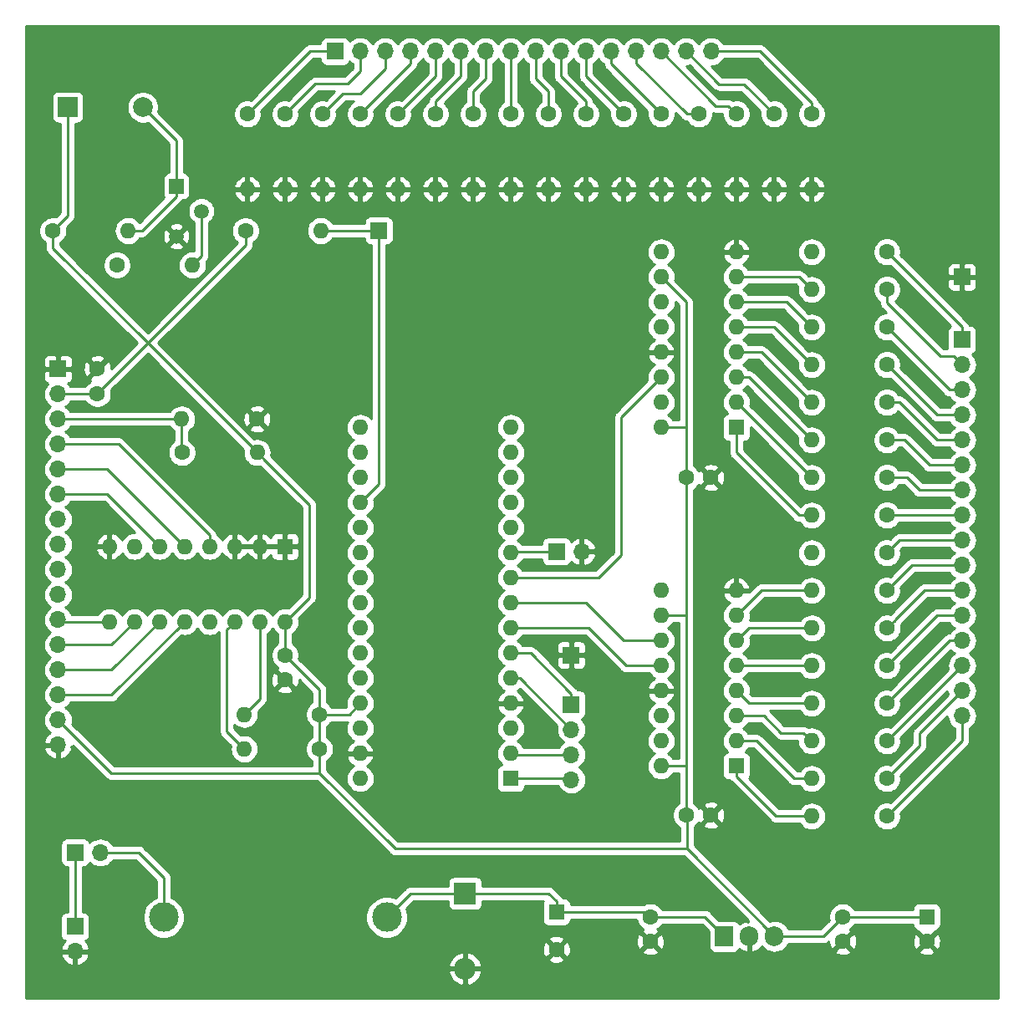
<source format=gbr>
G04 #@! TF.GenerationSoftware,KiCad,Pcbnew,(5.1.4)-1*
G04 #@! TF.CreationDate,2019-10-30T21:39:05+01:00*
G04 #@! TF.ProjectId,Projekt,50726f6a-656b-4742-9e6b-696361645f70,v01*
G04 #@! TF.SameCoordinates,Original*
G04 #@! TF.FileFunction,Copper,L1,Top*
G04 #@! TF.FilePolarity,Positive*
%FSLAX46Y46*%
G04 Gerber Fmt 4.6, Leading zero omitted, Abs format (unit mm)*
G04 Created by KiCad (PCBNEW (5.1.4)-1) date 2019-10-30 21:39:05*
%MOMM*%
%LPD*%
G04 APERTURE LIST*
%ADD10R,1.700000X1.700000*%
%ADD11O,1.700000X1.700000*%
%ADD12O,1.600000X1.600000*%
%ADD13R,1.600000X1.600000*%
%ADD14C,2.000000*%
%ADD15R,2.000000X2.000000*%
%ADD16C,1.600000*%
%ADD17O,2.200000X2.200000*%
%ADD18R,2.200000X2.200000*%
%ADD19C,3.000000*%
%ADD20O,1.905000X2.000000*%
%ADD21R,1.905000X2.000000*%
%ADD22C,1.500000*%
%ADD23R,1.500000X1.500000*%
%ADD24C,0.254000*%
G04 APERTURE END LIST*
D10*
X104000300Y-85509100D03*
D11*
X104000300Y-88049100D03*
X104000300Y-90589100D03*
X104000300Y-93129100D03*
X104000300Y-95669100D03*
X104000300Y-98209100D03*
X104000300Y-100749100D03*
X104000300Y-103289100D03*
X104000300Y-105829100D03*
X104000300Y-108369100D03*
X104000300Y-110909100D03*
X104000300Y-113449100D03*
X104000300Y-115989100D03*
X104000300Y-118529100D03*
X104000300Y-121069100D03*
X104000300Y-123609100D03*
D12*
X134620000Y-91440000D03*
X149860000Y-91440000D03*
X134620000Y-127000000D03*
X149860000Y-93980000D03*
X134620000Y-124460000D03*
X149860000Y-96520000D03*
X134620000Y-121920000D03*
X149860000Y-99060000D03*
X134620000Y-119380000D03*
X149860000Y-101600000D03*
X134620000Y-116840000D03*
X149860000Y-104140000D03*
X134620000Y-114300000D03*
X149860000Y-106680000D03*
X134620000Y-111760000D03*
X149860000Y-109220000D03*
X134620000Y-109220000D03*
X149860000Y-111760000D03*
X134620000Y-106680000D03*
X149860000Y-114300000D03*
X134620000Y-104140000D03*
X149860000Y-116840000D03*
X134620000Y-101600000D03*
X149860000Y-119380000D03*
X134620000Y-99060000D03*
X149860000Y-121920000D03*
X134620000Y-96520000D03*
X149860000Y-124460000D03*
X134620000Y-93980000D03*
D13*
X149860000Y-127000000D03*
D10*
X105740200Y-141973300D03*
D11*
X105740200Y-144513300D03*
D14*
X112600000Y-59000000D03*
D15*
X105000000Y-59000000D03*
D16*
X127000000Y-117000000D03*
X127000000Y-114500000D03*
X108000000Y-85500000D03*
X108000000Y-88000000D03*
X154500000Y-144300000D03*
D13*
X154500000Y-140500000D03*
D16*
X164000000Y-141000000D03*
X164000000Y-143500000D03*
X183500000Y-143500000D03*
X183500000Y-141000000D03*
X192000000Y-143500000D03*
D13*
X192000000Y-141000000D03*
D16*
X170140000Y-96520000D03*
X167640000Y-96520000D03*
X167641900Y-130708400D03*
X170141900Y-130708400D03*
D17*
X145249900Y-146253200D03*
D18*
X145249900Y-138633200D03*
D19*
X114712400Y-141058900D03*
X137312400Y-141058900D03*
D10*
X136500000Y-71500000D03*
D11*
X170180000Y-53340000D03*
X167640000Y-53340000D03*
X165100000Y-53340000D03*
X162560000Y-53340000D03*
X160020000Y-53340000D03*
X157480000Y-53340000D03*
X154940000Y-53340000D03*
X152400000Y-53340000D03*
X149860000Y-53340000D03*
X147320000Y-53340000D03*
X144780000Y-53340000D03*
X142240000Y-53340000D03*
X139700000Y-53340000D03*
X137160000Y-53340000D03*
X134620000Y-53340000D03*
D10*
X132080000Y-53340000D03*
D11*
X156000000Y-127120000D03*
X156000000Y-124580000D03*
X156000000Y-122040000D03*
D10*
X156000000Y-119500000D03*
X156000000Y-114500000D03*
X195580000Y-82550000D03*
D11*
X195580000Y-85090000D03*
X195580000Y-87630000D03*
X195580000Y-90170000D03*
X195580000Y-92710000D03*
X195580000Y-95250000D03*
X195580000Y-97790000D03*
X195580000Y-100330000D03*
X195580000Y-102870000D03*
X195580000Y-105410000D03*
X195580000Y-107950000D03*
X195580000Y-110490000D03*
X195580000Y-113030000D03*
X195580000Y-115570000D03*
X195580000Y-118110000D03*
X195580000Y-120650000D03*
D10*
X195580000Y-76200000D03*
D16*
X130500000Y-124000000D03*
D12*
X122880000Y-124000000D03*
X122880000Y-120500000D03*
D16*
X130500000Y-120500000D03*
D12*
X123190000Y-67310000D03*
D16*
X123190000Y-59690000D03*
D12*
X130620000Y-71500000D03*
D16*
X123000000Y-71500000D03*
X127000000Y-59690000D03*
D12*
X127000000Y-67310000D03*
X130810000Y-67310000D03*
D16*
X130810000Y-59690000D03*
X134620000Y-59690000D03*
D12*
X134620000Y-67310000D03*
X138430000Y-67310000D03*
D16*
X138430000Y-59690000D03*
X142240000Y-59690000D03*
D12*
X142240000Y-67310000D03*
X146050000Y-67310000D03*
D16*
X146050000Y-59690000D03*
X149860000Y-59690000D03*
D12*
X149860000Y-67310000D03*
X153670000Y-67310000D03*
D16*
X153670000Y-59690000D03*
D12*
X157480000Y-67310000D03*
D16*
X157480000Y-59690000D03*
D12*
X161290000Y-67310000D03*
D16*
X161290000Y-59690000D03*
X165100000Y-59690000D03*
D12*
X165100000Y-67310000D03*
X168910000Y-67310000D03*
D16*
X168910000Y-59690000D03*
X172720000Y-59690000D03*
D12*
X172720000Y-67310000D03*
X176530000Y-67310000D03*
D16*
X176530000Y-59690000D03*
X180340000Y-59690000D03*
D12*
X180340000Y-67310000D03*
D16*
X116560600Y-93980000D03*
D12*
X124180600Y-93980000D03*
X116547900Y-90589100D03*
D16*
X124167900Y-90589100D03*
X110000000Y-75000000D03*
D12*
X117620000Y-75000000D03*
D16*
X103500000Y-71500000D03*
D12*
X111120000Y-71500000D03*
D16*
X187960000Y-73660000D03*
D12*
X180340000Y-73660000D03*
X180340000Y-77470000D03*
D16*
X187960000Y-77470000D03*
X187960000Y-81280000D03*
D12*
X180340000Y-81280000D03*
X180340000Y-85090000D03*
D16*
X187960000Y-85090000D03*
X187960000Y-88900000D03*
D12*
X180340000Y-88900000D03*
X180340000Y-92710000D03*
D16*
X187960000Y-92710000D03*
D12*
X180340000Y-96520000D03*
D16*
X187960000Y-96520000D03*
X187960000Y-100330000D03*
D12*
X180340000Y-100330000D03*
X180340000Y-104140000D03*
D16*
X187960000Y-104140000D03*
X187960000Y-107950000D03*
D12*
X180340000Y-107950000D03*
X180380000Y-111760000D03*
D16*
X188000000Y-111760000D03*
X187960000Y-115570000D03*
D12*
X180340000Y-115570000D03*
D16*
X187960000Y-119380000D03*
D12*
X180340000Y-119380000D03*
X180340000Y-123190000D03*
D16*
X187960000Y-123190000D03*
X187960000Y-127000000D03*
D12*
X180340000Y-127000000D03*
X180340000Y-130810000D03*
D16*
X187960000Y-130810000D03*
D11*
X108292900Y-134493000D03*
D10*
X105752900Y-134493000D03*
D13*
X127000000Y-103500000D03*
D12*
X109220000Y-111120000D03*
X124460000Y-103500000D03*
X111760000Y-111120000D03*
X121920000Y-103500000D03*
X114300000Y-111120000D03*
X119380000Y-103500000D03*
X116840000Y-111120000D03*
X116840000Y-103500000D03*
X119380000Y-111120000D03*
X114300000Y-103500000D03*
X121920000Y-111120000D03*
X111760000Y-103500000D03*
X124460000Y-111120000D03*
X109220000Y-103500000D03*
X127000000Y-111120000D03*
D20*
X176580000Y-143000000D03*
X174040000Y-143000000D03*
D21*
X171500000Y-143000000D03*
D12*
X165100000Y-91440000D03*
X172720000Y-73660000D03*
X165100000Y-88900000D03*
X172720000Y-76200000D03*
X165100000Y-86360000D03*
X172720000Y-78740000D03*
X165100000Y-83820000D03*
X172720000Y-81280000D03*
X165100000Y-81280000D03*
X172720000Y-83820000D03*
X165100000Y-78740000D03*
X172720000Y-86360000D03*
X165100000Y-76200000D03*
X172720000Y-88900000D03*
X165100000Y-73660000D03*
D13*
X172720000Y-91440000D03*
D12*
X165100000Y-125730000D03*
X172720000Y-107950000D03*
X165100000Y-123190000D03*
X172720000Y-110490000D03*
X165100000Y-120650000D03*
X172720000Y-113030000D03*
X165100000Y-118110000D03*
X172720000Y-115570000D03*
X165100000Y-115570000D03*
X172720000Y-118110000D03*
X165100000Y-113030000D03*
X172720000Y-120650000D03*
X165100000Y-110490000D03*
X172720000Y-123190000D03*
X165100000Y-107950000D03*
D13*
X172720000Y-125730000D03*
D10*
X154500000Y-104000000D03*
D11*
X157040000Y-104000000D03*
D22*
X118540000Y-69540000D03*
X116000000Y-72080000D03*
D23*
X116000000Y-67000000D03*
D24*
X155880000Y-127000000D02*
X156000000Y-127120000D01*
X149860000Y-127000000D02*
X155880000Y-127000000D01*
X149980000Y-124580000D02*
X149860000Y-124460000D01*
X156000000Y-124580000D02*
X149980000Y-124580000D01*
X131751370Y-71500000D02*
X136500000Y-71500000D01*
X130620000Y-71500000D02*
X131751370Y-71500000D01*
X136500000Y-97180000D02*
X134620000Y-99060000D01*
X136500000Y-71500000D02*
X136500000Y-97180000D01*
X150800000Y-116840000D02*
X149860000Y-116840000D01*
X156000000Y-122040000D02*
X150800000Y-116840000D01*
X150991370Y-114300000D02*
X149860000Y-114300000D01*
X151904000Y-114300000D02*
X150991370Y-114300000D01*
X156000000Y-118396000D02*
X151904000Y-114300000D01*
X156000000Y-119500000D02*
X156000000Y-118396000D01*
X124460000Y-118920000D02*
X124460000Y-111120000D01*
X122880000Y-120500000D02*
X124460000Y-118920000D01*
X149860000Y-109220000D02*
X157480000Y-109220000D01*
X161290000Y-113030000D02*
X165100000Y-113030000D01*
X157480000Y-109220000D02*
X161290000Y-113030000D01*
X121120001Y-111919999D02*
X121920000Y-111120000D01*
X121120001Y-122240001D02*
X121120001Y-111919999D01*
X122880000Y-124000000D02*
X121120001Y-122240001D01*
X149860000Y-106680000D02*
X158750000Y-106680000D01*
X158750000Y-106680000D02*
X161036000Y-104394000D01*
X161036000Y-90424000D02*
X165100000Y-86360000D01*
X161036000Y-104394000D02*
X161036000Y-90424000D01*
X150000000Y-104000000D02*
X149860000Y-104140000D01*
X154500000Y-104000000D02*
X150000000Y-104000000D01*
X184631370Y-141000000D02*
X192000000Y-141000000D01*
X183500000Y-141000000D02*
X184631370Y-141000000D01*
X105000000Y-70000000D02*
X103500000Y-71500000D01*
X105000000Y-59000000D02*
X105000000Y-70000000D01*
X130500000Y-124000000D02*
X130500000Y-120500000D01*
X130500000Y-118000000D02*
X127000000Y-114500000D01*
X130500000Y-120500000D02*
X130500000Y-118000000D01*
X127000000Y-114500000D02*
X127000000Y-111120000D01*
X133500000Y-120500000D02*
X134620000Y-119380000D01*
X130500000Y-120500000D02*
X133500000Y-120500000D01*
X181500000Y-143000000D02*
X183500000Y-141000000D01*
X176580000Y-143000000D02*
X181500000Y-143000000D01*
X104049400Y-88000000D02*
X104000300Y-88049100D01*
X108000000Y-88000000D02*
X104049400Y-88000000D01*
X109379900Y-126448700D02*
X130500000Y-126448700D01*
X104000300Y-121069100D02*
X109379900Y-126448700D01*
X130500000Y-126448700D02*
X130500000Y-124000000D01*
X124980599Y-94779999D02*
X124180600Y-93980000D01*
X129463800Y-99263200D02*
X124980599Y-94779999D01*
X129463800Y-108656200D02*
X129463800Y-99263200D01*
X127000000Y-111120000D02*
X129463800Y-108656200D01*
X103500000Y-73299400D02*
X103500000Y-71500000D01*
X108799999Y-87186401D02*
X113093500Y-82892900D01*
X108799999Y-87200001D02*
X108799999Y-87186401D01*
X108000000Y-88000000D02*
X108799999Y-87200001D01*
X124180600Y-93980000D02*
X113093500Y-82892900D01*
X113093500Y-82892900D02*
X103500000Y-73299400D01*
X123000000Y-72986400D02*
X113093500Y-82892900D01*
X123000000Y-71500000D02*
X123000000Y-72986400D01*
X165100000Y-76200000D02*
X167640000Y-78740000D01*
X167614600Y-91440000D02*
X167640000Y-91414600D01*
X165100000Y-91440000D02*
X167614600Y-91440000D01*
X167640000Y-78740000D02*
X167640000Y-91414600D01*
X167640000Y-91414600D02*
X167640000Y-96520000D01*
X167640000Y-130173100D02*
X167692700Y-130225800D01*
X167627300Y-125730000D02*
X165100000Y-125730000D01*
X167640000Y-125717300D02*
X167627300Y-125730000D01*
X167640000Y-125717300D02*
X167640000Y-130173100D01*
X165100000Y-110490000D02*
X167640000Y-110490000D01*
X167640000Y-96520000D02*
X167640000Y-110490000D01*
X167640000Y-110490000D02*
X167640000Y-125717300D01*
X167692700Y-130225800D02*
X167692700Y-134112700D01*
X138164000Y-134112700D02*
X130500000Y-126448700D01*
X167692700Y-134112700D02*
X138164000Y-134112700D01*
X167740200Y-134112700D02*
X167692700Y-134112700D01*
X176580000Y-142952500D02*
X167740200Y-134112700D01*
X176580000Y-143000000D02*
X176580000Y-142952500D01*
X105740200Y-134505700D02*
X105752900Y-134493000D01*
X105740200Y-141973300D02*
X105740200Y-134505700D01*
X116000000Y-62400000D02*
X112600000Y-59000000D01*
X116000000Y-67000000D02*
X116000000Y-62400000D01*
X112251370Y-71500000D02*
X111120000Y-71500000D01*
X112504000Y-71500000D02*
X112251370Y-71500000D01*
X116000000Y-68004000D02*
X112504000Y-71500000D01*
X116000000Y-67000000D02*
X116000000Y-68004000D01*
X171500000Y-142952500D02*
X171500000Y-143000000D01*
X169547500Y-141000000D02*
X171500000Y-142952500D01*
X164000000Y-141000000D02*
X169547500Y-141000000D01*
X139738100Y-138633200D02*
X137312400Y-141058900D01*
X145249900Y-138633200D02*
X139738100Y-138633200D01*
X154500000Y-139446000D02*
X154500000Y-140500000D01*
X153687200Y-138633200D02*
X154500000Y-139446000D01*
X145249900Y-138633200D02*
X153687200Y-138633200D01*
X163500000Y-140500000D02*
X164000000Y-141000000D01*
X154500000Y-140500000D02*
X163500000Y-140500000D01*
X109009100Y-95669100D02*
X104000300Y-95669100D01*
X116840000Y-103500000D02*
X109009100Y-95669100D01*
X104211200Y-111120000D02*
X104000300Y-110909100D01*
X109220000Y-111120000D02*
X104211200Y-111120000D01*
X109430900Y-113449100D02*
X104000300Y-113449100D01*
X111760000Y-111120000D02*
X109430900Y-113449100D01*
X109430900Y-115989100D02*
X104000300Y-115989100D01*
X114300000Y-111120000D02*
X109430900Y-115989100D01*
X109430900Y-118529100D02*
X104000300Y-118529100D01*
X116840000Y-111120000D02*
X109430900Y-118529100D01*
X129540000Y-53340000D02*
X132080000Y-53340000D01*
X123190000Y-59690000D02*
X129540000Y-53340000D01*
X133350000Y-56642000D02*
X134620000Y-55372000D01*
X134620000Y-55372000D02*
X134620000Y-53340000D01*
X127000000Y-59690000D02*
X130048000Y-56642000D01*
X130048000Y-56642000D02*
X133350000Y-56642000D01*
X134620000Y-57658000D02*
X137160000Y-55118000D01*
X130810000Y-59690000D02*
X132842000Y-57658000D01*
X132842000Y-57658000D02*
X134620000Y-57658000D01*
X137160000Y-55118000D02*
X137160000Y-53340000D01*
X139700000Y-54610000D02*
X139700000Y-53340000D01*
X134620000Y-59690000D02*
X139700000Y-54610000D01*
X142240000Y-55880000D02*
X142240000Y-53340000D01*
X138430000Y-59690000D02*
X142240000Y-55880000D01*
X142240000Y-59690000D02*
X142240000Y-58420000D01*
X144780000Y-55880000D02*
X144780000Y-53340000D01*
X142240000Y-58420000D02*
X144780000Y-55880000D01*
X146050000Y-59690000D02*
X146050000Y-57404000D01*
X147320000Y-56134000D02*
X147320000Y-53340000D01*
X146050000Y-57404000D02*
X147320000Y-56134000D01*
X149860000Y-59690000D02*
X149860000Y-53340000D01*
X153670000Y-59690000D02*
X153670000Y-57404000D01*
X152400000Y-56134000D02*
X152400000Y-53340000D01*
X153670000Y-57404000D02*
X152400000Y-56134000D01*
X157480000Y-59690000D02*
X157480000Y-58420000D01*
X154940000Y-55880000D02*
X154940000Y-53340000D01*
X157480000Y-58420000D02*
X154940000Y-55880000D01*
X157480000Y-55880000D02*
X157480000Y-53340000D01*
X161290000Y-59690000D02*
X157480000Y-55880000D01*
X160020000Y-54610000D02*
X160020000Y-53340000D01*
X165100000Y-59690000D02*
X160020000Y-54610000D01*
X167778630Y-59690000D02*
X168910000Y-59690000D01*
X167707919Y-59690000D02*
X167778630Y-59690000D01*
X162560000Y-54542081D02*
X167707919Y-59690000D01*
X162560000Y-53340000D02*
X162560000Y-54542081D01*
X170650001Y-58890001D02*
X165100000Y-53340000D01*
X172720000Y-59690000D02*
X171920001Y-58890001D01*
X171920001Y-58890001D02*
X170650001Y-58890001D01*
X167640000Y-53340000D02*
X170954700Y-56654700D01*
X173494700Y-56654700D02*
X176530000Y-59690000D01*
X170954700Y-56654700D02*
X173494700Y-56654700D01*
X171382081Y-53340000D02*
X170180000Y-53340000D01*
X175121370Y-53340000D02*
X171382081Y-53340000D01*
X180340000Y-58558630D02*
X175121370Y-53340000D01*
X180340000Y-59690000D02*
X180340000Y-58558630D01*
X195580000Y-123190000D02*
X195580000Y-120650000D01*
X187960000Y-130810000D02*
X195580000Y-123190000D01*
X191262000Y-122428000D02*
X195580000Y-118110000D01*
X187960000Y-127000000D02*
X191262000Y-123698000D01*
X191262000Y-123698000D02*
X191262000Y-122428000D01*
X187960000Y-123190000D02*
X191262000Y-119888000D01*
X191262000Y-119888000D02*
X195580000Y-115570000D01*
X194310000Y-113030000D02*
X195580000Y-113030000D01*
X187960000Y-119380000D02*
X194310000Y-113030000D01*
X187960000Y-115570000D02*
X193040000Y-110490000D01*
X193040000Y-110490000D02*
X195580000Y-110490000D01*
X188799999Y-110960001D02*
X188799999Y-110920001D01*
X188000000Y-111760000D02*
X188799999Y-110960001D01*
X191770000Y-107950000D02*
X195580000Y-107950000D01*
X188799999Y-110920001D02*
X191770000Y-107950000D01*
X190500000Y-105410000D02*
X195580000Y-105410000D01*
X187960000Y-107950000D02*
X190500000Y-105410000D01*
X189230000Y-102870000D02*
X195580000Y-102870000D01*
X187960000Y-104140000D02*
X189230000Y-102870000D01*
X187960000Y-100330000D02*
X195580000Y-100330000D01*
X187960000Y-96520000D02*
X189992000Y-96520000D01*
X191262000Y-97790000D02*
X195580000Y-97790000D01*
X189992000Y-96520000D02*
X191262000Y-97790000D01*
X187960000Y-92710000D02*
X189738000Y-92710000D01*
X192278000Y-95250000D02*
X195580000Y-95250000D01*
X189738000Y-92710000D02*
X192278000Y-95250000D01*
X187960000Y-88900000D02*
X189230000Y-88900000D01*
X193040000Y-92710000D02*
X195580000Y-92710000D01*
X189230000Y-88900000D02*
X193040000Y-92710000D01*
X193040000Y-90170000D02*
X195580000Y-90170000D01*
X187960000Y-85090000D02*
X193040000Y-90170000D01*
X194310000Y-87630000D02*
X195580000Y-87630000D01*
X187960000Y-81280000D02*
X194310000Y-87630000D01*
X194730001Y-84240001D02*
X193383801Y-84240001D01*
X195580000Y-85090000D02*
X194730001Y-84240001D01*
X187960000Y-78816200D02*
X187960000Y-77470000D01*
X193383801Y-84240001D02*
X187960000Y-78816200D01*
X195580000Y-81280000D02*
X187960000Y-73660000D01*
X195580000Y-82550000D02*
X195580000Y-81280000D01*
X118540000Y-74080000D02*
X117620000Y-75000000D01*
X118540000Y-69540000D02*
X118540000Y-74080000D01*
X175260000Y-83820000D02*
X172720000Y-83820000D01*
X180340000Y-88900000D02*
X175260000Y-83820000D01*
X173990000Y-119380000D02*
X172720000Y-118110000D01*
X180340000Y-119380000D02*
X173990000Y-119380000D01*
X149860000Y-111760000D02*
X157734000Y-111760000D01*
X157734000Y-111760000D02*
X161544000Y-115570000D01*
X161544000Y-115570000D02*
X165100000Y-115570000D01*
X179070000Y-76200000D02*
X172720000Y-76200000D01*
X180340000Y-77470000D02*
X179070000Y-76200000D01*
X177800000Y-78740000D02*
X172720000Y-78740000D01*
X180340000Y-81280000D02*
X177800000Y-78740000D01*
X176530000Y-81280000D02*
X172720000Y-81280000D01*
X180340000Y-85090000D02*
X176530000Y-81280000D01*
X173990000Y-86360000D02*
X172720000Y-86360000D01*
X180340000Y-92710000D02*
X173990000Y-86360000D01*
X180340000Y-96520000D02*
X176022000Y-92202000D01*
X176022000Y-92202000D02*
X172720000Y-88900000D01*
X180340000Y-100330000D02*
X179070000Y-100330000D01*
X172720000Y-93980000D02*
X172720000Y-91440000D01*
X179070000Y-100330000D02*
X172720000Y-93980000D01*
X175260000Y-107950000D02*
X172720000Y-110490000D01*
X180340000Y-107950000D02*
X175260000Y-107950000D01*
X173990000Y-111760000D02*
X172720000Y-113030000D01*
X180380000Y-111760000D02*
X173990000Y-111760000D01*
X180340000Y-115570000D02*
X172720000Y-115570000D01*
X179540001Y-122390001D02*
X177254001Y-122390001D01*
X180340000Y-123190000D02*
X179540001Y-122390001D01*
X177254001Y-122390001D02*
X175514000Y-120650000D01*
X175514000Y-120650000D02*
X172720000Y-120650000D01*
X180340000Y-127000000D02*
X178562000Y-127000000D01*
X174752000Y-123190000D02*
X172720000Y-123190000D01*
X178562000Y-127000000D02*
X174752000Y-123190000D01*
X172720000Y-126784000D02*
X172720000Y-125730000D01*
X176746000Y-130810000D02*
X172720000Y-126784000D01*
X180340000Y-130810000D02*
X176746000Y-130810000D01*
X109009100Y-98209100D02*
X104000300Y-98209100D01*
X114300000Y-103500000D02*
X109009100Y-98209100D01*
X105202381Y-93129100D02*
X104000300Y-93129100D01*
X110140470Y-93129100D02*
X105202381Y-93129100D01*
X119380000Y-102368630D02*
X110140470Y-93129100D01*
X119380000Y-103500000D02*
X119380000Y-102368630D01*
X114712400Y-141058900D02*
X114712400Y-137039000D01*
X112166400Y-134493000D02*
X108292900Y-134493000D01*
X114712400Y-137039000D02*
X112166400Y-134493000D01*
X104000300Y-90589100D02*
X116547900Y-90589100D01*
X116547900Y-93967300D02*
X116560600Y-93980000D01*
X116547900Y-90589100D02*
X116547900Y-93967300D01*
G36*
X199265000Y-149265000D02*
G01*
X100735000Y-149265000D01*
X100735000Y-146649323D01*
X143560721Y-146649323D01*
X143670458Y-146971254D01*
X143840892Y-147265591D01*
X144065473Y-147521022D01*
X144335571Y-147727731D01*
X144640806Y-147877775D01*
X144853778Y-147942375D01*
X145122900Y-147824325D01*
X145122900Y-146380200D01*
X145376900Y-146380200D01*
X145376900Y-147824325D01*
X145646022Y-147942375D01*
X145858994Y-147877775D01*
X146164229Y-147727731D01*
X146434327Y-147521022D01*
X146658908Y-147265591D01*
X146829342Y-146971254D01*
X146939079Y-146649323D01*
X146821500Y-146380200D01*
X145376900Y-146380200D01*
X145122900Y-146380200D01*
X143678300Y-146380200D01*
X143560721Y-146649323D01*
X100735000Y-146649323D01*
X100735000Y-144870190D01*
X104298724Y-144870190D01*
X104343375Y-145017399D01*
X104468559Y-145280220D01*
X104642612Y-145513569D01*
X104858845Y-145708478D01*
X105108948Y-145857457D01*
X105383309Y-145954781D01*
X105613200Y-145834114D01*
X105613200Y-144640300D01*
X105867200Y-144640300D01*
X105867200Y-145834114D01*
X106097091Y-145954781D01*
X106371452Y-145857457D01*
X106372089Y-145857077D01*
X143560721Y-145857077D01*
X143678300Y-146126200D01*
X145122900Y-146126200D01*
X145122900Y-144682075D01*
X145376900Y-144682075D01*
X145376900Y-146126200D01*
X146821500Y-146126200D01*
X146939079Y-145857077D01*
X146829342Y-145535146D01*
X146688957Y-145292702D01*
X153686903Y-145292702D01*
X153758486Y-145536671D01*
X154013996Y-145657571D01*
X154288184Y-145726300D01*
X154570512Y-145740217D01*
X154850130Y-145698787D01*
X155116292Y-145603603D01*
X155241514Y-145536671D01*
X155313097Y-145292702D01*
X154500000Y-144479605D01*
X153686903Y-145292702D01*
X146688957Y-145292702D01*
X146658908Y-145240809D01*
X146434327Y-144985378D01*
X146164229Y-144778669D01*
X145858994Y-144628625D01*
X145646022Y-144564025D01*
X145376900Y-144682075D01*
X145122900Y-144682075D01*
X144853778Y-144564025D01*
X144640806Y-144628625D01*
X144335571Y-144778669D01*
X144065473Y-144985378D01*
X143840892Y-145240809D01*
X143670458Y-145535146D01*
X143560721Y-145857077D01*
X106372089Y-145857077D01*
X106621555Y-145708478D01*
X106837788Y-145513569D01*
X107011841Y-145280220D01*
X107137025Y-145017399D01*
X107181676Y-144870190D01*
X107060355Y-144640300D01*
X105867200Y-144640300D01*
X105613200Y-144640300D01*
X104420045Y-144640300D01*
X104298724Y-144870190D01*
X100735000Y-144870190D01*
X100735000Y-141123300D01*
X104252128Y-141123300D01*
X104252128Y-142823300D01*
X104264388Y-142947782D01*
X104300698Y-143067480D01*
X104359663Y-143177794D01*
X104439015Y-143274485D01*
X104535706Y-143353837D01*
X104646020Y-143412802D01*
X104726666Y-143437266D01*
X104642612Y-143513031D01*
X104468559Y-143746380D01*
X104343375Y-144009201D01*
X104298724Y-144156410D01*
X104420045Y-144386300D01*
X105613200Y-144386300D01*
X105613200Y-144366300D01*
X105867200Y-144366300D01*
X105867200Y-144386300D01*
X107060355Y-144386300D01*
X107068686Y-144370512D01*
X153059783Y-144370512D01*
X153101213Y-144650130D01*
X153196397Y-144916292D01*
X153263329Y-145041514D01*
X153507298Y-145113097D01*
X154320395Y-144300000D01*
X154679605Y-144300000D01*
X155492702Y-145113097D01*
X155736671Y-145041514D01*
X155857571Y-144786004D01*
X155926300Y-144511816D01*
X155927242Y-144492702D01*
X163186903Y-144492702D01*
X163258486Y-144736671D01*
X163513996Y-144857571D01*
X163788184Y-144926300D01*
X164070512Y-144940217D01*
X164350130Y-144898787D01*
X164616292Y-144803603D01*
X164741514Y-144736671D01*
X164813097Y-144492702D01*
X164000000Y-143679605D01*
X163186903Y-144492702D01*
X155927242Y-144492702D01*
X155940217Y-144229488D01*
X155898787Y-143949870D01*
X155803603Y-143683708D01*
X155743099Y-143570512D01*
X162559783Y-143570512D01*
X162601213Y-143850130D01*
X162696397Y-144116292D01*
X162763329Y-144241514D01*
X163007298Y-144313097D01*
X163820395Y-143500000D01*
X164179605Y-143500000D01*
X164992702Y-144313097D01*
X165236671Y-144241514D01*
X165357571Y-143986004D01*
X165426300Y-143711816D01*
X165440217Y-143429488D01*
X165398787Y-143149870D01*
X165303603Y-142883708D01*
X165236671Y-142758486D01*
X164992702Y-142686903D01*
X164179605Y-143500000D01*
X163820395Y-143500000D01*
X163007298Y-142686903D01*
X162763329Y-142758486D01*
X162642429Y-143013996D01*
X162573700Y-143288184D01*
X162559783Y-143570512D01*
X155743099Y-143570512D01*
X155736671Y-143558486D01*
X155492702Y-143486903D01*
X154679605Y-144300000D01*
X154320395Y-144300000D01*
X153507298Y-143486903D01*
X153263329Y-143558486D01*
X153142429Y-143813996D01*
X153073700Y-144088184D01*
X153059783Y-144370512D01*
X107068686Y-144370512D01*
X107181676Y-144156410D01*
X107137025Y-144009201D01*
X107011841Y-143746380D01*
X106837788Y-143513031D01*
X106753734Y-143437266D01*
X106834380Y-143412802D01*
X106944694Y-143353837D01*
X107001402Y-143307298D01*
X153686903Y-143307298D01*
X154500000Y-144120395D01*
X155313097Y-143307298D01*
X155241514Y-143063329D01*
X154986004Y-142942429D01*
X154711816Y-142873700D01*
X154429488Y-142859783D01*
X154149870Y-142901213D01*
X153883708Y-142996397D01*
X153758486Y-143063329D01*
X153686903Y-143307298D01*
X107001402Y-143307298D01*
X107041385Y-143274485D01*
X107120737Y-143177794D01*
X107179702Y-143067480D01*
X107216012Y-142947782D01*
X107228272Y-142823300D01*
X107228272Y-141123300D01*
X107216012Y-140998818D01*
X107179702Y-140879120D01*
X107120737Y-140768806D01*
X107041385Y-140672115D01*
X106944694Y-140592763D01*
X106834380Y-140533798D01*
X106714682Y-140497488D01*
X106590200Y-140485228D01*
X106502200Y-140485228D01*
X106502200Y-135981072D01*
X106602900Y-135981072D01*
X106727382Y-135968812D01*
X106847080Y-135932502D01*
X106957394Y-135873537D01*
X107054085Y-135794185D01*
X107133437Y-135697494D01*
X107192402Y-135587180D01*
X107213293Y-135518313D01*
X107237766Y-135548134D01*
X107463886Y-135733706D01*
X107721866Y-135871599D01*
X108001789Y-135956513D01*
X108219950Y-135978000D01*
X108365850Y-135978000D01*
X108584011Y-135956513D01*
X108863934Y-135871599D01*
X109121914Y-135733706D01*
X109348034Y-135548134D01*
X109533606Y-135322014D01*
X109569426Y-135255000D01*
X111850770Y-135255000D01*
X113950401Y-137354631D01*
X113950400Y-139063624D01*
X113701098Y-139166888D01*
X113351417Y-139400537D01*
X113054037Y-139697917D01*
X112820388Y-140047598D01*
X112659447Y-140436144D01*
X112577400Y-140848621D01*
X112577400Y-141269179D01*
X112659447Y-141681656D01*
X112820388Y-142070202D01*
X113054037Y-142419883D01*
X113351417Y-142717263D01*
X113701098Y-142950912D01*
X114089644Y-143111853D01*
X114502121Y-143193900D01*
X114922679Y-143193900D01*
X115335156Y-143111853D01*
X115723702Y-142950912D01*
X116073383Y-142717263D01*
X116370763Y-142419883D01*
X116604412Y-142070202D01*
X116765353Y-141681656D01*
X116847400Y-141269179D01*
X116847400Y-140848621D01*
X116765353Y-140436144D01*
X116604412Y-140047598D01*
X116370763Y-139697917D01*
X116073383Y-139400537D01*
X115723702Y-139166888D01*
X115474400Y-139063624D01*
X115474400Y-137076423D01*
X115478086Y-137039000D01*
X115474400Y-137001574D01*
X115463374Y-136889622D01*
X115419802Y-136745985D01*
X115386865Y-136684364D01*
X115349045Y-136613607D01*
X115314257Y-136571219D01*
X115253822Y-136497578D01*
X115224746Y-136473716D01*
X112731684Y-133980654D01*
X112707822Y-133951578D01*
X112591792Y-133856355D01*
X112459415Y-133785598D01*
X112315778Y-133742026D01*
X112203826Y-133731000D01*
X112203823Y-133731000D01*
X112166400Y-133727314D01*
X112128977Y-133731000D01*
X109569426Y-133731000D01*
X109533606Y-133663986D01*
X109348034Y-133437866D01*
X109121914Y-133252294D01*
X108863934Y-133114401D01*
X108584011Y-133029487D01*
X108365850Y-133008000D01*
X108219950Y-133008000D01*
X108001789Y-133029487D01*
X107721866Y-133114401D01*
X107463886Y-133252294D01*
X107237766Y-133437866D01*
X107213293Y-133467687D01*
X107192402Y-133398820D01*
X107133437Y-133288506D01*
X107054085Y-133191815D01*
X106957394Y-133112463D01*
X106847080Y-133053498D01*
X106727382Y-133017188D01*
X106602900Y-133004928D01*
X104902900Y-133004928D01*
X104778418Y-133017188D01*
X104658720Y-133053498D01*
X104548406Y-133112463D01*
X104451715Y-133191815D01*
X104372363Y-133288506D01*
X104313398Y-133398820D01*
X104277088Y-133518518D01*
X104264828Y-133643000D01*
X104264828Y-135343000D01*
X104277088Y-135467482D01*
X104313398Y-135587180D01*
X104372363Y-135697494D01*
X104451715Y-135794185D01*
X104548406Y-135873537D01*
X104658720Y-135932502D01*
X104778418Y-135968812D01*
X104902900Y-135981072D01*
X104978201Y-135981072D01*
X104978200Y-140485228D01*
X104890200Y-140485228D01*
X104765718Y-140497488D01*
X104646020Y-140533798D01*
X104535706Y-140592763D01*
X104439015Y-140672115D01*
X104359663Y-140768806D01*
X104300698Y-140879120D01*
X104264388Y-140998818D01*
X104252128Y-141123300D01*
X100735000Y-141123300D01*
X100735000Y-123965990D01*
X102558824Y-123965990D01*
X102603475Y-124113199D01*
X102728659Y-124376020D01*
X102902712Y-124609369D01*
X103118945Y-124804278D01*
X103369048Y-124953257D01*
X103643409Y-125050581D01*
X103873300Y-124929914D01*
X103873300Y-123736100D01*
X102680145Y-123736100D01*
X102558824Y-123965990D01*
X100735000Y-123965990D01*
X100735000Y-85570512D01*
X106559783Y-85570512D01*
X106601213Y-85850130D01*
X106696397Y-86116292D01*
X106763329Y-86241514D01*
X107007298Y-86313097D01*
X107820395Y-85500000D01*
X107007298Y-84686903D01*
X106763329Y-84758486D01*
X106642429Y-85013996D01*
X106573700Y-85288184D01*
X106559783Y-85570512D01*
X100735000Y-85570512D01*
X100735000Y-84659100D01*
X102512228Y-84659100D01*
X102515300Y-85223350D01*
X102674050Y-85382100D01*
X103873300Y-85382100D01*
X103873300Y-84182850D01*
X104127300Y-84182850D01*
X104127300Y-85382100D01*
X105326550Y-85382100D01*
X105485300Y-85223350D01*
X105488372Y-84659100D01*
X105476112Y-84534618D01*
X105467825Y-84507298D01*
X107186903Y-84507298D01*
X108000000Y-85320395D01*
X108813097Y-84507298D01*
X108741514Y-84263329D01*
X108486004Y-84142429D01*
X108211816Y-84073700D01*
X107929488Y-84059783D01*
X107649870Y-84101213D01*
X107383708Y-84196397D01*
X107258486Y-84263329D01*
X107186903Y-84507298D01*
X105467825Y-84507298D01*
X105439802Y-84414920D01*
X105380837Y-84304606D01*
X105301485Y-84207915D01*
X105204794Y-84128563D01*
X105094480Y-84069598D01*
X104974782Y-84033288D01*
X104850300Y-84021028D01*
X104286050Y-84024100D01*
X104127300Y-84182850D01*
X103873300Y-84182850D01*
X103714550Y-84024100D01*
X103150300Y-84021028D01*
X103025818Y-84033288D01*
X102906120Y-84069598D01*
X102795806Y-84128563D01*
X102699115Y-84207915D01*
X102619763Y-84304606D01*
X102560798Y-84414920D01*
X102524488Y-84534618D01*
X102512228Y-84659100D01*
X100735000Y-84659100D01*
X100735000Y-71358665D01*
X102065000Y-71358665D01*
X102065000Y-71641335D01*
X102120147Y-71918574D01*
X102228320Y-72179727D01*
X102385363Y-72414759D01*
X102585241Y-72614637D01*
X102738000Y-72716707D01*
X102738000Y-73261976D01*
X102734314Y-73299400D01*
X102738000Y-73336823D01*
X102738000Y-73336825D01*
X102749026Y-73448777D01*
X102792598Y-73592414D01*
X102792599Y-73592415D01*
X102863355Y-73724792D01*
X102873681Y-73737374D01*
X102958578Y-73840822D01*
X102987654Y-73864684D01*
X112015869Y-82892900D01*
X109438192Y-85470578D01*
X109440217Y-85429488D01*
X109398787Y-85149870D01*
X109303603Y-84883708D01*
X109236671Y-84758486D01*
X108992702Y-84686903D01*
X108179605Y-85500000D01*
X108193748Y-85514143D01*
X108014143Y-85693748D01*
X108000000Y-85679605D01*
X107186903Y-86492702D01*
X107258486Y-86736671D01*
X107287341Y-86750324D01*
X107085241Y-86885363D01*
X106885363Y-87085241D01*
X106783293Y-87238000D01*
X105250581Y-87238000D01*
X105241006Y-87220086D01*
X105055434Y-86993966D01*
X105025613Y-86969493D01*
X105094480Y-86948602D01*
X105204794Y-86889637D01*
X105301485Y-86810285D01*
X105380837Y-86713594D01*
X105439802Y-86603280D01*
X105476112Y-86483582D01*
X105488372Y-86359100D01*
X105485300Y-85794850D01*
X105326550Y-85636100D01*
X104127300Y-85636100D01*
X104127300Y-85656100D01*
X103873300Y-85656100D01*
X103873300Y-85636100D01*
X102674050Y-85636100D01*
X102515300Y-85794850D01*
X102512228Y-86359100D01*
X102524488Y-86483582D01*
X102560798Y-86603280D01*
X102619763Y-86713594D01*
X102699115Y-86810285D01*
X102795806Y-86889637D01*
X102906120Y-86948602D01*
X102974987Y-86969493D01*
X102945166Y-86993966D01*
X102759594Y-87220086D01*
X102621701Y-87478066D01*
X102536787Y-87757989D01*
X102508115Y-88049100D01*
X102536787Y-88340211D01*
X102621701Y-88620134D01*
X102759594Y-88878114D01*
X102945166Y-89104234D01*
X103171286Y-89289806D01*
X103226091Y-89319100D01*
X103171286Y-89348394D01*
X102945166Y-89533966D01*
X102759594Y-89760086D01*
X102621701Y-90018066D01*
X102536787Y-90297989D01*
X102508115Y-90589100D01*
X102536787Y-90880211D01*
X102621701Y-91160134D01*
X102759594Y-91418114D01*
X102945166Y-91644234D01*
X103171286Y-91829806D01*
X103226091Y-91859100D01*
X103171286Y-91888394D01*
X102945166Y-92073966D01*
X102759594Y-92300086D01*
X102621701Y-92558066D01*
X102536787Y-92837989D01*
X102508115Y-93129100D01*
X102536787Y-93420211D01*
X102621701Y-93700134D01*
X102759594Y-93958114D01*
X102945166Y-94184234D01*
X103171286Y-94369806D01*
X103226091Y-94399100D01*
X103171286Y-94428394D01*
X102945166Y-94613966D01*
X102759594Y-94840086D01*
X102621701Y-95098066D01*
X102536787Y-95377989D01*
X102508115Y-95669100D01*
X102536787Y-95960211D01*
X102621701Y-96240134D01*
X102759594Y-96498114D01*
X102945166Y-96724234D01*
X103171286Y-96909806D01*
X103226091Y-96939100D01*
X103171286Y-96968394D01*
X102945166Y-97153966D01*
X102759594Y-97380086D01*
X102621701Y-97638066D01*
X102536787Y-97917989D01*
X102508115Y-98209100D01*
X102536787Y-98500211D01*
X102621701Y-98780134D01*
X102759594Y-99038114D01*
X102945166Y-99264234D01*
X103171286Y-99449806D01*
X103226091Y-99479100D01*
X103171286Y-99508394D01*
X102945166Y-99693966D01*
X102759594Y-99920086D01*
X102621701Y-100178066D01*
X102536787Y-100457989D01*
X102508115Y-100749100D01*
X102536787Y-101040211D01*
X102621701Y-101320134D01*
X102759594Y-101578114D01*
X102945166Y-101804234D01*
X103171286Y-101989806D01*
X103226091Y-102019100D01*
X103171286Y-102048394D01*
X102945166Y-102233966D01*
X102759594Y-102460086D01*
X102621701Y-102718066D01*
X102536787Y-102997989D01*
X102508115Y-103289100D01*
X102536787Y-103580211D01*
X102621701Y-103860134D01*
X102759594Y-104118114D01*
X102945166Y-104344234D01*
X103171286Y-104529806D01*
X103226091Y-104559100D01*
X103171286Y-104588394D01*
X102945166Y-104773966D01*
X102759594Y-105000086D01*
X102621701Y-105258066D01*
X102536787Y-105537989D01*
X102508115Y-105829100D01*
X102536787Y-106120211D01*
X102621701Y-106400134D01*
X102759594Y-106658114D01*
X102945166Y-106884234D01*
X103171286Y-107069806D01*
X103226091Y-107099100D01*
X103171286Y-107128394D01*
X102945166Y-107313966D01*
X102759594Y-107540086D01*
X102621701Y-107798066D01*
X102536787Y-108077989D01*
X102508115Y-108369100D01*
X102536787Y-108660211D01*
X102621701Y-108940134D01*
X102759594Y-109198114D01*
X102945166Y-109424234D01*
X103171286Y-109609806D01*
X103226091Y-109639100D01*
X103171286Y-109668394D01*
X102945166Y-109853966D01*
X102759594Y-110080086D01*
X102621701Y-110338066D01*
X102536787Y-110617989D01*
X102508115Y-110909100D01*
X102536787Y-111200211D01*
X102621701Y-111480134D01*
X102759594Y-111738114D01*
X102945166Y-111964234D01*
X103171286Y-112149806D01*
X103226091Y-112179100D01*
X103171286Y-112208394D01*
X102945166Y-112393966D01*
X102759594Y-112620086D01*
X102621701Y-112878066D01*
X102536787Y-113157989D01*
X102508115Y-113449100D01*
X102536787Y-113740211D01*
X102621701Y-114020134D01*
X102759594Y-114278114D01*
X102945166Y-114504234D01*
X103171286Y-114689806D01*
X103226091Y-114719100D01*
X103171286Y-114748394D01*
X102945166Y-114933966D01*
X102759594Y-115160086D01*
X102621701Y-115418066D01*
X102536787Y-115697989D01*
X102508115Y-115989100D01*
X102536787Y-116280211D01*
X102621701Y-116560134D01*
X102759594Y-116818114D01*
X102945166Y-117044234D01*
X103171286Y-117229806D01*
X103226091Y-117259100D01*
X103171286Y-117288394D01*
X102945166Y-117473966D01*
X102759594Y-117700086D01*
X102621701Y-117958066D01*
X102536787Y-118237989D01*
X102508115Y-118529100D01*
X102536787Y-118820211D01*
X102621701Y-119100134D01*
X102759594Y-119358114D01*
X102945166Y-119584234D01*
X103171286Y-119769806D01*
X103226091Y-119799100D01*
X103171286Y-119828394D01*
X102945166Y-120013966D01*
X102759594Y-120240086D01*
X102621701Y-120498066D01*
X102536787Y-120777989D01*
X102508115Y-121069100D01*
X102536787Y-121360211D01*
X102621701Y-121640134D01*
X102759594Y-121898114D01*
X102945166Y-122124234D01*
X103171286Y-122309806D01*
X103235823Y-122344301D01*
X103118945Y-122413922D01*
X102902712Y-122608831D01*
X102728659Y-122842180D01*
X102603475Y-123105001D01*
X102558824Y-123252210D01*
X102680145Y-123482100D01*
X103873300Y-123482100D01*
X103873300Y-123462100D01*
X104127300Y-123462100D01*
X104127300Y-123482100D01*
X104147300Y-123482100D01*
X104147300Y-123736100D01*
X104127300Y-123736100D01*
X104127300Y-124929914D01*
X104357191Y-125050581D01*
X104631552Y-124953257D01*
X104881655Y-124804278D01*
X105097888Y-124609369D01*
X105271941Y-124376020D01*
X105397125Y-124113199D01*
X105441776Y-123965990D01*
X105320456Y-123736102D01*
X105485300Y-123736102D01*
X105485300Y-123631730D01*
X108814620Y-126961051D01*
X108838478Y-126990122D01*
X108954508Y-127085345D01*
X109086885Y-127156102D01*
X109230522Y-127199674D01*
X109342474Y-127210700D01*
X109342476Y-127210700D01*
X109379899Y-127214386D01*
X109417322Y-127210700D01*
X130184370Y-127210700D01*
X137598720Y-134625051D01*
X137622578Y-134654122D01*
X137651648Y-134677979D01*
X137738607Y-134749345D01*
X137803651Y-134784111D01*
X137870985Y-134820102D01*
X138014622Y-134863674D01*
X138126574Y-134874700D01*
X138126577Y-134874700D01*
X138164000Y-134878386D01*
X138201423Y-134874700D01*
X167424570Y-134874700D01*
X173914869Y-141365000D01*
X173912998Y-141365000D01*
X173912998Y-141529405D01*
X173667020Y-141409437D01*
X173448906Y-141480429D01*
X173173077Y-141624031D01*
X173032059Y-141737219D01*
X172983037Y-141645506D01*
X172903685Y-141548815D01*
X172806994Y-141469463D01*
X172696680Y-141410498D01*
X172576982Y-141374188D01*
X172452500Y-141361928D01*
X170987058Y-141361928D01*
X170112784Y-140487654D01*
X170088922Y-140458578D01*
X169972892Y-140363355D01*
X169840515Y-140292598D01*
X169696878Y-140249026D01*
X169584926Y-140238000D01*
X169584923Y-140238000D01*
X169547500Y-140234314D01*
X169510077Y-140238000D01*
X165216707Y-140238000D01*
X165114637Y-140085241D01*
X164914759Y-139885363D01*
X164679727Y-139728320D01*
X164418574Y-139620147D01*
X164141335Y-139565000D01*
X163858665Y-139565000D01*
X163581426Y-139620147D01*
X163320273Y-139728320D01*
X163305786Y-139738000D01*
X155938072Y-139738000D01*
X155938072Y-139700000D01*
X155925812Y-139575518D01*
X155889502Y-139455820D01*
X155830537Y-139345506D01*
X155751185Y-139248815D01*
X155654494Y-139169463D01*
X155544180Y-139110498D01*
X155424482Y-139074188D01*
X155300000Y-139061928D01*
X155158731Y-139061928D01*
X155136645Y-139020607D01*
X155065279Y-138933648D01*
X155041422Y-138904578D01*
X155012353Y-138880722D01*
X154252484Y-138120853D01*
X154228622Y-138091778D01*
X154112592Y-137996555D01*
X153980215Y-137925798D01*
X153836578Y-137882226D01*
X153724626Y-137871200D01*
X153724623Y-137871200D01*
X153687200Y-137867514D01*
X153649777Y-137871200D01*
X146987972Y-137871200D01*
X146987972Y-137533200D01*
X146975712Y-137408718D01*
X146939402Y-137289020D01*
X146880437Y-137178706D01*
X146801085Y-137082015D01*
X146704394Y-137002663D01*
X146594080Y-136943698D01*
X146474382Y-136907388D01*
X146349900Y-136895128D01*
X144149900Y-136895128D01*
X144025418Y-136907388D01*
X143905720Y-136943698D01*
X143795406Y-137002663D01*
X143698715Y-137082015D01*
X143619363Y-137178706D01*
X143560398Y-137289020D01*
X143524088Y-137408718D01*
X143511828Y-137533200D01*
X143511828Y-137871200D01*
X139775523Y-137871200D01*
X139738100Y-137867514D01*
X139700677Y-137871200D01*
X139700674Y-137871200D01*
X139588722Y-137882226D01*
X139445085Y-137925798D01*
X139383464Y-137958735D01*
X139312707Y-137996555D01*
X139230004Y-138064428D01*
X139196678Y-138091778D01*
X139172821Y-138120848D01*
X138184458Y-139109211D01*
X137935156Y-139005947D01*
X137522679Y-138923900D01*
X137102121Y-138923900D01*
X136689644Y-139005947D01*
X136301098Y-139166888D01*
X135951417Y-139400537D01*
X135654037Y-139697917D01*
X135420388Y-140047598D01*
X135259447Y-140436144D01*
X135177400Y-140848621D01*
X135177400Y-141269179D01*
X135259447Y-141681656D01*
X135420388Y-142070202D01*
X135654037Y-142419883D01*
X135951417Y-142717263D01*
X136301098Y-142950912D01*
X136689644Y-143111853D01*
X137102121Y-143193900D01*
X137522679Y-143193900D01*
X137935156Y-143111853D01*
X138323702Y-142950912D01*
X138673383Y-142717263D01*
X138970763Y-142419883D01*
X139204412Y-142070202D01*
X139365353Y-141681656D01*
X139447400Y-141269179D01*
X139447400Y-140848621D01*
X139365353Y-140436144D01*
X139262089Y-140186842D01*
X140053731Y-139395200D01*
X143511828Y-139395200D01*
X143511828Y-139733200D01*
X143524088Y-139857682D01*
X143560398Y-139977380D01*
X143619363Y-140087694D01*
X143698715Y-140184385D01*
X143795406Y-140263737D01*
X143905720Y-140322702D01*
X144025418Y-140359012D01*
X144149900Y-140371272D01*
X146349900Y-140371272D01*
X146474382Y-140359012D01*
X146594080Y-140322702D01*
X146704394Y-140263737D01*
X146801085Y-140184385D01*
X146880437Y-140087694D01*
X146939402Y-139977380D01*
X146975712Y-139857682D01*
X146987972Y-139733200D01*
X146987972Y-139395200D01*
X153142901Y-139395200D01*
X153110498Y-139455820D01*
X153074188Y-139575518D01*
X153061928Y-139700000D01*
X153061928Y-141300000D01*
X153074188Y-141424482D01*
X153110498Y-141544180D01*
X153169463Y-141654494D01*
X153248815Y-141751185D01*
X153345506Y-141830537D01*
X153455820Y-141889502D01*
X153575518Y-141925812D01*
X153700000Y-141938072D01*
X155300000Y-141938072D01*
X155424482Y-141925812D01*
X155544180Y-141889502D01*
X155654494Y-141830537D01*
X155751185Y-141751185D01*
X155830537Y-141654494D01*
X155889502Y-141544180D01*
X155925812Y-141424482D01*
X155938072Y-141300000D01*
X155938072Y-141262000D01*
X162589002Y-141262000D01*
X162620147Y-141418574D01*
X162728320Y-141679727D01*
X162885363Y-141914759D01*
X163085241Y-142114637D01*
X163285869Y-142248692D01*
X163258486Y-142263329D01*
X163186903Y-142507298D01*
X164000000Y-143320395D01*
X164813097Y-142507298D01*
X164741514Y-142263329D01*
X164712659Y-142249676D01*
X164914759Y-142114637D01*
X165114637Y-141914759D01*
X165216707Y-141762000D01*
X169231870Y-141762000D01*
X169909428Y-142439558D01*
X169909428Y-144000000D01*
X169921688Y-144124482D01*
X169957998Y-144244180D01*
X170016963Y-144354494D01*
X170096315Y-144451185D01*
X170193006Y-144530537D01*
X170303320Y-144589502D01*
X170423018Y-144625812D01*
X170547500Y-144638072D01*
X172452500Y-144638072D01*
X172576982Y-144625812D01*
X172696680Y-144589502D01*
X172806994Y-144530537D01*
X172903685Y-144451185D01*
X172983037Y-144354494D01*
X173032059Y-144262781D01*
X173173077Y-144375969D01*
X173448906Y-144519571D01*
X173667020Y-144590563D01*
X173913000Y-144470594D01*
X173913000Y-143127000D01*
X173893000Y-143127000D01*
X173893000Y-142873000D01*
X173913000Y-142873000D01*
X173913000Y-142853000D01*
X174167000Y-142853000D01*
X174167000Y-142873000D01*
X174187000Y-142873000D01*
X174187000Y-143127000D01*
X174167000Y-143127000D01*
X174167000Y-144470594D01*
X174412980Y-144590563D01*
X174631094Y-144519571D01*
X174906923Y-144375969D01*
X175149437Y-144181315D01*
X175304837Y-143996101D01*
X175452037Y-144175463D01*
X175693766Y-144373845D01*
X175969552Y-144521255D01*
X176268797Y-144612030D01*
X176580000Y-144642681D01*
X176891204Y-144612030D01*
X177190449Y-144521255D01*
X177243868Y-144492702D01*
X182686903Y-144492702D01*
X182758486Y-144736671D01*
X183013996Y-144857571D01*
X183288184Y-144926300D01*
X183570512Y-144940217D01*
X183850130Y-144898787D01*
X184116292Y-144803603D01*
X184241514Y-144736671D01*
X184313097Y-144492702D01*
X191186903Y-144492702D01*
X191258486Y-144736671D01*
X191513996Y-144857571D01*
X191788184Y-144926300D01*
X192070512Y-144940217D01*
X192350130Y-144898787D01*
X192616292Y-144803603D01*
X192741514Y-144736671D01*
X192813097Y-144492702D01*
X192000000Y-143679605D01*
X191186903Y-144492702D01*
X184313097Y-144492702D01*
X183500000Y-143679605D01*
X182686903Y-144492702D01*
X177243868Y-144492702D01*
X177466235Y-144373845D01*
X177707963Y-144175463D01*
X177906345Y-143933734D01*
X177998138Y-143762000D01*
X181462577Y-143762000D01*
X181500000Y-143765686D01*
X181537423Y-143762000D01*
X181537426Y-143762000D01*
X181649378Y-143750974D01*
X181793015Y-143707402D01*
X181925392Y-143636645D01*
X182041422Y-143541422D01*
X182062482Y-143515760D01*
X182059783Y-143570512D01*
X182101213Y-143850130D01*
X182196397Y-144116292D01*
X182263329Y-144241514D01*
X182507298Y-144313097D01*
X183320395Y-143500000D01*
X183679605Y-143500000D01*
X184492702Y-144313097D01*
X184736671Y-144241514D01*
X184857571Y-143986004D01*
X184926300Y-143711816D01*
X184933265Y-143570512D01*
X190559783Y-143570512D01*
X190601213Y-143850130D01*
X190696397Y-144116292D01*
X190763329Y-144241514D01*
X191007298Y-144313097D01*
X191820395Y-143500000D01*
X192179605Y-143500000D01*
X192992702Y-144313097D01*
X193236671Y-144241514D01*
X193357571Y-143986004D01*
X193426300Y-143711816D01*
X193440217Y-143429488D01*
X193398787Y-143149870D01*
X193303603Y-142883708D01*
X193236671Y-142758486D01*
X192992702Y-142686903D01*
X192179605Y-143500000D01*
X191820395Y-143500000D01*
X191007298Y-142686903D01*
X190763329Y-142758486D01*
X190642429Y-143013996D01*
X190573700Y-143288184D01*
X190559783Y-143570512D01*
X184933265Y-143570512D01*
X184940217Y-143429488D01*
X184898787Y-143149870D01*
X184803603Y-142883708D01*
X184736671Y-142758486D01*
X184492702Y-142686903D01*
X183679605Y-143500000D01*
X183320395Y-143500000D01*
X183306253Y-143485858D01*
X183485858Y-143306253D01*
X183500000Y-143320395D01*
X184313097Y-142507298D01*
X184241514Y-142263329D01*
X184212659Y-142249676D01*
X184414759Y-142114637D01*
X184614637Y-141914759D01*
X184716707Y-141762000D01*
X190561928Y-141762000D01*
X190561928Y-141800000D01*
X190574188Y-141924482D01*
X190610498Y-142044180D01*
X190669463Y-142154494D01*
X190748815Y-142251185D01*
X190845506Y-142330537D01*
X190955820Y-142389502D01*
X191075518Y-142425812D01*
X191200000Y-142438072D01*
X191207215Y-142438072D01*
X191186903Y-142507298D01*
X192000000Y-143320395D01*
X192813097Y-142507298D01*
X192792785Y-142438072D01*
X192800000Y-142438072D01*
X192924482Y-142425812D01*
X193044180Y-142389502D01*
X193154494Y-142330537D01*
X193251185Y-142251185D01*
X193330537Y-142154494D01*
X193389502Y-142044180D01*
X193425812Y-141924482D01*
X193438072Y-141800000D01*
X193438072Y-140200000D01*
X193425812Y-140075518D01*
X193389502Y-139955820D01*
X193330537Y-139845506D01*
X193251185Y-139748815D01*
X193154494Y-139669463D01*
X193044180Y-139610498D01*
X192924482Y-139574188D01*
X192800000Y-139561928D01*
X191200000Y-139561928D01*
X191075518Y-139574188D01*
X190955820Y-139610498D01*
X190845506Y-139669463D01*
X190748815Y-139748815D01*
X190669463Y-139845506D01*
X190610498Y-139955820D01*
X190574188Y-140075518D01*
X190561928Y-140200000D01*
X190561928Y-140238000D01*
X184716707Y-140238000D01*
X184614637Y-140085241D01*
X184414759Y-139885363D01*
X184179727Y-139728320D01*
X183918574Y-139620147D01*
X183641335Y-139565000D01*
X183358665Y-139565000D01*
X183081426Y-139620147D01*
X182820273Y-139728320D01*
X182585241Y-139885363D01*
X182385363Y-140085241D01*
X182228320Y-140320273D01*
X182120147Y-140581426D01*
X182065000Y-140858665D01*
X182065000Y-141141335D01*
X182100843Y-141321527D01*
X181184370Y-142238000D01*
X177998139Y-142238000D01*
X177906345Y-142066265D01*
X177707963Y-141824537D01*
X177466234Y-141626155D01*
X177190448Y-141478745D01*
X176891203Y-141387970D01*
X176580000Y-141357319D01*
X176268796Y-141387970D01*
X176133993Y-141428862D01*
X168454700Y-133749570D01*
X168454700Y-131891164D01*
X168556659Y-131823037D01*
X168678594Y-131701102D01*
X169328803Y-131701102D01*
X169400386Y-131945071D01*
X169655896Y-132065971D01*
X169930084Y-132134700D01*
X170212412Y-132148617D01*
X170492030Y-132107187D01*
X170758192Y-132012003D01*
X170883414Y-131945071D01*
X170954997Y-131701102D01*
X170141900Y-130888005D01*
X169328803Y-131701102D01*
X168678594Y-131701102D01*
X168756537Y-131623159D01*
X168890592Y-131422531D01*
X168905229Y-131449914D01*
X169149198Y-131521497D01*
X169962295Y-130708400D01*
X170321505Y-130708400D01*
X171134602Y-131521497D01*
X171378571Y-131449914D01*
X171499471Y-131194404D01*
X171568200Y-130920216D01*
X171582117Y-130637888D01*
X171540687Y-130358270D01*
X171445503Y-130092108D01*
X171378571Y-129966886D01*
X171134602Y-129895303D01*
X170321505Y-130708400D01*
X169962295Y-130708400D01*
X169149198Y-129895303D01*
X168905229Y-129966886D01*
X168891576Y-129995741D01*
X168756537Y-129793641D01*
X168678594Y-129715698D01*
X169328803Y-129715698D01*
X170141900Y-130528795D01*
X170954997Y-129715698D01*
X170883414Y-129471729D01*
X170627904Y-129350829D01*
X170353716Y-129282100D01*
X170071388Y-129268183D01*
X169791770Y-129309613D01*
X169525608Y-129404797D01*
X169400386Y-129471729D01*
X169328803Y-129715698D01*
X168678594Y-129715698D01*
X168556659Y-129593763D01*
X168402000Y-129490423D01*
X168402000Y-125754723D01*
X168405686Y-125717300D01*
X168402000Y-125679874D01*
X168402000Y-110527426D01*
X168405686Y-110490000D01*
X171278057Y-110490000D01*
X171305764Y-110771309D01*
X171387818Y-111041808D01*
X171521068Y-111291101D01*
X171700392Y-111509608D01*
X171918899Y-111688932D01*
X172051858Y-111760000D01*
X171918899Y-111831068D01*
X171700392Y-112010392D01*
X171521068Y-112228899D01*
X171387818Y-112478192D01*
X171305764Y-112748691D01*
X171278057Y-113030000D01*
X171305764Y-113311309D01*
X171387818Y-113581808D01*
X171521068Y-113831101D01*
X171700392Y-114049608D01*
X171918899Y-114228932D01*
X172051858Y-114300000D01*
X171918899Y-114371068D01*
X171700392Y-114550392D01*
X171521068Y-114768899D01*
X171387818Y-115018192D01*
X171305764Y-115288691D01*
X171278057Y-115570000D01*
X171305764Y-115851309D01*
X171387818Y-116121808D01*
X171521068Y-116371101D01*
X171700392Y-116589608D01*
X171918899Y-116768932D01*
X172051858Y-116840000D01*
X171918899Y-116911068D01*
X171700392Y-117090392D01*
X171521068Y-117308899D01*
X171387818Y-117558192D01*
X171305764Y-117828691D01*
X171278057Y-118110000D01*
X171305764Y-118391309D01*
X171387818Y-118661808D01*
X171521068Y-118911101D01*
X171700392Y-119129608D01*
X171918899Y-119308932D01*
X172051858Y-119380000D01*
X171918899Y-119451068D01*
X171700392Y-119630392D01*
X171521068Y-119848899D01*
X171387818Y-120098192D01*
X171305764Y-120368691D01*
X171278057Y-120650000D01*
X171305764Y-120931309D01*
X171387818Y-121201808D01*
X171521068Y-121451101D01*
X171700392Y-121669608D01*
X171918899Y-121848932D01*
X172051858Y-121920000D01*
X171918899Y-121991068D01*
X171700392Y-122170392D01*
X171521068Y-122388899D01*
X171387818Y-122638192D01*
X171305764Y-122908691D01*
X171278057Y-123190000D01*
X171305764Y-123471309D01*
X171387818Y-123741808D01*
X171521068Y-123991101D01*
X171700392Y-124209608D01*
X171813482Y-124302419D01*
X171795518Y-124304188D01*
X171675820Y-124340498D01*
X171565506Y-124399463D01*
X171468815Y-124478815D01*
X171389463Y-124575506D01*
X171330498Y-124685820D01*
X171294188Y-124805518D01*
X171281928Y-124930000D01*
X171281928Y-126530000D01*
X171294188Y-126654482D01*
X171330498Y-126774180D01*
X171389463Y-126884494D01*
X171468815Y-126981185D01*
X171565506Y-127060537D01*
X171675820Y-127119502D01*
X171795518Y-127155812D01*
X171920000Y-127168072D01*
X172061269Y-127168072D01*
X172083355Y-127209392D01*
X172087454Y-127214386D01*
X172178578Y-127325422D01*
X172207654Y-127349284D01*
X176180721Y-131322352D01*
X176204578Y-131351422D01*
X176233648Y-131375279D01*
X176320607Y-131446645D01*
X176391364Y-131484465D01*
X176452985Y-131517402D01*
X176596622Y-131560974D01*
X176708574Y-131572000D01*
X176708577Y-131572000D01*
X176746000Y-131575686D01*
X176783423Y-131572000D01*
X179120168Y-131572000D01*
X179141068Y-131611101D01*
X179320392Y-131829608D01*
X179538899Y-132008932D01*
X179788192Y-132142182D01*
X180058691Y-132224236D01*
X180269508Y-132245000D01*
X180410492Y-132245000D01*
X180621309Y-132224236D01*
X180891808Y-132142182D01*
X181141101Y-132008932D01*
X181359608Y-131829608D01*
X181538932Y-131611101D01*
X181672182Y-131361808D01*
X181754236Y-131091309D01*
X181781943Y-130810000D01*
X181754236Y-130528691D01*
X181672182Y-130258192D01*
X181538932Y-130008899D01*
X181359608Y-129790392D01*
X181141101Y-129611068D01*
X180891808Y-129477818D01*
X180621309Y-129395764D01*
X180410492Y-129375000D01*
X180269508Y-129375000D01*
X180058691Y-129395764D01*
X179788192Y-129477818D01*
X179538899Y-129611068D01*
X179320392Y-129790392D01*
X179141068Y-130008899D01*
X179120168Y-130048000D01*
X177061631Y-130048000D01*
X173981836Y-126968206D01*
X174050537Y-126884494D01*
X174109502Y-126774180D01*
X174145812Y-126654482D01*
X174158072Y-126530000D01*
X174158072Y-124930000D01*
X174145812Y-124805518D01*
X174109502Y-124685820D01*
X174050537Y-124575506D01*
X173971185Y-124478815D01*
X173874494Y-124399463D01*
X173764180Y-124340498D01*
X173644482Y-124304188D01*
X173626518Y-124302419D01*
X173739608Y-124209608D01*
X173918932Y-123991101D01*
X173939832Y-123952000D01*
X174436370Y-123952000D01*
X177996716Y-127512346D01*
X178020578Y-127541422D01*
X178094219Y-127601857D01*
X178136607Y-127636645D01*
X178182962Y-127661422D01*
X178268985Y-127707402D01*
X178412622Y-127750974D01*
X178524574Y-127762000D01*
X178524577Y-127762000D01*
X178562000Y-127765686D01*
X178599423Y-127762000D01*
X179120168Y-127762000D01*
X179141068Y-127801101D01*
X179320392Y-128019608D01*
X179538899Y-128198932D01*
X179788192Y-128332182D01*
X180058691Y-128414236D01*
X180269508Y-128435000D01*
X180410492Y-128435000D01*
X180621309Y-128414236D01*
X180891808Y-128332182D01*
X181141101Y-128198932D01*
X181359608Y-128019608D01*
X181538932Y-127801101D01*
X181672182Y-127551808D01*
X181754236Y-127281309D01*
X181781943Y-127000000D01*
X181754236Y-126718691D01*
X181672182Y-126448192D01*
X181538932Y-126198899D01*
X181359608Y-125980392D01*
X181141101Y-125801068D01*
X180891808Y-125667818D01*
X180621309Y-125585764D01*
X180410492Y-125565000D01*
X180269508Y-125565000D01*
X180058691Y-125585764D01*
X179788192Y-125667818D01*
X179538899Y-125801068D01*
X179320392Y-125980392D01*
X179141068Y-126198899D01*
X179120168Y-126238000D01*
X178877630Y-126238000D01*
X175317284Y-122677654D01*
X175293422Y-122648578D01*
X175177392Y-122553355D01*
X175045015Y-122482598D01*
X174901378Y-122439026D01*
X174789426Y-122428000D01*
X174789423Y-122428000D01*
X174752000Y-122424314D01*
X174714577Y-122428000D01*
X173939832Y-122428000D01*
X173918932Y-122388899D01*
X173739608Y-122170392D01*
X173521101Y-121991068D01*
X173388142Y-121920000D01*
X173521101Y-121848932D01*
X173739608Y-121669608D01*
X173918932Y-121451101D01*
X173939832Y-121412000D01*
X175198370Y-121412000D01*
X176688721Y-122902352D01*
X176712579Y-122931423D01*
X176828609Y-123026646D01*
X176960986Y-123097403D01*
X177104623Y-123140975D01*
X177216575Y-123152001D01*
X177216577Y-123152001D01*
X177254000Y-123155687D01*
X177291423Y-123152001D01*
X178901800Y-123152001D01*
X178898057Y-123190000D01*
X178925764Y-123471309D01*
X179007818Y-123741808D01*
X179141068Y-123991101D01*
X179320392Y-124209608D01*
X179538899Y-124388932D01*
X179788192Y-124522182D01*
X180058691Y-124604236D01*
X180269508Y-124625000D01*
X180410492Y-124625000D01*
X180621309Y-124604236D01*
X180891808Y-124522182D01*
X181141101Y-124388932D01*
X181359608Y-124209608D01*
X181538932Y-123991101D01*
X181672182Y-123741808D01*
X181754236Y-123471309D01*
X181781943Y-123190000D01*
X181754236Y-122908691D01*
X181672182Y-122638192D01*
X181538932Y-122388899D01*
X181359608Y-122170392D01*
X181141101Y-121991068D01*
X180891808Y-121857818D01*
X180621309Y-121775764D01*
X180410492Y-121755000D01*
X180269508Y-121755000D01*
X180058691Y-121775764D01*
X180010507Y-121790380D01*
X179965393Y-121753356D01*
X179833016Y-121682599D01*
X179689379Y-121639027D01*
X179577427Y-121628001D01*
X179577424Y-121628001D01*
X179540001Y-121624315D01*
X179502578Y-121628001D01*
X177569632Y-121628001D01*
X176083630Y-120142000D01*
X179120168Y-120142000D01*
X179141068Y-120181101D01*
X179320392Y-120399608D01*
X179538899Y-120578932D01*
X179788192Y-120712182D01*
X180058691Y-120794236D01*
X180269508Y-120815000D01*
X180410492Y-120815000D01*
X180621309Y-120794236D01*
X180891808Y-120712182D01*
X181141101Y-120578932D01*
X181359608Y-120399608D01*
X181538932Y-120181101D01*
X181672182Y-119931808D01*
X181754236Y-119661309D01*
X181781943Y-119380000D01*
X181754236Y-119098691D01*
X181672182Y-118828192D01*
X181538932Y-118578899D01*
X181359608Y-118360392D01*
X181141101Y-118181068D01*
X180891808Y-118047818D01*
X180621309Y-117965764D01*
X180410492Y-117945000D01*
X180269508Y-117945000D01*
X180058691Y-117965764D01*
X179788192Y-118047818D01*
X179538899Y-118181068D01*
X179320392Y-118360392D01*
X179141068Y-118578899D01*
X179120168Y-118618000D01*
X174305631Y-118618000D01*
X174121366Y-118433736D01*
X174134236Y-118391309D01*
X174161943Y-118110000D01*
X174134236Y-117828691D01*
X174052182Y-117558192D01*
X173918932Y-117308899D01*
X173739608Y-117090392D01*
X173521101Y-116911068D01*
X173388142Y-116840000D01*
X173521101Y-116768932D01*
X173739608Y-116589608D01*
X173918932Y-116371101D01*
X173939832Y-116332000D01*
X179120168Y-116332000D01*
X179141068Y-116371101D01*
X179320392Y-116589608D01*
X179538899Y-116768932D01*
X179788192Y-116902182D01*
X180058691Y-116984236D01*
X180269508Y-117005000D01*
X180410492Y-117005000D01*
X180621309Y-116984236D01*
X180891808Y-116902182D01*
X181141101Y-116768932D01*
X181359608Y-116589608D01*
X181538932Y-116371101D01*
X181672182Y-116121808D01*
X181754236Y-115851309D01*
X181781943Y-115570000D01*
X181754236Y-115288691D01*
X181672182Y-115018192D01*
X181538932Y-114768899D01*
X181359608Y-114550392D01*
X181141101Y-114371068D01*
X180891808Y-114237818D01*
X180621309Y-114155764D01*
X180410492Y-114135000D01*
X180269508Y-114135000D01*
X180058691Y-114155764D01*
X179788192Y-114237818D01*
X179538899Y-114371068D01*
X179320392Y-114550392D01*
X179141068Y-114768899D01*
X179120168Y-114808000D01*
X173939832Y-114808000D01*
X173918932Y-114768899D01*
X173739608Y-114550392D01*
X173521101Y-114371068D01*
X173388142Y-114300000D01*
X173521101Y-114228932D01*
X173739608Y-114049608D01*
X173918932Y-113831101D01*
X174052182Y-113581808D01*
X174134236Y-113311309D01*
X174161943Y-113030000D01*
X174134236Y-112748691D01*
X174121366Y-112706264D01*
X174305631Y-112522000D01*
X179160168Y-112522000D01*
X179181068Y-112561101D01*
X179360392Y-112779608D01*
X179578899Y-112958932D01*
X179828192Y-113092182D01*
X180098691Y-113174236D01*
X180309508Y-113195000D01*
X180450492Y-113195000D01*
X180661309Y-113174236D01*
X180931808Y-113092182D01*
X181181101Y-112958932D01*
X181399608Y-112779608D01*
X181578932Y-112561101D01*
X181712182Y-112311808D01*
X181794236Y-112041309D01*
X181821943Y-111760000D01*
X181794236Y-111478691D01*
X181712182Y-111208192D01*
X181578932Y-110958899D01*
X181399608Y-110740392D01*
X181181101Y-110561068D01*
X180931808Y-110427818D01*
X180661309Y-110345764D01*
X180450492Y-110325000D01*
X180309508Y-110325000D01*
X180098691Y-110345764D01*
X179828192Y-110427818D01*
X179578899Y-110561068D01*
X179360392Y-110740392D01*
X179181068Y-110958899D01*
X179160168Y-110998000D01*
X174065471Y-110998000D01*
X174134236Y-110771309D01*
X174161943Y-110490000D01*
X174134236Y-110208691D01*
X174121366Y-110166264D01*
X175575631Y-108712000D01*
X179120168Y-108712000D01*
X179141068Y-108751101D01*
X179320392Y-108969608D01*
X179538899Y-109148932D01*
X179788192Y-109282182D01*
X180058691Y-109364236D01*
X180269508Y-109385000D01*
X180410492Y-109385000D01*
X180621309Y-109364236D01*
X180891808Y-109282182D01*
X181141101Y-109148932D01*
X181359608Y-108969608D01*
X181538932Y-108751101D01*
X181672182Y-108501808D01*
X181754236Y-108231309D01*
X181781943Y-107950000D01*
X181754236Y-107668691D01*
X181672182Y-107398192D01*
X181538932Y-107148899D01*
X181359608Y-106930392D01*
X181141101Y-106751068D01*
X180891808Y-106617818D01*
X180621309Y-106535764D01*
X180410492Y-106515000D01*
X180269508Y-106515000D01*
X180058691Y-106535764D01*
X179788192Y-106617818D01*
X179538899Y-106751068D01*
X179320392Y-106930392D01*
X179141068Y-107148899D01*
X179120168Y-107188000D01*
X175297422Y-107188000D01*
X175259999Y-107184314D01*
X175222576Y-107188000D01*
X175222574Y-107188000D01*
X175110622Y-107199026D01*
X174966985Y-107242598D01*
X174834608Y-107313355D01*
X174718578Y-107408578D01*
X174694721Y-107437648D01*
X174013124Y-108119245D01*
X173989915Y-108077000D01*
X172847000Y-108077000D01*
X172847000Y-108097000D01*
X172593000Y-108097000D01*
X172593000Y-108077000D01*
X171450085Y-108077000D01*
X171328096Y-108299039D01*
X171368754Y-108433087D01*
X171488963Y-108687420D01*
X171656481Y-108913414D01*
X171864869Y-109102385D01*
X172056682Y-109217421D01*
X171918899Y-109291068D01*
X171700392Y-109470392D01*
X171521068Y-109688899D01*
X171387818Y-109938192D01*
X171305764Y-110208691D01*
X171278057Y-110490000D01*
X168405686Y-110490000D01*
X168402000Y-110452574D01*
X168402000Y-107600961D01*
X171328096Y-107600961D01*
X171450085Y-107823000D01*
X172593000Y-107823000D01*
X172593000Y-106679376D01*
X172847000Y-106679376D01*
X172847000Y-107823000D01*
X173989915Y-107823000D01*
X174111904Y-107600961D01*
X174071246Y-107466913D01*
X173951037Y-107212580D01*
X173783519Y-106986586D01*
X173575131Y-106797615D01*
X173333881Y-106652930D01*
X173069040Y-106558091D01*
X172847000Y-106679376D01*
X172593000Y-106679376D01*
X172370960Y-106558091D01*
X172106119Y-106652930D01*
X171864869Y-106797615D01*
X171656481Y-106986586D01*
X171488963Y-107212580D01*
X171368754Y-107466913D01*
X171328096Y-107600961D01*
X168402000Y-107600961D01*
X168402000Y-104140000D01*
X178898057Y-104140000D01*
X178925764Y-104421309D01*
X179007818Y-104691808D01*
X179141068Y-104941101D01*
X179320392Y-105159608D01*
X179538899Y-105338932D01*
X179788192Y-105472182D01*
X180058691Y-105554236D01*
X180269508Y-105575000D01*
X180410492Y-105575000D01*
X180621309Y-105554236D01*
X180891808Y-105472182D01*
X181141101Y-105338932D01*
X181359608Y-105159608D01*
X181538932Y-104941101D01*
X181672182Y-104691808D01*
X181754236Y-104421309D01*
X181781943Y-104140000D01*
X181754236Y-103858691D01*
X181672182Y-103588192D01*
X181538932Y-103338899D01*
X181359608Y-103120392D01*
X181141101Y-102941068D01*
X180891808Y-102807818D01*
X180621309Y-102725764D01*
X180410492Y-102705000D01*
X180269508Y-102705000D01*
X180058691Y-102725764D01*
X179788192Y-102807818D01*
X179538899Y-102941068D01*
X179320392Y-103120392D01*
X179141068Y-103338899D01*
X179007818Y-103588192D01*
X178925764Y-103858691D01*
X178898057Y-104140000D01*
X168402000Y-104140000D01*
X168402000Y-97736707D01*
X168554759Y-97634637D01*
X168676694Y-97512702D01*
X169326903Y-97512702D01*
X169398486Y-97756671D01*
X169653996Y-97877571D01*
X169928184Y-97946300D01*
X170210512Y-97960217D01*
X170490130Y-97918787D01*
X170756292Y-97823603D01*
X170881514Y-97756671D01*
X170953097Y-97512702D01*
X170140000Y-96699605D01*
X169326903Y-97512702D01*
X168676694Y-97512702D01*
X168754637Y-97434759D01*
X168888692Y-97234131D01*
X168903329Y-97261514D01*
X169147298Y-97333097D01*
X169960395Y-96520000D01*
X170319605Y-96520000D01*
X171132702Y-97333097D01*
X171376671Y-97261514D01*
X171497571Y-97006004D01*
X171566300Y-96731816D01*
X171580217Y-96449488D01*
X171538787Y-96169870D01*
X171443603Y-95903708D01*
X171376671Y-95778486D01*
X171132702Y-95706903D01*
X170319605Y-96520000D01*
X169960395Y-96520000D01*
X169147298Y-95706903D01*
X168903329Y-95778486D01*
X168889676Y-95807341D01*
X168754637Y-95605241D01*
X168676694Y-95527298D01*
X169326903Y-95527298D01*
X170140000Y-96340395D01*
X170953097Y-95527298D01*
X170881514Y-95283329D01*
X170626004Y-95162429D01*
X170351816Y-95093700D01*
X170069488Y-95079783D01*
X169789870Y-95121213D01*
X169523708Y-95216397D01*
X169398486Y-95283329D01*
X169326903Y-95527298D01*
X168676694Y-95527298D01*
X168554759Y-95405363D01*
X168402000Y-95303293D01*
X168402000Y-91452024D01*
X168405686Y-91414601D01*
X168402000Y-91377174D01*
X168402000Y-78777422D01*
X168405686Y-78739999D01*
X168402000Y-78702574D01*
X168390974Y-78590622D01*
X168347402Y-78446985D01*
X168276645Y-78314608D01*
X168181422Y-78198578D01*
X168152352Y-78174721D01*
X166501366Y-76523736D01*
X166514236Y-76481309D01*
X166541943Y-76200000D01*
X171278057Y-76200000D01*
X171305764Y-76481309D01*
X171387818Y-76751808D01*
X171521068Y-77001101D01*
X171700392Y-77219608D01*
X171918899Y-77398932D01*
X172051858Y-77470000D01*
X171918899Y-77541068D01*
X171700392Y-77720392D01*
X171521068Y-77938899D01*
X171387818Y-78188192D01*
X171305764Y-78458691D01*
X171278057Y-78740000D01*
X171305764Y-79021309D01*
X171387818Y-79291808D01*
X171521068Y-79541101D01*
X171700392Y-79759608D01*
X171918899Y-79938932D01*
X172051858Y-80010000D01*
X171918899Y-80081068D01*
X171700392Y-80260392D01*
X171521068Y-80478899D01*
X171387818Y-80728192D01*
X171305764Y-80998691D01*
X171278057Y-81280000D01*
X171305764Y-81561309D01*
X171387818Y-81831808D01*
X171521068Y-82081101D01*
X171700392Y-82299608D01*
X171918899Y-82478932D01*
X172051858Y-82550000D01*
X171918899Y-82621068D01*
X171700392Y-82800392D01*
X171521068Y-83018899D01*
X171387818Y-83268192D01*
X171305764Y-83538691D01*
X171278057Y-83820000D01*
X171305764Y-84101309D01*
X171387818Y-84371808D01*
X171521068Y-84621101D01*
X171700392Y-84839608D01*
X171918899Y-85018932D01*
X172051858Y-85090000D01*
X171918899Y-85161068D01*
X171700392Y-85340392D01*
X171521068Y-85558899D01*
X171387818Y-85808192D01*
X171305764Y-86078691D01*
X171278057Y-86360000D01*
X171305764Y-86641309D01*
X171387818Y-86911808D01*
X171521068Y-87161101D01*
X171700392Y-87379608D01*
X171918899Y-87558932D01*
X172051858Y-87630000D01*
X171918899Y-87701068D01*
X171700392Y-87880392D01*
X171521068Y-88098899D01*
X171387818Y-88348192D01*
X171305764Y-88618691D01*
X171278057Y-88900000D01*
X171305764Y-89181309D01*
X171387818Y-89451808D01*
X171521068Y-89701101D01*
X171700392Y-89919608D01*
X171813482Y-90012419D01*
X171795518Y-90014188D01*
X171675820Y-90050498D01*
X171565506Y-90109463D01*
X171468815Y-90188815D01*
X171389463Y-90285506D01*
X171330498Y-90395820D01*
X171294188Y-90515518D01*
X171281928Y-90640000D01*
X171281928Y-92240000D01*
X171294188Y-92364482D01*
X171330498Y-92484180D01*
X171389463Y-92594494D01*
X171468815Y-92691185D01*
X171565506Y-92770537D01*
X171675820Y-92829502D01*
X171795518Y-92865812D01*
X171920000Y-92878072D01*
X171958000Y-92878072D01*
X171958000Y-93942577D01*
X171954314Y-93980000D01*
X171958000Y-94017423D01*
X171958000Y-94017425D01*
X171969026Y-94129377D01*
X172012598Y-94273014D01*
X172021945Y-94290501D01*
X172083355Y-94405392D01*
X172122983Y-94453678D01*
X172178578Y-94521422D01*
X172207654Y-94545284D01*
X178504721Y-100842352D01*
X178528578Y-100871422D01*
X178644608Y-100966645D01*
X178776985Y-101037402D01*
X178920622Y-101080974D01*
X179032574Y-101092000D01*
X179032576Y-101092000D01*
X179069999Y-101095686D01*
X179107422Y-101092000D01*
X179120168Y-101092000D01*
X179141068Y-101131101D01*
X179320392Y-101349608D01*
X179538899Y-101528932D01*
X179788192Y-101662182D01*
X180058691Y-101744236D01*
X180269508Y-101765000D01*
X180410492Y-101765000D01*
X180621309Y-101744236D01*
X180891808Y-101662182D01*
X181141101Y-101528932D01*
X181359608Y-101349608D01*
X181538932Y-101131101D01*
X181672182Y-100881808D01*
X181754236Y-100611309D01*
X181781943Y-100330000D01*
X181754236Y-100048691D01*
X181672182Y-99778192D01*
X181538932Y-99528899D01*
X181359608Y-99310392D01*
X181141101Y-99131068D01*
X180891808Y-98997818D01*
X180621309Y-98915764D01*
X180410492Y-98895000D01*
X180269508Y-98895000D01*
X180058691Y-98915764D01*
X179788192Y-98997818D01*
X179538899Y-99131068D01*
X179320392Y-99310392D01*
X179233681Y-99416050D01*
X173482000Y-93664370D01*
X173482000Y-92878072D01*
X173520000Y-92878072D01*
X173644482Y-92865812D01*
X173764180Y-92829502D01*
X173874494Y-92770537D01*
X173971185Y-92691185D01*
X174050537Y-92594494D01*
X174109502Y-92484180D01*
X174145812Y-92364482D01*
X174158072Y-92240000D01*
X174158072Y-91415703D01*
X175509648Y-92767279D01*
X175509654Y-92767284D01*
X178938634Y-96196265D01*
X178925764Y-96238691D01*
X178898057Y-96520000D01*
X178925764Y-96801309D01*
X179007818Y-97071808D01*
X179141068Y-97321101D01*
X179320392Y-97539608D01*
X179538899Y-97718932D01*
X179788192Y-97852182D01*
X180058691Y-97934236D01*
X180269508Y-97955000D01*
X180410492Y-97955000D01*
X180621309Y-97934236D01*
X180891808Y-97852182D01*
X181141101Y-97718932D01*
X181359608Y-97539608D01*
X181538932Y-97321101D01*
X181672182Y-97071808D01*
X181754236Y-96801309D01*
X181781943Y-96520000D01*
X181754236Y-96238691D01*
X181672182Y-95968192D01*
X181538932Y-95718899D01*
X181359608Y-95500392D01*
X181141101Y-95321068D01*
X180891808Y-95187818D01*
X180621309Y-95105764D01*
X180410492Y-95085000D01*
X180269508Y-95085000D01*
X180058691Y-95105764D01*
X180016265Y-95118634D01*
X176587284Y-91689654D01*
X176587279Y-91689648D01*
X174121366Y-89223736D01*
X174134236Y-89181309D01*
X174161943Y-88900000D01*
X174134236Y-88618691D01*
X174052182Y-88348192D01*
X173918932Y-88098899D01*
X173739608Y-87880392D01*
X173521101Y-87701068D01*
X173388142Y-87630000D01*
X173521101Y-87558932D01*
X173739608Y-87379608D01*
X173826320Y-87273950D01*
X178938634Y-92386265D01*
X178925764Y-92428691D01*
X178898057Y-92710000D01*
X178925764Y-92991309D01*
X179007818Y-93261808D01*
X179141068Y-93511101D01*
X179320392Y-93729608D01*
X179538899Y-93908932D01*
X179788192Y-94042182D01*
X180058691Y-94124236D01*
X180269508Y-94145000D01*
X180410492Y-94145000D01*
X180621309Y-94124236D01*
X180891808Y-94042182D01*
X181141101Y-93908932D01*
X181359608Y-93729608D01*
X181538932Y-93511101D01*
X181672182Y-93261808D01*
X181754236Y-92991309D01*
X181781943Y-92710000D01*
X181754236Y-92428691D01*
X181672182Y-92158192D01*
X181538932Y-91908899D01*
X181359608Y-91690392D01*
X181141101Y-91511068D01*
X180891808Y-91377818D01*
X180621309Y-91295764D01*
X180410492Y-91275000D01*
X180269508Y-91275000D01*
X180058691Y-91295764D01*
X180016265Y-91308634D01*
X174555284Y-85847654D01*
X174531422Y-85818578D01*
X174415392Y-85723355D01*
X174283015Y-85652598D01*
X174139378Y-85609026D01*
X174027426Y-85598000D01*
X174027423Y-85598000D01*
X173990000Y-85594314D01*
X173952577Y-85598000D01*
X173939832Y-85598000D01*
X173918932Y-85558899D01*
X173739608Y-85340392D01*
X173521101Y-85161068D01*
X173388142Y-85090000D01*
X173521101Y-85018932D01*
X173739608Y-84839608D01*
X173918932Y-84621101D01*
X173939832Y-84582000D01*
X174944370Y-84582000D01*
X178938634Y-88576265D01*
X178925764Y-88618691D01*
X178898057Y-88900000D01*
X178925764Y-89181309D01*
X179007818Y-89451808D01*
X179141068Y-89701101D01*
X179320392Y-89919608D01*
X179538899Y-90098932D01*
X179788192Y-90232182D01*
X180058691Y-90314236D01*
X180269508Y-90335000D01*
X180410492Y-90335000D01*
X180621309Y-90314236D01*
X180891808Y-90232182D01*
X181141101Y-90098932D01*
X181359608Y-89919608D01*
X181538932Y-89701101D01*
X181672182Y-89451808D01*
X181754236Y-89181309D01*
X181781943Y-88900000D01*
X181754236Y-88618691D01*
X181672182Y-88348192D01*
X181538932Y-88098899D01*
X181359608Y-87880392D01*
X181141101Y-87701068D01*
X180891808Y-87567818D01*
X180621309Y-87485764D01*
X180410492Y-87465000D01*
X180269508Y-87465000D01*
X180058691Y-87485764D01*
X180016265Y-87498634D01*
X175825284Y-83307654D01*
X175801422Y-83278578D01*
X175685392Y-83183355D01*
X175553015Y-83112598D01*
X175409378Y-83069026D01*
X175297426Y-83058000D01*
X175297423Y-83058000D01*
X175260000Y-83054314D01*
X175222577Y-83058000D01*
X173939832Y-83058000D01*
X173918932Y-83018899D01*
X173739608Y-82800392D01*
X173521101Y-82621068D01*
X173388142Y-82550000D01*
X173521101Y-82478932D01*
X173739608Y-82299608D01*
X173918932Y-82081101D01*
X173939832Y-82042000D01*
X176214370Y-82042000D01*
X178938634Y-84766264D01*
X178925764Y-84808691D01*
X178898057Y-85090000D01*
X178925764Y-85371309D01*
X179007818Y-85641808D01*
X179141068Y-85891101D01*
X179320392Y-86109608D01*
X179538899Y-86288932D01*
X179788192Y-86422182D01*
X180058691Y-86504236D01*
X180269508Y-86525000D01*
X180410492Y-86525000D01*
X180621309Y-86504236D01*
X180891808Y-86422182D01*
X181141101Y-86288932D01*
X181359608Y-86109608D01*
X181538932Y-85891101D01*
X181672182Y-85641808D01*
X181754236Y-85371309D01*
X181781943Y-85090000D01*
X181754236Y-84808691D01*
X181672182Y-84538192D01*
X181538932Y-84288899D01*
X181359608Y-84070392D01*
X181141101Y-83891068D01*
X180891808Y-83757818D01*
X180621309Y-83675764D01*
X180410492Y-83655000D01*
X180269508Y-83655000D01*
X180058691Y-83675764D01*
X180016264Y-83688634D01*
X177095284Y-80767654D01*
X177071422Y-80738578D01*
X176955392Y-80643355D01*
X176823015Y-80572598D01*
X176679378Y-80529026D01*
X176567426Y-80518000D01*
X176567423Y-80518000D01*
X176530000Y-80514314D01*
X176492577Y-80518000D01*
X173939832Y-80518000D01*
X173918932Y-80478899D01*
X173739608Y-80260392D01*
X173521101Y-80081068D01*
X173388142Y-80010000D01*
X173521101Y-79938932D01*
X173739608Y-79759608D01*
X173918932Y-79541101D01*
X173939832Y-79502000D01*
X177484370Y-79502000D01*
X178938634Y-80956264D01*
X178925764Y-80998691D01*
X178898057Y-81280000D01*
X178925764Y-81561309D01*
X179007818Y-81831808D01*
X179141068Y-82081101D01*
X179320392Y-82299608D01*
X179538899Y-82478932D01*
X179788192Y-82612182D01*
X180058691Y-82694236D01*
X180269508Y-82715000D01*
X180410492Y-82715000D01*
X180621309Y-82694236D01*
X180891808Y-82612182D01*
X181141101Y-82478932D01*
X181359608Y-82299608D01*
X181538932Y-82081101D01*
X181672182Y-81831808D01*
X181754236Y-81561309D01*
X181781943Y-81280000D01*
X181754236Y-80998691D01*
X181672182Y-80728192D01*
X181538932Y-80478899D01*
X181359608Y-80260392D01*
X181141101Y-80081068D01*
X180891808Y-79947818D01*
X180621309Y-79865764D01*
X180410492Y-79845000D01*
X180269508Y-79845000D01*
X180058691Y-79865764D01*
X180016264Y-79878634D01*
X178365284Y-78227654D01*
X178341422Y-78198578D01*
X178225392Y-78103355D01*
X178093015Y-78032598D01*
X177949378Y-77989026D01*
X177837426Y-77978000D01*
X177837423Y-77978000D01*
X177800000Y-77974314D01*
X177762577Y-77978000D01*
X173939832Y-77978000D01*
X173918932Y-77938899D01*
X173739608Y-77720392D01*
X173521101Y-77541068D01*
X173388142Y-77470000D01*
X173521101Y-77398932D01*
X173739608Y-77219608D01*
X173918932Y-77001101D01*
X173939832Y-76962000D01*
X178754370Y-76962000D01*
X178938634Y-77146264D01*
X178925764Y-77188691D01*
X178898057Y-77470000D01*
X178925764Y-77751309D01*
X179007818Y-78021808D01*
X179141068Y-78271101D01*
X179320392Y-78489608D01*
X179538899Y-78668932D01*
X179788192Y-78802182D01*
X180058691Y-78884236D01*
X180269508Y-78905000D01*
X180410492Y-78905000D01*
X180621309Y-78884236D01*
X180891808Y-78802182D01*
X181141101Y-78668932D01*
X181359608Y-78489608D01*
X181538932Y-78271101D01*
X181672182Y-78021808D01*
X181754236Y-77751309D01*
X181781943Y-77470000D01*
X181754236Y-77188691D01*
X181672182Y-76918192D01*
X181538932Y-76668899D01*
X181359608Y-76450392D01*
X181141101Y-76271068D01*
X180891808Y-76137818D01*
X180621309Y-76055764D01*
X180410492Y-76035000D01*
X180269508Y-76035000D01*
X180058691Y-76055764D01*
X180016264Y-76068634D01*
X179635284Y-75687654D01*
X179611422Y-75658578D01*
X179495392Y-75563355D01*
X179363015Y-75492598D01*
X179219378Y-75449026D01*
X179107426Y-75438000D01*
X179107423Y-75438000D01*
X179070000Y-75434314D01*
X179032577Y-75438000D01*
X173939832Y-75438000D01*
X173918932Y-75398899D01*
X173739608Y-75180392D01*
X173521101Y-75001068D01*
X173383318Y-74927421D01*
X173575131Y-74812385D01*
X173783519Y-74623414D01*
X173951037Y-74397420D01*
X174071246Y-74143087D01*
X174111904Y-74009039D01*
X173989915Y-73787000D01*
X172847000Y-73787000D01*
X172847000Y-73807000D01*
X172593000Y-73807000D01*
X172593000Y-73787000D01*
X171450085Y-73787000D01*
X171328096Y-74009039D01*
X171368754Y-74143087D01*
X171488963Y-74397420D01*
X171656481Y-74623414D01*
X171864869Y-74812385D01*
X172056682Y-74927421D01*
X171918899Y-75001068D01*
X171700392Y-75180392D01*
X171521068Y-75398899D01*
X171387818Y-75648192D01*
X171305764Y-75918691D01*
X171278057Y-76200000D01*
X166541943Y-76200000D01*
X166514236Y-75918691D01*
X166432182Y-75648192D01*
X166298932Y-75398899D01*
X166119608Y-75180392D01*
X165901101Y-75001068D01*
X165768142Y-74930000D01*
X165901101Y-74858932D01*
X166119608Y-74679608D01*
X166298932Y-74461101D01*
X166432182Y-74211808D01*
X166514236Y-73941309D01*
X166541943Y-73660000D01*
X178898057Y-73660000D01*
X178925764Y-73941309D01*
X179007818Y-74211808D01*
X179141068Y-74461101D01*
X179320392Y-74679608D01*
X179538899Y-74858932D01*
X179788192Y-74992182D01*
X180058691Y-75074236D01*
X180269508Y-75095000D01*
X180410492Y-75095000D01*
X180621309Y-75074236D01*
X180891808Y-74992182D01*
X181141101Y-74858932D01*
X181359608Y-74679608D01*
X181538932Y-74461101D01*
X181672182Y-74211808D01*
X181754236Y-73941309D01*
X181781943Y-73660000D01*
X181768023Y-73518665D01*
X186525000Y-73518665D01*
X186525000Y-73801335D01*
X186580147Y-74078574D01*
X186688320Y-74339727D01*
X186845363Y-74574759D01*
X187045241Y-74774637D01*
X187280273Y-74931680D01*
X187541426Y-75039853D01*
X187818665Y-75095000D01*
X188101335Y-75095000D01*
X188281527Y-75059157D01*
X194386145Y-81163776D01*
X194375506Y-81169463D01*
X194278815Y-81248815D01*
X194199463Y-81345506D01*
X194140498Y-81455820D01*
X194104188Y-81575518D01*
X194091928Y-81700000D01*
X194091928Y-83400000D01*
X194099610Y-83478001D01*
X193699432Y-83478001D01*
X188833581Y-78612151D01*
X188874759Y-78584637D01*
X189074637Y-78384759D01*
X189231680Y-78149727D01*
X189339853Y-77888574D01*
X189395000Y-77611335D01*
X189395000Y-77328665D01*
X189339853Y-77051426D01*
X189231680Y-76790273D01*
X189074637Y-76555241D01*
X188874759Y-76355363D01*
X188639727Y-76198320D01*
X188378574Y-76090147D01*
X188101335Y-76035000D01*
X187818665Y-76035000D01*
X187541426Y-76090147D01*
X187280273Y-76198320D01*
X187045241Y-76355363D01*
X186845363Y-76555241D01*
X186688320Y-76790273D01*
X186580147Y-77051426D01*
X186525000Y-77328665D01*
X186525000Y-77611335D01*
X186580147Y-77888574D01*
X186688320Y-78149727D01*
X186845363Y-78384759D01*
X187045241Y-78584637D01*
X187198000Y-78686707D01*
X187198000Y-78778776D01*
X187194314Y-78816200D01*
X187198000Y-78853623D01*
X187198000Y-78853625D01*
X187209026Y-78965577D01*
X187252598Y-79109214D01*
X187252599Y-79109215D01*
X187323355Y-79241592D01*
X187332185Y-79252351D01*
X187418578Y-79357622D01*
X187447654Y-79381484D01*
X187911170Y-79845000D01*
X187818665Y-79845000D01*
X187541426Y-79900147D01*
X187280273Y-80008320D01*
X187045241Y-80165363D01*
X186845363Y-80365241D01*
X186688320Y-80600273D01*
X186580147Y-80861426D01*
X186525000Y-81138665D01*
X186525000Y-81421335D01*
X186580147Y-81698574D01*
X186688320Y-81959727D01*
X186845363Y-82194759D01*
X187045241Y-82394637D01*
X187280273Y-82551680D01*
X187541426Y-82659853D01*
X187818665Y-82715000D01*
X188101335Y-82715000D01*
X188281527Y-82679157D01*
X193744721Y-88142352D01*
X193768578Y-88171422D01*
X193884608Y-88266645D01*
X194016985Y-88337402D01*
X194160622Y-88380974D01*
X194272574Y-88392000D01*
X194272576Y-88392000D01*
X194305191Y-88395212D01*
X194339294Y-88459014D01*
X194524866Y-88685134D01*
X194750986Y-88870706D01*
X194805791Y-88900000D01*
X194750986Y-88929294D01*
X194524866Y-89114866D01*
X194339294Y-89340986D01*
X194303474Y-89408000D01*
X193355631Y-89408000D01*
X189359157Y-85411527D01*
X189395000Y-85231335D01*
X189395000Y-84948665D01*
X189339853Y-84671426D01*
X189231680Y-84410273D01*
X189074637Y-84175241D01*
X188874759Y-83975363D01*
X188639727Y-83818320D01*
X188378574Y-83710147D01*
X188101335Y-83655000D01*
X187818665Y-83655000D01*
X187541426Y-83710147D01*
X187280273Y-83818320D01*
X187045241Y-83975363D01*
X186845363Y-84175241D01*
X186688320Y-84410273D01*
X186580147Y-84671426D01*
X186525000Y-84948665D01*
X186525000Y-85231335D01*
X186580147Y-85508574D01*
X186688320Y-85769727D01*
X186845363Y-86004759D01*
X187045241Y-86204637D01*
X187280273Y-86361680D01*
X187541426Y-86469853D01*
X187818665Y-86525000D01*
X188101335Y-86525000D01*
X188281527Y-86489157D01*
X192474721Y-90682352D01*
X192498578Y-90711422D01*
X192527648Y-90735279D01*
X192614607Y-90806645D01*
X192685364Y-90844465D01*
X192746985Y-90877402D01*
X192890622Y-90920974D01*
X193002574Y-90932000D01*
X193002577Y-90932000D01*
X193040000Y-90935686D01*
X193077423Y-90932000D01*
X194303474Y-90932000D01*
X194339294Y-90999014D01*
X194524866Y-91225134D01*
X194750986Y-91410706D01*
X194805791Y-91440000D01*
X194750986Y-91469294D01*
X194524866Y-91654866D01*
X194339294Y-91880986D01*
X194303474Y-91948000D01*
X193355630Y-91948000D01*
X189795284Y-88387654D01*
X189771422Y-88358578D01*
X189655392Y-88263355D01*
X189523015Y-88192598D01*
X189379378Y-88149026D01*
X189267426Y-88138000D01*
X189267423Y-88138000D01*
X189230000Y-88134314D01*
X189192577Y-88138000D01*
X189176707Y-88138000D01*
X189074637Y-87985241D01*
X188874759Y-87785363D01*
X188639727Y-87628320D01*
X188378574Y-87520147D01*
X188101335Y-87465000D01*
X187818665Y-87465000D01*
X187541426Y-87520147D01*
X187280273Y-87628320D01*
X187045241Y-87785363D01*
X186845363Y-87985241D01*
X186688320Y-88220273D01*
X186580147Y-88481426D01*
X186525000Y-88758665D01*
X186525000Y-89041335D01*
X186580147Y-89318574D01*
X186688320Y-89579727D01*
X186845363Y-89814759D01*
X187045241Y-90014637D01*
X187280273Y-90171680D01*
X187541426Y-90279853D01*
X187818665Y-90335000D01*
X188101335Y-90335000D01*
X188378574Y-90279853D01*
X188639727Y-90171680D01*
X188874759Y-90014637D01*
X189070883Y-89818513D01*
X192474716Y-93222346D01*
X192498578Y-93251422D01*
X192572219Y-93311857D01*
X192614607Y-93346645D01*
X192685364Y-93384465D01*
X192746985Y-93417402D01*
X192890622Y-93460974D01*
X193002574Y-93472000D01*
X193002577Y-93472000D01*
X193040000Y-93475686D01*
X193077423Y-93472000D01*
X194303474Y-93472000D01*
X194339294Y-93539014D01*
X194524866Y-93765134D01*
X194750986Y-93950706D01*
X194805791Y-93980000D01*
X194750986Y-94009294D01*
X194524866Y-94194866D01*
X194339294Y-94420986D01*
X194303474Y-94488000D01*
X192593631Y-94488000D01*
X190303284Y-92197654D01*
X190279422Y-92168578D01*
X190163392Y-92073355D01*
X190031015Y-92002598D01*
X189887378Y-91959026D01*
X189775426Y-91948000D01*
X189775423Y-91948000D01*
X189738000Y-91944314D01*
X189700577Y-91948000D01*
X189176707Y-91948000D01*
X189074637Y-91795241D01*
X188874759Y-91595363D01*
X188639727Y-91438320D01*
X188378574Y-91330147D01*
X188101335Y-91275000D01*
X187818665Y-91275000D01*
X187541426Y-91330147D01*
X187280273Y-91438320D01*
X187045241Y-91595363D01*
X186845363Y-91795241D01*
X186688320Y-92030273D01*
X186580147Y-92291426D01*
X186525000Y-92568665D01*
X186525000Y-92851335D01*
X186580147Y-93128574D01*
X186688320Y-93389727D01*
X186845363Y-93624759D01*
X187045241Y-93824637D01*
X187280273Y-93981680D01*
X187541426Y-94089853D01*
X187818665Y-94145000D01*
X188101335Y-94145000D01*
X188378574Y-94089853D01*
X188639727Y-93981680D01*
X188874759Y-93824637D01*
X189074637Y-93624759D01*
X189176707Y-93472000D01*
X189422370Y-93472000D01*
X191712721Y-95762352D01*
X191736578Y-95791422D01*
X191852608Y-95886645D01*
X191984985Y-95957402D01*
X192128622Y-96000974D01*
X192240574Y-96012000D01*
X192240576Y-96012000D01*
X192277999Y-96015686D01*
X192315422Y-96012000D01*
X194303474Y-96012000D01*
X194339294Y-96079014D01*
X194524866Y-96305134D01*
X194750986Y-96490706D01*
X194805791Y-96520000D01*
X194750986Y-96549294D01*
X194524866Y-96734866D01*
X194339294Y-96960986D01*
X194303474Y-97028000D01*
X191577631Y-97028000D01*
X190557284Y-96007654D01*
X190533422Y-95978578D01*
X190417392Y-95883355D01*
X190285015Y-95812598D01*
X190141378Y-95769026D01*
X190029426Y-95758000D01*
X190029423Y-95758000D01*
X189992000Y-95754314D01*
X189954577Y-95758000D01*
X189176707Y-95758000D01*
X189074637Y-95605241D01*
X188874759Y-95405363D01*
X188639727Y-95248320D01*
X188378574Y-95140147D01*
X188101335Y-95085000D01*
X187818665Y-95085000D01*
X187541426Y-95140147D01*
X187280273Y-95248320D01*
X187045241Y-95405363D01*
X186845363Y-95605241D01*
X186688320Y-95840273D01*
X186580147Y-96101426D01*
X186525000Y-96378665D01*
X186525000Y-96661335D01*
X186580147Y-96938574D01*
X186688320Y-97199727D01*
X186845363Y-97434759D01*
X187045241Y-97634637D01*
X187280273Y-97791680D01*
X187541426Y-97899853D01*
X187818665Y-97955000D01*
X188101335Y-97955000D01*
X188378574Y-97899853D01*
X188639727Y-97791680D01*
X188874759Y-97634637D01*
X189074637Y-97434759D01*
X189176707Y-97282000D01*
X189676370Y-97282000D01*
X190696721Y-98302352D01*
X190720578Y-98331422D01*
X190836608Y-98426645D01*
X190968985Y-98497402D01*
X191112622Y-98540974D01*
X191224574Y-98552000D01*
X191224576Y-98552000D01*
X191261999Y-98555686D01*
X191299422Y-98552000D01*
X194303474Y-98552000D01*
X194339294Y-98619014D01*
X194524866Y-98845134D01*
X194750986Y-99030706D01*
X194805791Y-99060000D01*
X194750986Y-99089294D01*
X194524866Y-99274866D01*
X194339294Y-99500986D01*
X194303474Y-99568000D01*
X189176707Y-99568000D01*
X189074637Y-99415241D01*
X188874759Y-99215363D01*
X188639727Y-99058320D01*
X188378574Y-98950147D01*
X188101335Y-98895000D01*
X187818665Y-98895000D01*
X187541426Y-98950147D01*
X187280273Y-99058320D01*
X187045241Y-99215363D01*
X186845363Y-99415241D01*
X186688320Y-99650273D01*
X186580147Y-99911426D01*
X186525000Y-100188665D01*
X186525000Y-100471335D01*
X186580147Y-100748574D01*
X186688320Y-101009727D01*
X186845363Y-101244759D01*
X187045241Y-101444637D01*
X187280273Y-101601680D01*
X187541426Y-101709853D01*
X187818665Y-101765000D01*
X188101335Y-101765000D01*
X188378574Y-101709853D01*
X188639727Y-101601680D01*
X188874759Y-101444637D01*
X189074637Y-101244759D01*
X189176707Y-101092000D01*
X194303474Y-101092000D01*
X194339294Y-101159014D01*
X194524866Y-101385134D01*
X194750986Y-101570706D01*
X194805791Y-101600000D01*
X194750986Y-101629294D01*
X194524866Y-101814866D01*
X194339294Y-102040986D01*
X194303474Y-102108000D01*
X189267422Y-102108000D01*
X189229999Y-102104314D01*
X189192576Y-102108000D01*
X189192574Y-102108000D01*
X189080622Y-102119026D01*
X188936985Y-102162598D01*
X188804608Y-102233355D01*
X188688578Y-102328578D01*
X188664721Y-102357648D01*
X188281527Y-102740843D01*
X188101335Y-102705000D01*
X187818665Y-102705000D01*
X187541426Y-102760147D01*
X187280273Y-102868320D01*
X187045241Y-103025363D01*
X186845363Y-103225241D01*
X186688320Y-103460273D01*
X186580147Y-103721426D01*
X186525000Y-103998665D01*
X186525000Y-104281335D01*
X186580147Y-104558574D01*
X186688320Y-104819727D01*
X186845363Y-105054759D01*
X187045241Y-105254637D01*
X187280273Y-105411680D01*
X187541426Y-105519853D01*
X187818665Y-105575000D01*
X188101335Y-105575000D01*
X188378574Y-105519853D01*
X188639727Y-105411680D01*
X188874759Y-105254637D01*
X189074637Y-105054759D01*
X189231680Y-104819727D01*
X189339853Y-104558574D01*
X189395000Y-104281335D01*
X189395000Y-103998665D01*
X189359157Y-103818473D01*
X189545631Y-103632000D01*
X194303474Y-103632000D01*
X194339294Y-103699014D01*
X194524866Y-103925134D01*
X194750986Y-104110706D01*
X194805791Y-104140000D01*
X194750986Y-104169294D01*
X194524866Y-104354866D01*
X194339294Y-104580986D01*
X194303474Y-104648000D01*
X190537422Y-104648000D01*
X190499999Y-104644314D01*
X190462576Y-104648000D01*
X190462574Y-104648000D01*
X190350622Y-104659026D01*
X190206985Y-104702598D01*
X190074608Y-104773355D01*
X189958578Y-104868578D01*
X189934721Y-104897648D01*
X188281527Y-106550843D01*
X188101335Y-106515000D01*
X187818665Y-106515000D01*
X187541426Y-106570147D01*
X187280273Y-106678320D01*
X187045241Y-106835363D01*
X186845363Y-107035241D01*
X186688320Y-107270273D01*
X186580147Y-107531426D01*
X186525000Y-107808665D01*
X186525000Y-108091335D01*
X186580147Y-108368574D01*
X186688320Y-108629727D01*
X186845363Y-108864759D01*
X187045241Y-109064637D01*
X187280273Y-109221680D01*
X187541426Y-109329853D01*
X187818665Y-109385000D01*
X188101335Y-109385000D01*
X188378574Y-109329853D01*
X188639727Y-109221680D01*
X188874759Y-109064637D01*
X189074637Y-108864759D01*
X189231680Y-108629727D01*
X189339853Y-108368574D01*
X189395000Y-108091335D01*
X189395000Y-107808665D01*
X189359157Y-107628473D01*
X190815631Y-106172000D01*
X194303474Y-106172000D01*
X194339294Y-106239014D01*
X194524866Y-106465134D01*
X194750986Y-106650706D01*
X194805791Y-106680000D01*
X194750986Y-106709294D01*
X194524866Y-106894866D01*
X194339294Y-107120986D01*
X194303474Y-107188000D01*
X191807423Y-107188000D01*
X191770000Y-107184314D01*
X191732577Y-107188000D01*
X191732574Y-107188000D01*
X191620622Y-107199026D01*
X191476985Y-107242598D01*
X191425209Y-107270273D01*
X191344607Y-107313355D01*
X191302219Y-107348143D01*
X191228578Y-107408578D01*
X191204716Y-107437654D01*
X188288164Y-110354206D01*
X188141335Y-110325000D01*
X187858665Y-110325000D01*
X187581426Y-110380147D01*
X187320273Y-110488320D01*
X187085241Y-110645363D01*
X186885363Y-110845241D01*
X186728320Y-111080273D01*
X186620147Y-111341426D01*
X186565000Y-111618665D01*
X186565000Y-111901335D01*
X186620147Y-112178574D01*
X186728320Y-112439727D01*
X186885363Y-112674759D01*
X187085241Y-112874637D01*
X187320273Y-113031680D01*
X187581426Y-113139853D01*
X187858665Y-113195000D01*
X188141335Y-113195000D01*
X188418574Y-113139853D01*
X188679727Y-113031680D01*
X188914759Y-112874637D01*
X189114637Y-112674759D01*
X189271680Y-112439727D01*
X189379853Y-112178574D01*
X189435000Y-111901335D01*
X189435000Y-111618665D01*
X189397972Y-111432515D01*
X189436644Y-111385393D01*
X189464670Y-111332960D01*
X192085630Y-108712000D01*
X194303474Y-108712000D01*
X194339294Y-108779014D01*
X194524866Y-109005134D01*
X194750986Y-109190706D01*
X194805791Y-109220000D01*
X194750986Y-109249294D01*
X194524866Y-109434866D01*
X194339294Y-109660986D01*
X194303474Y-109728000D01*
X193077423Y-109728000D01*
X193040000Y-109724314D01*
X193002577Y-109728000D01*
X193002574Y-109728000D01*
X192890622Y-109739026D01*
X192746985Y-109782598D01*
X192685364Y-109815535D01*
X192614607Y-109853355D01*
X192534660Y-109918966D01*
X192498578Y-109948578D01*
X192474721Y-109977648D01*
X188281527Y-114170843D01*
X188101335Y-114135000D01*
X187818665Y-114135000D01*
X187541426Y-114190147D01*
X187280273Y-114298320D01*
X187045241Y-114455363D01*
X186845363Y-114655241D01*
X186688320Y-114890273D01*
X186580147Y-115151426D01*
X186525000Y-115428665D01*
X186525000Y-115711335D01*
X186580147Y-115988574D01*
X186688320Y-116249727D01*
X186845363Y-116484759D01*
X187045241Y-116684637D01*
X187280273Y-116841680D01*
X187541426Y-116949853D01*
X187818665Y-117005000D01*
X188101335Y-117005000D01*
X188378574Y-116949853D01*
X188639727Y-116841680D01*
X188874759Y-116684637D01*
X189074637Y-116484759D01*
X189231680Y-116249727D01*
X189339853Y-115988574D01*
X189395000Y-115711335D01*
X189395000Y-115428665D01*
X189359157Y-115248473D01*
X193355631Y-111252000D01*
X194303474Y-111252000D01*
X194339294Y-111319014D01*
X194524866Y-111545134D01*
X194750986Y-111730706D01*
X194805791Y-111760000D01*
X194750986Y-111789294D01*
X194524866Y-111974866D01*
X194339294Y-112200986D01*
X194305191Y-112264788D01*
X194272576Y-112268000D01*
X194272574Y-112268000D01*
X194160622Y-112279026D01*
X194016985Y-112322598D01*
X193884608Y-112393355D01*
X193768578Y-112488578D01*
X193744721Y-112517648D01*
X188281527Y-117980843D01*
X188101335Y-117945000D01*
X187818665Y-117945000D01*
X187541426Y-118000147D01*
X187280273Y-118108320D01*
X187045241Y-118265363D01*
X186845363Y-118465241D01*
X186688320Y-118700273D01*
X186580147Y-118961426D01*
X186525000Y-119238665D01*
X186525000Y-119521335D01*
X186580147Y-119798574D01*
X186688320Y-120059727D01*
X186845363Y-120294759D01*
X187045241Y-120494637D01*
X187280273Y-120651680D01*
X187541426Y-120759853D01*
X187818665Y-120815000D01*
X188101335Y-120815000D01*
X188378574Y-120759853D01*
X188639727Y-120651680D01*
X188874759Y-120494637D01*
X189074637Y-120294759D01*
X189231680Y-120059727D01*
X189339853Y-119798574D01*
X189395000Y-119521335D01*
X189395000Y-119238665D01*
X189359157Y-119058473D01*
X194438155Y-113979476D01*
X194524866Y-114085134D01*
X194750986Y-114270706D01*
X194805791Y-114300000D01*
X194750986Y-114329294D01*
X194524866Y-114514866D01*
X194339294Y-114740986D01*
X194201401Y-114998966D01*
X194116487Y-115278889D01*
X194087815Y-115570000D01*
X194116487Y-115861111D01*
X194138545Y-115933825D01*
X190749654Y-119322716D01*
X190749648Y-119322721D01*
X188281527Y-121790843D01*
X188101335Y-121755000D01*
X187818665Y-121755000D01*
X187541426Y-121810147D01*
X187280273Y-121918320D01*
X187045241Y-122075363D01*
X186845363Y-122275241D01*
X186688320Y-122510273D01*
X186580147Y-122771426D01*
X186525000Y-123048665D01*
X186525000Y-123331335D01*
X186580147Y-123608574D01*
X186688320Y-123869727D01*
X186845363Y-124104759D01*
X187045241Y-124304637D01*
X187280273Y-124461680D01*
X187541426Y-124569853D01*
X187818665Y-124625000D01*
X188101335Y-124625000D01*
X188378574Y-124569853D01*
X188639727Y-124461680D01*
X188874759Y-124304637D01*
X189074637Y-124104759D01*
X189231680Y-123869727D01*
X189339853Y-123608574D01*
X189395000Y-123331335D01*
X189395000Y-123048665D01*
X189359157Y-122868473D01*
X191827279Y-120400352D01*
X191827284Y-120400346D01*
X194090488Y-118137142D01*
X194116487Y-118401111D01*
X194138545Y-118473825D01*
X190749649Y-121862721D01*
X190720579Y-121886578D01*
X190696722Y-121915648D01*
X190696721Y-121915649D01*
X190625355Y-122002608D01*
X190554599Y-122134985D01*
X190511027Y-122278622D01*
X190496314Y-122428000D01*
X190500001Y-122465433D01*
X190500000Y-123382369D01*
X188281527Y-125600843D01*
X188101335Y-125565000D01*
X187818665Y-125565000D01*
X187541426Y-125620147D01*
X187280273Y-125728320D01*
X187045241Y-125885363D01*
X186845363Y-126085241D01*
X186688320Y-126320273D01*
X186580147Y-126581426D01*
X186525000Y-126858665D01*
X186525000Y-127141335D01*
X186580147Y-127418574D01*
X186688320Y-127679727D01*
X186845363Y-127914759D01*
X187045241Y-128114637D01*
X187280273Y-128271680D01*
X187541426Y-128379853D01*
X187818665Y-128435000D01*
X188101335Y-128435000D01*
X188378574Y-128379853D01*
X188639727Y-128271680D01*
X188874759Y-128114637D01*
X189074637Y-127914759D01*
X189231680Y-127679727D01*
X189339853Y-127418574D01*
X189395000Y-127141335D01*
X189395000Y-126858665D01*
X189359157Y-126678473D01*
X191774353Y-124263278D01*
X191803422Y-124239422D01*
X191898645Y-124123392D01*
X191969402Y-123991015D01*
X192012974Y-123847378D01*
X192024000Y-123735426D01*
X192024000Y-123735424D01*
X192027686Y-123698001D01*
X192024000Y-123660578D01*
X192024000Y-122743630D01*
X194090488Y-120677142D01*
X194116487Y-120941111D01*
X194201401Y-121221034D01*
X194339294Y-121479014D01*
X194524866Y-121705134D01*
X194750986Y-121890706D01*
X194818000Y-121926526D01*
X194818000Y-122874369D01*
X188281527Y-129410843D01*
X188101335Y-129375000D01*
X187818665Y-129375000D01*
X187541426Y-129430147D01*
X187280273Y-129538320D01*
X187045241Y-129695363D01*
X186845363Y-129895241D01*
X186688320Y-130130273D01*
X186580147Y-130391426D01*
X186525000Y-130668665D01*
X186525000Y-130951335D01*
X186580147Y-131228574D01*
X186688320Y-131489727D01*
X186845363Y-131724759D01*
X187045241Y-131924637D01*
X187280273Y-132081680D01*
X187541426Y-132189853D01*
X187818665Y-132245000D01*
X188101335Y-132245000D01*
X188378574Y-132189853D01*
X188639727Y-132081680D01*
X188874759Y-131924637D01*
X189074637Y-131724759D01*
X189231680Y-131489727D01*
X189339853Y-131228574D01*
X189395000Y-130951335D01*
X189395000Y-130668665D01*
X189359157Y-130488473D01*
X196092353Y-123755278D01*
X196121422Y-123731422D01*
X196216645Y-123615392D01*
X196287402Y-123483015D01*
X196330974Y-123339378D01*
X196342000Y-123227426D01*
X196342000Y-123227424D01*
X196345686Y-123190001D01*
X196342000Y-123152578D01*
X196342000Y-121926526D01*
X196409014Y-121890706D01*
X196635134Y-121705134D01*
X196820706Y-121479014D01*
X196958599Y-121221034D01*
X197043513Y-120941111D01*
X197072185Y-120650000D01*
X197043513Y-120358889D01*
X196958599Y-120078966D01*
X196820706Y-119820986D01*
X196635134Y-119594866D01*
X196409014Y-119409294D01*
X196354209Y-119380000D01*
X196409014Y-119350706D01*
X196635134Y-119165134D01*
X196820706Y-118939014D01*
X196958599Y-118681034D01*
X197043513Y-118401111D01*
X197072185Y-118110000D01*
X197043513Y-117818889D01*
X196958599Y-117538966D01*
X196820706Y-117280986D01*
X196635134Y-117054866D01*
X196409014Y-116869294D01*
X196354209Y-116840000D01*
X196409014Y-116810706D01*
X196635134Y-116625134D01*
X196820706Y-116399014D01*
X196958599Y-116141034D01*
X197043513Y-115861111D01*
X197072185Y-115570000D01*
X197043513Y-115278889D01*
X196958599Y-114998966D01*
X196820706Y-114740986D01*
X196635134Y-114514866D01*
X196409014Y-114329294D01*
X196354209Y-114300000D01*
X196409014Y-114270706D01*
X196635134Y-114085134D01*
X196820706Y-113859014D01*
X196958599Y-113601034D01*
X197043513Y-113321111D01*
X197072185Y-113030000D01*
X197043513Y-112738889D01*
X196958599Y-112458966D01*
X196820706Y-112200986D01*
X196635134Y-111974866D01*
X196409014Y-111789294D01*
X196354209Y-111760000D01*
X196409014Y-111730706D01*
X196635134Y-111545134D01*
X196820706Y-111319014D01*
X196958599Y-111061034D01*
X197043513Y-110781111D01*
X197072185Y-110490000D01*
X197043513Y-110198889D01*
X196958599Y-109918966D01*
X196820706Y-109660986D01*
X196635134Y-109434866D01*
X196409014Y-109249294D01*
X196354209Y-109220000D01*
X196409014Y-109190706D01*
X196635134Y-109005134D01*
X196820706Y-108779014D01*
X196958599Y-108521034D01*
X197043513Y-108241111D01*
X197072185Y-107950000D01*
X197043513Y-107658889D01*
X196958599Y-107378966D01*
X196820706Y-107120986D01*
X196635134Y-106894866D01*
X196409014Y-106709294D01*
X196354209Y-106680000D01*
X196409014Y-106650706D01*
X196635134Y-106465134D01*
X196820706Y-106239014D01*
X196958599Y-105981034D01*
X197043513Y-105701111D01*
X197072185Y-105410000D01*
X197043513Y-105118889D01*
X196958599Y-104838966D01*
X196820706Y-104580986D01*
X196635134Y-104354866D01*
X196409014Y-104169294D01*
X196354209Y-104140000D01*
X196409014Y-104110706D01*
X196635134Y-103925134D01*
X196820706Y-103699014D01*
X196958599Y-103441034D01*
X197043513Y-103161111D01*
X197072185Y-102870000D01*
X197043513Y-102578889D01*
X196958599Y-102298966D01*
X196820706Y-102040986D01*
X196635134Y-101814866D01*
X196409014Y-101629294D01*
X196354209Y-101600000D01*
X196409014Y-101570706D01*
X196635134Y-101385134D01*
X196820706Y-101159014D01*
X196958599Y-100901034D01*
X197043513Y-100621111D01*
X197072185Y-100330000D01*
X197043513Y-100038889D01*
X196958599Y-99758966D01*
X196820706Y-99500986D01*
X196635134Y-99274866D01*
X196409014Y-99089294D01*
X196354209Y-99060000D01*
X196409014Y-99030706D01*
X196635134Y-98845134D01*
X196820706Y-98619014D01*
X196958599Y-98361034D01*
X197043513Y-98081111D01*
X197072185Y-97790000D01*
X197043513Y-97498889D01*
X196958599Y-97218966D01*
X196820706Y-96960986D01*
X196635134Y-96734866D01*
X196409014Y-96549294D01*
X196354209Y-96520000D01*
X196409014Y-96490706D01*
X196635134Y-96305134D01*
X196820706Y-96079014D01*
X196958599Y-95821034D01*
X197043513Y-95541111D01*
X197072185Y-95250000D01*
X197043513Y-94958889D01*
X196958599Y-94678966D01*
X196820706Y-94420986D01*
X196635134Y-94194866D01*
X196409014Y-94009294D01*
X196354209Y-93980000D01*
X196409014Y-93950706D01*
X196635134Y-93765134D01*
X196820706Y-93539014D01*
X196958599Y-93281034D01*
X197043513Y-93001111D01*
X197072185Y-92710000D01*
X197043513Y-92418889D01*
X196958599Y-92138966D01*
X196820706Y-91880986D01*
X196635134Y-91654866D01*
X196409014Y-91469294D01*
X196354209Y-91440000D01*
X196409014Y-91410706D01*
X196635134Y-91225134D01*
X196820706Y-90999014D01*
X196958599Y-90741034D01*
X197043513Y-90461111D01*
X197072185Y-90170000D01*
X197043513Y-89878889D01*
X196958599Y-89598966D01*
X196820706Y-89340986D01*
X196635134Y-89114866D01*
X196409014Y-88929294D01*
X196354209Y-88900000D01*
X196409014Y-88870706D01*
X196635134Y-88685134D01*
X196820706Y-88459014D01*
X196958599Y-88201034D01*
X197043513Y-87921111D01*
X197072185Y-87630000D01*
X197043513Y-87338889D01*
X196958599Y-87058966D01*
X196820706Y-86800986D01*
X196635134Y-86574866D01*
X196409014Y-86389294D01*
X196354209Y-86360000D01*
X196409014Y-86330706D01*
X196635134Y-86145134D01*
X196820706Y-85919014D01*
X196958599Y-85661034D01*
X197043513Y-85381111D01*
X197072185Y-85090000D01*
X197043513Y-84798889D01*
X196958599Y-84518966D01*
X196820706Y-84260986D01*
X196635134Y-84034866D01*
X196605313Y-84010393D01*
X196674180Y-83989502D01*
X196784494Y-83930537D01*
X196881185Y-83851185D01*
X196960537Y-83754494D01*
X197019502Y-83644180D01*
X197055812Y-83524482D01*
X197068072Y-83400000D01*
X197068072Y-81700000D01*
X197055812Y-81575518D01*
X197019502Y-81455820D01*
X196960537Y-81345506D01*
X196881185Y-81248815D01*
X196784494Y-81169463D01*
X196674180Y-81110498D01*
X196554482Y-81074188D01*
X196430000Y-81061928D01*
X196310136Y-81061928D01*
X196287402Y-80986985D01*
X196216645Y-80854608D01*
X196121422Y-80738578D01*
X196092352Y-80714721D01*
X192427631Y-77050000D01*
X194091928Y-77050000D01*
X194104188Y-77174482D01*
X194140498Y-77294180D01*
X194199463Y-77404494D01*
X194278815Y-77501185D01*
X194375506Y-77580537D01*
X194485820Y-77639502D01*
X194605518Y-77675812D01*
X194730000Y-77688072D01*
X195294250Y-77685000D01*
X195453000Y-77526250D01*
X195453000Y-76327000D01*
X195707000Y-76327000D01*
X195707000Y-77526250D01*
X195865750Y-77685000D01*
X196430000Y-77688072D01*
X196554482Y-77675812D01*
X196674180Y-77639502D01*
X196784494Y-77580537D01*
X196881185Y-77501185D01*
X196960537Y-77404494D01*
X197019502Y-77294180D01*
X197055812Y-77174482D01*
X197068072Y-77050000D01*
X197065000Y-76485750D01*
X196906250Y-76327000D01*
X195707000Y-76327000D01*
X195453000Y-76327000D01*
X194253750Y-76327000D01*
X194095000Y-76485750D01*
X194091928Y-77050000D01*
X192427631Y-77050000D01*
X190727631Y-75350000D01*
X194091928Y-75350000D01*
X194095000Y-75914250D01*
X194253750Y-76073000D01*
X195453000Y-76073000D01*
X195453000Y-74873750D01*
X195707000Y-74873750D01*
X195707000Y-76073000D01*
X196906250Y-76073000D01*
X197065000Y-75914250D01*
X197068072Y-75350000D01*
X197055812Y-75225518D01*
X197019502Y-75105820D01*
X196960537Y-74995506D01*
X196881185Y-74898815D01*
X196784494Y-74819463D01*
X196674180Y-74760498D01*
X196554482Y-74724188D01*
X196430000Y-74711928D01*
X195865750Y-74715000D01*
X195707000Y-74873750D01*
X195453000Y-74873750D01*
X195294250Y-74715000D01*
X194730000Y-74711928D01*
X194605518Y-74724188D01*
X194485820Y-74760498D01*
X194375506Y-74819463D01*
X194278815Y-74898815D01*
X194199463Y-74995506D01*
X194140498Y-75105820D01*
X194104188Y-75225518D01*
X194091928Y-75350000D01*
X190727631Y-75350000D01*
X189359157Y-73981527D01*
X189395000Y-73801335D01*
X189395000Y-73518665D01*
X189339853Y-73241426D01*
X189231680Y-72980273D01*
X189074637Y-72745241D01*
X188874759Y-72545363D01*
X188639727Y-72388320D01*
X188378574Y-72280147D01*
X188101335Y-72225000D01*
X187818665Y-72225000D01*
X187541426Y-72280147D01*
X187280273Y-72388320D01*
X187045241Y-72545363D01*
X186845363Y-72745241D01*
X186688320Y-72980273D01*
X186580147Y-73241426D01*
X186525000Y-73518665D01*
X181768023Y-73518665D01*
X181754236Y-73378691D01*
X181672182Y-73108192D01*
X181538932Y-72858899D01*
X181359608Y-72640392D01*
X181141101Y-72461068D01*
X180891808Y-72327818D01*
X180621309Y-72245764D01*
X180410492Y-72225000D01*
X180269508Y-72225000D01*
X180058691Y-72245764D01*
X179788192Y-72327818D01*
X179538899Y-72461068D01*
X179320392Y-72640392D01*
X179141068Y-72858899D01*
X179007818Y-73108192D01*
X178925764Y-73378691D01*
X178898057Y-73660000D01*
X166541943Y-73660000D01*
X166514236Y-73378691D01*
X166493691Y-73310961D01*
X171328096Y-73310961D01*
X171450085Y-73533000D01*
X172593000Y-73533000D01*
X172593000Y-72389376D01*
X172847000Y-72389376D01*
X172847000Y-73533000D01*
X173989915Y-73533000D01*
X174111904Y-73310961D01*
X174071246Y-73176913D01*
X173951037Y-72922580D01*
X173783519Y-72696586D01*
X173575131Y-72507615D01*
X173333881Y-72362930D01*
X173069040Y-72268091D01*
X172847000Y-72389376D01*
X172593000Y-72389376D01*
X172370960Y-72268091D01*
X172106119Y-72362930D01*
X171864869Y-72507615D01*
X171656481Y-72696586D01*
X171488963Y-72922580D01*
X171368754Y-73176913D01*
X171328096Y-73310961D01*
X166493691Y-73310961D01*
X166432182Y-73108192D01*
X166298932Y-72858899D01*
X166119608Y-72640392D01*
X165901101Y-72461068D01*
X165651808Y-72327818D01*
X165381309Y-72245764D01*
X165170492Y-72225000D01*
X165029508Y-72225000D01*
X164818691Y-72245764D01*
X164548192Y-72327818D01*
X164298899Y-72461068D01*
X164080392Y-72640392D01*
X163901068Y-72858899D01*
X163767818Y-73108192D01*
X163685764Y-73378691D01*
X163658057Y-73660000D01*
X163685764Y-73941309D01*
X163767818Y-74211808D01*
X163901068Y-74461101D01*
X164080392Y-74679608D01*
X164298899Y-74858932D01*
X164431858Y-74930000D01*
X164298899Y-75001068D01*
X164080392Y-75180392D01*
X163901068Y-75398899D01*
X163767818Y-75648192D01*
X163685764Y-75918691D01*
X163658057Y-76200000D01*
X163685764Y-76481309D01*
X163767818Y-76751808D01*
X163901068Y-77001101D01*
X164080392Y-77219608D01*
X164298899Y-77398932D01*
X164431858Y-77470000D01*
X164298899Y-77541068D01*
X164080392Y-77720392D01*
X163901068Y-77938899D01*
X163767818Y-78188192D01*
X163685764Y-78458691D01*
X163658057Y-78740000D01*
X163685764Y-79021309D01*
X163767818Y-79291808D01*
X163901068Y-79541101D01*
X164080392Y-79759608D01*
X164298899Y-79938932D01*
X164431858Y-80010000D01*
X164298899Y-80081068D01*
X164080392Y-80260392D01*
X163901068Y-80478899D01*
X163767818Y-80728192D01*
X163685764Y-80998691D01*
X163658057Y-81280000D01*
X163685764Y-81561309D01*
X163767818Y-81831808D01*
X163901068Y-82081101D01*
X164080392Y-82299608D01*
X164298899Y-82478932D01*
X164436682Y-82552579D01*
X164244869Y-82667615D01*
X164036481Y-82856586D01*
X163868963Y-83082580D01*
X163748754Y-83336913D01*
X163708096Y-83470961D01*
X163830085Y-83693000D01*
X164973000Y-83693000D01*
X164973000Y-83673000D01*
X165227000Y-83673000D01*
X165227000Y-83693000D01*
X166369915Y-83693000D01*
X166491904Y-83470961D01*
X166451246Y-83336913D01*
X166331037Y-83082580D01*
X166163519Y-82856586D01*
X165955131Y-82667615D01*
X165763318Y-82552579D01*
X165901101Y-82478932D01*
X166119608Y-82299608D01*
X166298932Y-82081101D01*
X166432182Y-81831808D01*
X166514236Y-81561309D01*
X166541943Y-81280000D01*
X166514236Y-80998691D01*
X166432182Y-80728192D01*
X166298932Y-80478899D01*
X166119608Y-80260392D01*
X165901101Y-80081068D01*
X165768142Y-80010000D01*
X165901101Y-79938932D01*
X166119608Y-79759608D01*
X166298932Y-79541101D01*
X166432182Y-79291808D01*
X166514236Y-79021309D01*
X166541943Y-78740000D01*
X166539711Y-78717342D01*
X166878000Y-79055631D01*
X166878001Y-90678000D01*
X166319832Y-90678000D01*
X166298932Y-90638899D01*
X166119608Y-90420392D01*
X165901101Y-90241068D01*
X165768142Y-90170000D01*
X165901101Y-90098932D01*
X166119608Y-89919608D01*
X166298932Y-89701101D01*
X166432182Y-89451808D01*
X166514236Y-89181309D01*
X166541943Y-88900000D01*
X166514236Y-88618691D01*
X166432182Y-88348192D01*
X166298932Y-88098899D01*
X166119608Y-87880392D01*
X165901101Y-87701068D01*
X165768142Y-87630000D01*
X165901101Y-87558932D01*
X166119608Y-87379608D01*
X166298932Y-87161101D01*
X166432182Y-86911808D01*
X166514236Y-86641309D01*
X166541943Y-86360000D01*
X166514236Y-86078691D01*
X166432182Y-85808192D01*
X166298932Y-85558899D01*
X166119608Y-85340392D01*
X165901101Y-85161068D01*
X165763318Y-85087421D01*
X165955131Y-84972385D01*
X166163519Y-84783414D01*
X166331037Y-84557420D01*
X166451246Y-84303087D01*
X166491904Y-84169039D01*
X166369915Y-83947000D01*
X165227000Y-83947000D01*
X165227000Y-83967000D01*
X164973000Y-83967000D01*
X164973000Y-83947000D01*
X163830085Y-83947000D01*
X163708096Y-84169039D01*
X163748754Y-84303087D01*
X163868963Y-84557420D01*
X164036481Y-84783414D01*
X164244869Y-84972385D01*
X164436682Y-85087421D01*
X164298899Y-85161068D01*
X164080392Y-85340392D01*
X163901068Y-85558899D01*
X163767818Y-85808192D01*
X163685764Y-86078691D01*
X163658057Y-86360000D01*
X163685764Y-86641309D01*
X163698634Y-86683735D01*
X160523649Y-89858721D01*
X160494579Y-89882578D01*
X160470722Y-89911648D01*
X160470721Y-89911649D01*
X160399355Y-89998608D01*
X160328599Y-90130985D01*
X160285027Y-90274622D01*
X160270314Y-90424000D01*
X160274001Y-90461433D01*
X160274000Y-104078369D01*
X158434370Y-105918000D01*
X151079832Y-105918000D01*
X151058932Y-105878899D01*
X150879608Y-105660392D01*
X150661101Y-105481068D01*
X150528142Y-105410000D01*
X150661101Y-105338932D01*
X150879608Y-105159608D01*
X151058932Y-104941101D01*
X151154664Y-104762000D01*
X153011928Y-104762000D01*
X153011928Y-104850000D01*
X153024188Y-104974482D01*
X153060498Y-105094180D01*
X153119463Y-105204494D01*
X153198815Y-105301185D01*
X153295506Y-105380537D01*
X153405820Y-105439502D01*
X153525518Y-105475812D01*
X153650000Y-105488072D01*
X155350000Y-105488072D01*
X155474482Y-105475812D01*
X155594180Y-105439502D01*
X155704494Y-105380537D01*
X155801185Y-105301185D01*
X155880537Y-105204494D01*
X155939502Y-105094180D01*
X155963966Y-105013534D01*
X156039731Y-105097588D01*
X156273080Y-105271641D01*
X156535901Y-105396825D01*
X156683110Y-105441476D01*
X156913000Y-105320155D01*
X156913000Y-104127000D01*
X157167000Y-104127000D01*
X157167000Y-105320155D01*
X157396890Y-105441476D01*
X157544099Y-105396825D01*
X157806920Y-105271641D01*
X158040269Y-105097588D01*
X158235178Y-104881355D01*
X158384157Y-104631252D01*
X158481481Y-104356891D01*
X158360814Y-104127000D01*
X157167000Y-104127000D01*
X156913000Y-104127000D01*
X156893000Y-104127000D01*
X156893000Y-103873000D01*
X156913000Y-103873000D01*
X156913000Y-102679845D01*
X157167000Y-102679845D01*
X157167000Y-103873000D01*
X158360814Y-103873000D01*
X158481481Y-103643109D01*
X158384157Y-103368748D01*
X158235178Y-103118645D01*
X158040269Y-102902412D01*
X157806920Y-102728359D01*
X157544099Y-102603175D01*
X157396890Y-102558524D01*
X157167000Y-102679845D01*
X156913000Y-102679845D01*
X156683110Y-102558524D01*
X156535901Y-102603175D01*
X156273080Y-102728359D01*
X156039731Y-102902412D01*
X155963966Y-102986466D01*
X155939502Y-102905820D01*
X155880537Y-102795506D01*
X155801185Y-102698815D01*
X155704494Y-102619463D01*
X155594180Y-102560498D01*
X155474482Y-102524188D01*
X155350000Y-102511928D01*
X153650000Y-102511928D01*
X153525518Y-102524188D01*
X153405820Y-102560498D01*
X153295506Y-102619463D01*
X153198815Y-102698815D01*
X153119463Y-102795506D01*
X153060498Y-102905820D01*
X153024188Y-103025518D01*
X153011928Y-103150000D01*
X153011928Y-103238000D01*
X150976126Y-103238000D01*
X150879608Y-103120392D01*
X150661101Y-102941068D01*
X150528142Y-102870000D01*
X150661101Y-102798932D01*
X150879608Y-102619608D01*
X151058932Y-102401101D01*
X151192182Y-102151808D01*
X151274236Y-101881309D01*
X151301943Y-101600000D01*
X151274236Y-101318691D01*
X151192182Y-101048192D01*
X151058932Y-100798899D01*
X150879608Y-100580392D01*
X150661101Y-100401068D01*
X150528142Y-100330000D01*
X150661101Y-100258932D01*
X150879608Y-100079608D01*
X151058932Y-99861101D01*
X151192182Y-99611808D01*
X151274236Y-99341309D01*
X151301943Y-99060000D01*
X151274236Y-98778691D01*
X151192182Y-98508192D01*
X151058932Y-98258899D01*
X150879608Y-98040392D01*
X150661101Y-97861068D01*
X150528142Y-97790000D01*
X150661101Y-97718932D01*
X150879608Y-97539608D01*
X151058932Y-97321101D01*
X151192182Y-97071808D01*
X151274236Y-96801309D01*
X151301943Y-96520000D01*
X151274236Y-96238691D01*
X151192182Y-95968192D01*
X151058932Y-95718899D01*
X150879608Y-95500392D01*
X150661101Y-95321068D01*
X150528142Y-95250000D01*
X150661101Y-95178932D01*
X150879608Y-94999608D01*
X151058932Y-94781101D01*
X151192182Y-94531808D01*
X151274236Y-94261309D01*
X151301943Y-93980000D01*
X151274236Y-93698691D01*
X151192182Y-93428192D01*
X151058932Y-93178899D01*
X150879608Y-92960392D01*
X150661101Y-92781068D01*
X150528142Y-92710000D01*
X150661101Y-92638932D01*
X150879608Y-92459608D01*
X151058932Y-92241101D01*
X151192182Y-91991808D01*
X151274236Y-91721309D01*
X151301943Y-91440000D01*
X151274236Y-91158691D01*
X151192182Y-90888192D01*
X151058932Y-90638899D01*
X150879608Y-90420392D01*
X150661101Y-90241068D01*
X150411808Y-90107818D01*
X150141309Y-90025764D01*
X149930492Y-90005000D01*
X149789508Y-90005000D01*
X149578691Y-90025764D01*
X149308192Y-90107818D01*
X149058899Y-90241068D01*
X148840392Y-90420392D01*
X148661068Y-90638899D01*
X148527818Y-90888192D01*
X148445764Y-91158691D01*
X148418057Y-91440000D01*
X148445764Y-91721309D01*
X148527818Y-91991808D01*
X148661068Y-92241101D01*
X148840392Y-92459608D01*
X149058899Y-92638932D01*
X149191858Y-92710000D01*
X149058899Y-92781068D01*
X148840392Y-92960392D01*
X148661068Y-93178899D01*
X148527818Y-93428192D01*
X148445764Y-93698691D01*
X148418057Y-93980000D01*
X148445764Y-94261309D01*
X148527818Y-94531808D01*
X148661068Y-94781101D01*
X148840392Y-94999608D01*
X149058899Y-95178932D01*
X149191858Y-95250000D01*
X149058899Y-95321068D01*
X148840392Y-95500392D01*
X148661068Y-95718899D01*
X148527818Y-95968192D01*
X148445764Y-96238691D01*
X148418057Y-96520000D01*
X148445764Y-96801309D01*
X148527818Y-97071808D01*
X148661068Y-97321101D01*
X148840392Y-97539608D01*
X149058899Y-97718932D01*
X149191858Y-97790000D01*
X149058899Y-97861068D01*
X148840392Y-98040392D01*
X148661068Y-98258899D01*
X148527818Y-98508192D01*
X148445764Y-98778691D01*
X148418057Y-99060000D01*
X148445764Y-99341309D01*
X148527818Y-99611808D01*
X148661068Y-99861101D01*
X148840392Y-100079608D01*
X149058899Y-100258932D01*
X149191858Y-100330000D01*
X149058899Y-100401068D01*
X148840392Y-100580392D01*
X148661068Y-100798899D01*
X148527818Y-101048192D01*
X148445764Y-101318691D01*
X148418057Y-101600000D01*
X148445764Y-101881309D01*
X148527818Y-102151808D01*
X148661068Y-102401101D01*
X148840392Y-102619608D01*
X149058899Y-102798932D01*
X149191858Y-102870000D01*
X149058899Y-102941068D01*
X148840392Y-103120392D01*
X148661068Y-103338899D01*
X148527818Y-103588192D01*
X148445764Y-103858691D01*
X148418057Y-104140000D01*
X148445764Y-104421309D01*
X148527818Y-104691808D01*
X148661068Y-104941101D01*
X148840392Y-105159608D01*
X149058899Y-105338932D01*
X149191858Y-105410000D01*
X149058899Y-105481068D01*
X148840392Y-105660392D01*
X148661068Y-105878899D01*
X148527818Y-106128192D01*
X148445764Y-106398691D01*
X148418057Y-106680000D01*
X148445764Y-106961309D01*
X148527818Y-107231808D01*
X148661068Y-107481101D01*
X148840392Y-107699608D01*
X149058899Y-107878932D01*
X149191858Y-107950000D01*
X149058899Y-108021068D01*
X148840392Y-108200392D01*
X148661068Y-108418899D01*
X148527818Y-108668192D01*
X148445764Y-108938691D01*
X148418057Y-109220000D01*
X148445764Y-109501309D01*
X148527818Y-109771808D01*
X148661068Y-110021101D01*
X148840392Y-110239608D01*
X149058899Y-110418932D01*
X149191858Y-110490000D01*
X149058899Y-110561068D01*
X148840392Y-110740392D01*
X148661068Y-110958899D01*
X148527818Y-111208192D01*
X148445764Y-111478691D01*
X148418057Y-111760000D01*
X148445764Y-112041309D01*
X148527818Y-112311808D01*
X148661068Y-112561101D01*
X148840392Y-112779608D01*
X149058899Y-112958932D01*
X149191858Y-113030000D01*
X149058899Y-113101068D01*
X148840392Y-113280392D01*
X148661068Y-113498899D01*
X148527818Y-113748192D01*
X148445764Y-114018691D01*
X148418057Y-114300000D01*
X148445764Y-114581309D01*
X148527818Y-114851808D01*
X148661068Y-115101101D01*
X148840392Y-115319608D01*
X149058899Y-115498932D01*
X149191858Y-115570000D01*
X149058899Y-115641068D01*
X148840392Y-115820392D01*
X148661068Y-116038899D01*
X148527818Y-116288192D01*
X148445764Y-116558691D01*
X148418057Y-116840000D01*
X148445764Y-117121309D01*
X148527818Y-117391808D01*
X148661068Y-117641101D01*
X148840392Y-117859608D01*
X149058899Y-118038932D01*
X149196682Y-118112579D01*
X149004869Y-118227615D01*
X148796481Y-118416586D01*
X148628963Y-118642580D01*
X148508754Y-118896913D01*
X148468096Y-119030961D01*
X148590085Y-119253000D01*
X149733000Y-119253000D01*
X149733000Y-119233000D01*
X149987000Y-119233000D01*
X149987000Y-119253000D01*
X151129915Y-119253000D01*
X151251904Y-119030961D01*
X151211246Y-118896913D01*
X151091037Y-118642580D01*
X150923519Y-118416586D01*
X150715131Y-118227615D01*
X150523318Y-118112579D01*
X150661101Y-118038932D01*
X150804015Y-117921645D01*
X154558545Y-121676175D01*
X154536487Y-121748889D01*
X154507815Y-122040000D01*
X154536487Y-122331111D01*
X154621401Y-122611034D01*
X154759294Y-122869014D01*
X154944866Y-123095134D01*
X155170986Y-123280706D01*
X155225791Y-123310000D01*
X155170986Y-123339294D01*
X154944866Y-123524866D01*
X154759294Y-123750986D01*
X154723474Y-123818000D01*
X151143973Y-123818000D01*
X151058932Y-123658899D01*
X150879608Y-123440392D01*
X150661101Y-123261068D01*
X150528142Y-123190000D01*
X150661101Y-123118932D01*
X150879608Y-122939608D01*
X151058932Y-122721101D01*
X151192182Y-122471808D01*
X151274236Y-122201309D01*
X151301943Y-121920000D01*
X151274236Y-121638691D01*
X151192182Y-121368192D01*
X151058932Y-121118899D01*
X150879608Y-120900392D01*
X150661101Y-120721068D01*
X150523318Y-120647421D01*
X150715131Y-120532385D01*
X150923519Y-120343414D01*
X151091037Y-120117420D01*
X151211246Y-119863087D01*
X151251904Y-119729039D01*
X151129915Y-119507000D01*
X149987000Y-119507000D01*
X149987000Y-119527000D01*
X149733000Y-119527000D01*
X149733000Y-119507000D01*
X148590085Y-119507000D01*
X148468096Y-119729039D01*
X148508754Y-119863087D01*
X148628963Y-120117420D01*
X148796481Y-120343414D01*
X149004869Y-120532385D01*
X149196682Y-120647421D01*
X149058899Y-120721068D01*
X148840392Y-120900392D01*
X148661068Y-121118899D01*
X148527818Y-121368192D01*
X148445764Y-121638691D01*
X148418057Y-121920000D01*
X148445764Y-122201309D01*
X148527818Y-122471808D01*
X148661068Y-122721101D01*
X148840392Y-122939608D01*
X149058899Y-123118932D01*
X149191858Y-123190000D01*
X149058899Y-123261068D01*
X148840392Y-123440392D01*
X148661068Y-123658899D01*
X148527818Y-123908192D01*
X148445764Y-124178691D01*
X148418057Y-124460000D01*
X148445764Y-124741309D01*
X148527818Y-125011808D01*
X148661068Y-125261101D01*
X148840392Y-125479608D01*
X148953482Y-125572419D01*
X148935518Y-125574188D01*
X148815820Y-125610498D01*
X148705506Y-125669463D01*
X148608815Y-125748815D01*
X148529463Y-125845506D01*
X148470498Y-125955820D01*
X148434188Y-126075518D01*
X148421928Y-126200000D01*
X148421928Y-127800000D01*
X148434188Y-127924482D01*
X148470498Y-128044180D01*
X148529463Y-128154494D01*
X148608815Y-128251185D01*
X148705506Y-128330537D01*
X148815820Y-128389502D01*
X148935518Y-128425812D01*
X149060000Y-128438072D01*
X150660000Y-128438072D01*
X150784482Y-128425812D01*
X150904180Y-128389502D01*
X151014494Y-128330537D01*
X151111185Y-128251185D01*
X151190537Y-128154494D01*
X151249502Y-128044180D01*
X151285812Y-127924482D01*
X151298072Y-127800000D01*
X151298072Y-127762000D01*
X154659333Y-127762000D01*
X154759294Y-127949014D01*
X154944866Y-128175134D01*
X155170986Y-128360706D01*
X155428966Y-128498599D01*
X155708889Y-128583513D01*
X155927050Y-128605000D01*
X156072950Y-128605000D01*
X156291111Y-128583513D01*
X156571034Y-128498599D01*
X156829014Y-128360706D01*
X157055134Y-128175134D01*
X157240706Y-127949014D01*
X157378599Y-127691034D01*
X157463513Y-127411111D01*
X157492185Y-127120000D01*
X157463513Y-126828889D01*
X157378599Y-126548966D01*
X157240706Y-126290986D01*
X157055134Y-126064866D01*
X156829014Y-125879294D01*
X156774209Y-125850000D01*
X156829014Y-125820706D01*
X157055134Y-125635134D01*
X157240706Y-125409014D01*
X157378599Y-125151034D01*
X157463513Y-124871111D01*
X157492185Y-124580000D01*
X157463513Y-124288889D01*
X157378599Y-124008966D01*
X157240706Y-123750986D01*
X157055134Y-123524866D01*
X156829014Y-123339294D01*
X156774209Y-123310000D01*
X156829014Y-123280706D01*
X157055134Y-123095134D01*
X157240706Y-122869014D01*
X157378599Y-122611034D01*
X157463513Y-122331111D01*
X157492185Y-122040000D01*
X157463513Y-121748889D01*
X157378599Y-121468966D01*
X157240706Y-121210986D01*
X157055134Y-120984866D01*
X157025313Y-120960393D01*
X157094180Y-120939502D01*
X157204494Y-120880537D01*
X157301185Y-120801185D01*
X157380537Y-120704494D01*
X157439502Y-120594180D01*
X157475812Y-120474482D01*
X157488072Y-120350000D01*
X157488072Y-118650000D01*
X157475812Y-118525518D01*
X157439502Y-118405820D01*
X157380537Y-118295506D01*
X157301185Y-118198815D01*
X157204494Y-118119463D01*
X157094180Y-118060498D01*
X156974482Y-118024188D01*
X156850000Y-118011928D01*
X156658731Y-118011928D01*
X156652355Y-117999999D01*
X156636645Y-117970607D01*
X156565279Y-117883648D01*
X156541422Y-117854578D01*
X156512352Y-117830721D01*
X154031631Y-115350000D01*
X154511928Y-115350000D01*
X154524188Y-115474482D01*
X154560498Y-115594180D01*
X154619463Y-115704494D01*
X154698815Y-115801185D01*
X154795506Y-115880537D01*
X154905820Y-115939502D01*
X155025518Y-115975812D01*
X155150000Y-115988072D01*
X155714250Y-115985000D01*
X155873000Y-115826250D01*
X155873000Y-114627000D01*
X156127000Y-114627000D01*
X156127000Y-115826250D01*
X156285750Y-115985000D01*
X156850000Y-115988072D01*
X156974482Y-115975812D01*
X157094180Y-115939502D01*
X157204494Y-115880537D01*
X157301185Y-115801185D01*
X157380537Y-115704494D01*
X157439502Y-115594180D01*
X157475812Y-115474482D01*
X157488072Y-115350000D01*
X157485000Y-114785750D01*
X157326250Y-114627000D01*
X156127000Y-114627000D01*
X155873000Y-114627000D01*
X154673750Y-114627000D01*
X154515000Y-114785750D01*
X154511928Y-115350000D01*
X154031631Y-115350000D01*
X152469284Y-113787654D01*
X152445422Y-113758578D01*
X152329392Y-113663355D01*
X152304407Y-113650000D01*
X154511928Y-113650000D01*
X154515000Y-114214250D01*
X154673750Y-114373000D01*
X155873000Y-114373000D01*
X155873000Y-113173750D01*
X156127000Y-113173750D01*
X156127000Y-114373000D01*
X157326250Y-114373000D01*
X157485000Y-114214250D01*
X157488072Y-113650000D01*
X157475812Y-113525518D01*
X157439502Y-113405820D01*
X157380537Y-113295506D01*
X157301185Y-113198815D01*
X157204494Y-113119463D01*
X157094180Y-113060498D01*
X156974482Y-113024188D01*
X156850000Y-113011928D01*
X156285750Y-113015000D01*
X156127000Y-113173750D01*
X155873000Y-113173750D01*
X155714250Y-113015000D01*
X155150000Y-113011928D01*
X155025518Y-113024188D01*
X154905820Y-113060498D01*
X154795506Y-113119463D01*
X154698815Y-113198815D01*
X154619463Y-113295506D01*
X154560498Y-113405820D01*
X154524188Y-113525518D01*
X154511928Y-113650000D01*
X152304407Y-113650000D01*
X152197015Y-113592598D01*
X152053378Y-113549026D01*
X151941426Y-113538000D01*
X151941423Y-113538000D01*
X151904000Y-113534314D01*
X151866577Y-113538000D01*
X151079832Y-113538000D01*
X151058932Y-113498899D01*
X150879608Y-113280392D01*
X150661101Y-113101068D01*
X150528142Y-113030000D01*
X150661101Y-112958932D01*
X150879608Y-112779608D01*
X151058932Y-112561101D01*
X151079832Y-112522000D01*
X157418370Y-112522000D01*
X160978716Y-116082346D01*
X161002578Y-116111422D01*
X161076219Y-116171857D01*
X161118607Y-116206645D01*
X161189364Y-116244465D01*
X161250985Y-116277402D01*
X161394622Y-116320974D01*
X161506574Y-116332000D01*
X161506577Y-116332000D01*
X161544000Y-116335686D01*
X161581423Y-116332000D01*
X163880168Y-116332000D01*
X163901068Y-116371101D01*
X164080392Y-116589608D01*
X164298899Y-116768932D01*
X164436682Y-116842579D01*
X164244869Y-116957615D01*
X164036481Y-117146586D01*
X163868963Y-117372580D01*
X163748754Y-117626913D01*
X163708096Y-117760961D01*
X163830085Y-117983000D01*
X164973000Y-117983000D01*
X164973000Y-117963000D01*
X165227000Y-117963000D01*
X165227000Y-117983000D01*
X166369915Y-117983000D01*
X166491904Y-117760961D01*
X166451246Y-117626913D01*
X166331037Y-117372580D01*
X166163519Y-117146586D01*
X165955131Y-116957615D01*
X165763318Y-116842579D01*
X165901101Y-116768932D01*
X166119608Y-116589608D01*
X166298932Y-116371101D01*
X166432182Y-116121808D01*
X166514236Y-115851309D01*
X166541943Y-115570000D01*
X166514236Y-115288691D01*
X166432182Y-115018192D01*
X166298932Y-114768899D01*
X166119608Y-114550392D01*
X165901101Y-114371068D01*
X165768142Y-114300000D01*
X165901101Y-114228932D01*
X166119608Y-114049608D01*
X166298932Y-113831101D01*
X166432182Y-113581808D01*
X166514236Y-113311309D01*
X166541943Y-113030000D01*
X166514236Y-112748691D01*
X166432182Y-112478192D01*
X166298932Y-112228899D01*
X166119608Y-112010392D01*
X165901101Y-111831068D01*
X165768142Y-111760000D01*
X165901101Y-111688932D01*
X166119608Y-111509608D01*
X166298932Y-111291101D01*
X166319832Y-111252000D01*
X166878000Y-111252000D01*
X166878001Y-124968000D01*
X166319832Y-124968000D01*
X166298932Y-124928899D01*
X166119608Y-124710392D01*
X165901101Y-124531068D01*
X165768142Y-124460000D01*
X165901101Y-124388932D01*
X166119608Y-124209608D01*
X166298932Y-123991101D01*
X166432182Y-123741808D01*
X166514236Y-123471309D01*
X166541943Y-123190000D01*
X166514236Y-122908691D01*
X166432182Y-122638192D01*
X166298932Y-122388899D01*
X166119608Y-122170392D01*
X165901101Y-121991068D01*
X165768142Y-121920000D01*
X165901101Y-121848932D01*
X166119608Y-121669608D01*
X166298932Y-121451101D01*
X166432182Y-121201808D01*
X166514236Y-120931309D01*
X166541943Y-120650000D01*
X166514236Y-120368691D01*
X166432182Y-120098192D01*
X166298932Y-119848899D01*
X166119608Y-119630392D01*
X165901101Y-119451068D01*
X165763318Y-119377421D01*
X165955131Y-119262385D01*
X166163519Y-119073414D01*
X166331037Y-118847420D01*
X166451246Y-118593087D01*
X166491904Y-118459039D01*
X166369915Y-118237000D01*
X165227000Y-118237000D01*
X165227000Y-118257000D01*
X164973000Y-118257000D01*
X164973000Y-118237000D01*
X163830085Y-118237000D01*
X163708096Y-118459039D01*
X163748754Y-118593087D01*
X163868963Y-118847420D01*
X164036481Y-119073414D01*
X164244869Y-119262385D01*
X164436682Y-119377421D01*
X164298899Y-119451068D01*
X164080392Y-119630392D01*
X163901068Y-119848899D01*
X163767818Y-120098192D01*
X163685764Y-120368691D01*
X163658057Y-120650000D01*
X163685764Y-120931309D01*
X163767818Y-121201808D01*
X163901068Y-121451101D01*
X164080392Y-121669608D01*
X164298899Y-121848932D01*
X164431858Y-121920000D01*
X164298899Y-121991068D01*
X164080392Y-122170392D01*
X163901068Y-122388899D01*
X163767818Y-122638192D01*
X163685764Y-122908691D01*
X163658057Y-123190000D01*
X163685764Y-123471309D01*
X163767818Y-123741808D01*
X163901068Y-123991101D01*
X164080392Y-124209608D01*
X164298899Y-124388932D01*
X164431858Y-124460000D01*
X164298899Y-124531068D01*
X164080392Y-124710392D01*
X163901068Y-124928899D01*
X163767818Y-125178192D01*
X163685764Y-125448691D01*
X163658057Y-125730000D01*
X163685764Y-126011309D01*
X163767818Y-126281808D01*
X163901068Y-126531101D01*
X164080392Y-126749608D01*
X164298899Y-126928932D01*
X164548192Y-127062182D01*
X164818691Y-127144236D01*
X165029508Y-127165000D01*
X165170492Y-127165000D01*
X165381309Y-127144236D01*
X165651808Y-127062182D01*
X165901101Y-126928932D01*
X166119608Y-126749608D01*
X166298932Y-126531101D01*
X166319832Y-126492000D01*
X166878000Y-126492000D01*
X166878001Y-129492962D01*
X166727141Y-129593763D01*
X166527263Y-129793641D01*
X166370220Y-130028673D01*
X166262047Y-130289826D01*
X166206900Y-130567065D01*
X166206900Y-130849735D01*
X166262047Y-131126974D01*
X166370220Y-131388127D01*
X166527263Y-131623159D01*
X166727141Y-131823037D01*
X166930700Y-131959051D01*
X166930701Y-133350700D01*
X138479631Y-133350700D01*
X132128931Y-127000000D01*
X133178057Y-127000000D01*
X133205764Y-127281309D01*
X133287818Y-127551808D01*
X133421068Y-127801101D01*
X133600392Y-128019608D01*
X133818899Y-128198932D01*
X134068192Y-128332182D01*
X134338691Y-128414236D01*
X134549508Y-128435000D01*
X134690492Y-128435000D01*
X134901309Y-128414236D01*
X135171808Y-128332182D01*
X135421101Y-128198932D01*
X135639608Y-128019608D01*
X135818932Y-127801101D01*
X135952182Y-127551808D01*
X136034236Y-127281309D01*
X136061943Y-127000000D01*
X136034236Y-126718691D01*
X135952182Y-126448192D01*
X135818932Y-126198899D01*
X135639608Y-125980392D01*
X135421101Y-125801068D01*
X135283318Y-125727421D01*
X135475131Y-125612385D01*
X135683519Y-125423414D01*
X135851037Y-125197420D01*
X135971246Y-124943087D01*
X136011904Y-124809039D01*
X135889915Y-124587000D01*
X134747000Y-124587000D01*
X134747000Y-124607000D01*
X134493000Y-124607000D01*
X134493000Y-124587000D01*
X133350085Y-124587000D01*
X133228096Y-124809039D01*
X133268754Y-124943087D01*
X133388963Y-125197420D01*
X133556481Y-125423414D01*
X133764869Y-125612385D01*
X133956682Y-125727421D01*
X133818899Y-125801068D01*
X133600392Y-125980392D01*
X133421068Y-126198899D01*
X133287818Y-126448192D01*
X133205764Y-126718691D01*
X133178057Y-127000000D01*
X132128931Y-127000000D01*
X131262000Y-126133070D01*
X131262000Y-125216707D01*
X131414759Y-125114637D01*
X131614637Y-124914759D01*
X131771680Y-124679727D01*
X131879853Y-124418574D01*
X131935000Y-124141335D01*
X131935000Y-123858665D01*
X131879853Y-123581426D01*
X131771680Y-123320273D01*
X131614637Y-123085241D01*
X131414759Y-122885363D01*
X131262000Y-122783293D01*
X131262000Y-121716707D01*
X131414759Y-121614637D01*
X131614637Y-121414759D01*
X131716707Y-121262000D01*
X133344579Y-121262000D01*
X133287818Y-121368192D01*
X133205764Y-121638691D01*
X133178057Y-121920000D01*
X133205764Y-122201309D01*
X133287818Y-122471808D01*
X133421068Y-122721101D01*
X133600392Y-122939608D01*
X133818899Y-123118932D01*
X133956682Y-123192579D01*
X133764869Y-123307615D01*
X133556481Y-123496586D01*
X133388963Y-123722580D01*
X133268754Y-123976913D01*
X133228096Y-124110961D01*
X133350085Y-124333000D01*
X134493000Y-124333000D01*
X134493000Y-124313000D01*
X134747000Y-124313000D01*
X134747000Y-124333000D01*
X135889915Y-124333000D01*
X136011904Y-124110961D01*
X135971246Y-123976913D01*
X135851037Y-123722580D01*
X135683519Y-123496586D01*
X135475131Y-123307615D01*
X135283318Y-123192579D01*
X135421101Y-123118932D01*
X135639608Y-122939608D01*
X135818932Y-122721101D01*
X135952182Y-122471808D01*
X136034236Y-122201309D01*
X136061943Y-121920000D01*
X136034236Y-121638691D01*
X135952182Y-121368192D01*
X135818932Y-121118899D01*
X135639608Y-120900392D01*
X135421101Y-120721068D01*
X135288142Y-120650000D01*
X135421101Y-120578932D01*
X135639608Y-120399608D01*
X135818932Y-120181101D01*
X135952182Y-119931808D01*
X136034236Y-119661309D01*
X136061943Y-119380000D01*
X136034236Y-119098691D01*
X135952182Y-118828192D01*
X135818932Y-118578899D01*
X135639608Y-118360392D01*
X135421101Y-118181068D01*
X135288142Y-118110000D01*
X135421101Y-118038932D01*
X135639608Y-117859608D01*
X135818932Y-117641101D01*
X135952182Y-117391808D01*
X136034236Y-117121309D01*
X136061943Y-116840000D01*
X136034236Y-116558691D01*
X135952182Y-116288192D01*
X135818932Y-116038899D01*
X135639608Y-115820392D01*
X135421101Y-115641068D01*
X135288142Y-115570000D01*
X135421101Y-115498932D01*
X135639608Y-115319608D01*
X135818932Y-115101101D01*
X135952182Y-114851808D01*
X136034236Y-114581309D01*
X136061943Y-114300000D01*
X136034236Y-114018691D01*
X135952182Y-113748192D01*
X135818932Y-113498899D01*
X135639608Y-113280392D01*
X135421101Y-113101068D01*
X135288142Y-113030000D01*
X135421101Y-112958932D01*
X135639608Y-112779608D01*
X135818932Y-112561101D01*
X135952182Y-112311808D01*
X136034236Y-112041309D01*
X136061943Y-111760000D01*
X136034236Y-111478691D01*
X135952182Y-111208192D01*
X135818932Y-110958899D01*
X135639608Y-110740392D01*
X135421101Y-110561068D01*
X135288142Y-110490000D01*
X135421101Y-110418932D01*
X135639608Y-110239608D01*
X135818932Y-110021101D01*
X135952182Y-109771808D01*
X136034236Y-109501309D01*
X136061943Y-109220000D01*
X136034236Y-108938691D01*
X135952182Y-108668192D01*
X135818932Y-108418899D01*
X135639608Y-108200392D01*
X135421101Y-108021068D01*
X135288142Y-107950000D01*
X135421101Y-107878932D01*
X135639608Y-107699608D01*
X135818932Y-107481101D01*
X135952182Y-107231808D01*
X136034236Y-106961309D01*
X136061943Y-106680000D01*
X136034236Y-106398691D01*
X135952182Y-106128192D01*
X135818932Y-105878899D01*
X135639608Y-105660392D01*
X135421101Y-105481068D01*
X135288142Y-105410000D01*
X135421101Y-105338932D01*
X135639608Y-105159608D01*
X135818932Y-104941101D01*
X135952182Y-104691808D01*
X136034236Y-104421309D01*
X136061943Y-104140000D01*
X136034236Y-103858691D01*
X135952182Y-103588192D01*
X135818932Y-103338899D01*
X135639608Y-103120392D01*
X135421101Y-102941068D01*
X135288142Y-102870000D01*
X135421101Y-102798932D01*
X135639608Y-102619608D01*
X135818932Y-102401101D01*
X135952182Y-102151808D01*
X136034236Y-101881309D01*
X136061943Y-101600000D01*
X136034236Y-101318691D01*
X135952182Y-101048192D01*
X135818932Y-100798899D01*
X135639608Y-100580392D01*
X135421101Y-100401068D01*
X135288142Y-100330000D01*
X135421101Y-100258932D01*
X135639608Y-100079608D01*
X135818932Y-99861101D01*
X135952182Y-99611808D01*
X136034236Y-99341309D01*
X136061943Y-99060000D01*
X136034236Y-98778691D01*
X136021366Y-98736264D01*
X137012352Y-97745279D01*
X137041422Y-97721422D01*
X137136645Y-97605392D01*
X137207402Y-97473015D01*
X137250974Y-97329378D01*
X137262000Y-97217426D01*
X137262000Y-97217417D01*
X137265685Y-97180001D01*
X137262000Y-97142585D01*
X137262000Y-72988072D01*
X137350000Y-72988072D01*
X137474482Y-72975812D01*
X137594180Y-72939502D01*
X137704494Y-72880537D01*
X137801185Y-72801185D01*
X137880537Y-72704494D01*
X137939502Y-72594180D01*
X137975812Y-72474482D01*
X137988072Y-72350000D01*
X137988072Y-70650000D01*
X137975812Y-70525518D01*
X137939502Y-70405820D01*
X137880537Y-70295506D01*
X137801185Y-70198815D01*
X137704494Y-70119463D01*
X137594180Y-70060498D01*
X137474482Y-70024188D01*
X137350000Y-70011928D01*
X135650000Y-70011928D01*
X135525518Y-70024188D01*
X135405820Y-70060498D01*
X135295506Y-70119463D01*
X135198815Y-70198815D01*
X135119463Y-70295506D01*
X135060498Y-70405820D01*
X135024188Y-70525518D01*
X135011928Y-70650000D01*
X135011928Y-70738000D01*
X131839832Y-70738000D01*
X131818932Y-70698899D01*
X131639608Y-70480392D01*
X131421101Y-70301068D01*
X131171808Y-70167818D01*
X130901309Y-70085764D01*
X130690492Y-70065000D01*
X130549508Y-70065000D01*
X130338691Y-70085764D01*
X130068192Y-70167818D01*
X129818899Y-70301068D01*
X129600392Y-70480392D01*
X129421068Y-70698899D01*
X129287818Y-70948192D01*
X129205764Y-71218691D01*
X129178057Y-71500000D01*
X129205764Y-71781309D01*
X129287818Y-72051808D01*
X129421068Y-72301101D01*
X129600392Y-72519608D01*
X129818899Y-72698932D01*
X130068192Y-72832182D01*
X130338691Y-72914236D01*
X130549508Y-72935000D01*
X130690492Y-72935000D01*
X130901309Y-72914236D01*
X131171808Y-72832182D01*
X131421101Y-72698932D01*
X131639608Y-72519608D01*
X131818932Y-72301101D01*
X131839832Y-72262000D01*
X135011928Y-72262000D01*
X135011928Y-72350000D01*
X135024188Y-72474482D01*
X135060498Y-72594180D01*
X135119463Y-72704494D01*
X135198815Y-72801185D01*
X135295506Y-72880537D01*
X135405820Y-72939502D01*
X135525518Y-72975812D01*
X135650000Y-72988072D01*
X135738000Y-72988072D01*
X135738001Y-90540284D01*
X135639608Y-90420392D01*
X135421101Y-90241068D01*
X135171808Y-90107818D01*
X134901309Y-90025764D01*
X134690492Y-90005000D01*
X134549508Y-90005000D01*
X134338691Y-90025764D01*
X134068192Y-90107818D01*
X133818899Y-90241068D01*
X133600392Y-90420392D01*
X133421068Y-90638899D01*
X133287818Y-90888192D01*
X133205764Y-91158691D01*
X133178057Y-91440000D01*
X133205764Y-91721309D01*
X133287818Y-91991808D01*
X133421068Y-92241101D01*
X133600392Y-92459608D01*
X133818899Y-92638932D01*
X133951858Y-92710000D01*
X133818899Y-92781068D01*
X133600392Y-92960392D01*
X133421068Y-93178899D01*
X133287818Y-93428192D01*
X133205764Y-93698691D01*
X133178057Y-93980000D01*
X133205764Y-94261309D01*
X133287818Y-94531808D01*
X133421068Y-94781101D01*
X133600392Y-94999608D01*
X133818899Y-95178932D01*
X133951858Y-95250000D01*
X133818899Y-95321068D01*
X133600392Y-95500392D01*
X133421068Y-95718899D01*
X133287818Y-95968192D01*
X133205764Y-96238691D01*
X133178057Y-96520000D01*
X133205764Y-96801309D01*
X133287818Y-97071808D01*
X133421068Y-97321101D01*
X133600392Y-97539608D01*
X133818899Y-97718932D01*
X133951858Y-97790000D01*
X133818899Y-97861068D01*
X133600392Y-98040392D01*
X133421068Y-98258899D01*
X133287818Y-98508192D01*
X133205764Y-98778691D01*
X133178057Y-99060000D01*
X133205764Y-99341309D01*
X133287818Y-99611808D01*
X133421068Y-99861101D01*
X133600392Y-100079608D01*
X133818899Y-100258932D01*
X133951858Y-100330000D01*
X133818899Y-100401068D01*
X133600392Y-100580392D01*
X133421068Y-100798899D01*
X133287818Y-101048192D01*
X133205764Y-101318691D01*
X133178057Y-101600000D01*
X133205764Y-101881309D01*
X133287818Y-102151808D01*
X133421068Y-102401101D01*
X133600392Y-102619608D01*
X133818899Y-102798932D01*
X133951858Y-102870000D01*
X133818899Y-102941068D01*
X133600392Y-103120392D01*
X133421068Y-103338899D01*
X133287818Y-103588192D01*
X133205764Y-103858691D01*
X133178057Y-104140000D01*
X133205764Y-104421309D01*
X133287818Y-104691808D01*
X133421068Y-104941101D01*
X133600392Y-105159608D01*
X133818899Y-105338932D01*
X133951858Y-105410000D01*
X133818899Y-105481068D01*
X133600392Y-105660392D01*
X133421068Y-105878899D01*
X133287818Y-106128192D01*
X133205764Y-106398691D01*
X133178057Y-106680000D01*
X133205764Y-106961309D01*
X133287818Y-107231808D01*
X133421068Y-107481101D01*
X133600392Y-107699608D01*
X133818899Y-107878932D01*
X133951858Y-107950000D01*
X133818899Y-108021068D01*
X133600392Y-108200392D01*
X133421068Y-108418899D01*
X133287818Y-108668192D01*
X133205764Y-108938691D01*
X133178057Y-109220000D01*
X133205764Y-109501309D01*
X133287818Y-109771808D01*
X133421068Y-110021101D01*
X133600392Y-110239608D01*
X133818899Y-110418932D01*
X133951858Y-110490000D01*
X133818899Y-110561068D01*
X133600392Y-110740392D01*
X133421068Y-110958899D01*
X133287818Y-111208192D01*
X133205764Y-111478691D01*
X133178057Y-111760000D01*
X133205764Y-112041309D01*
X133287818Y-112311808D01*
X133421068Y-112561101D01*
X133600392Y-112779608D01*
X133818899Y-112958932D01*
X133951858Y-113030000D01*
X133818899Y-113101068D01*
X133600392Y-113280392D01*
X133421068Y-113498899D01*
X133287818Y-113748192D01*
X133205764Y-114018691D01*
X133178057Y-114300000D01*
X133205764Y-114581309D01*
X133287818Y-114851808D01*
X133421068Y-115101101D01*
X133600392Y-115319608D01*
X133818899Y-115498932D01*
X133951858Y-115570000D01*
X133818899Y-115641068D01*
X133600392Y-115820392D01*
X133421068Y-116038899D01*
X133287818Y-116288192D01*
X133205764Y-116558691D01*
X133178057Y-116840000D01*
X133205764Y-117121309D01*
X133287818Y-117391808D01*
X133421068Y-117641101D01*
X133600392Y-117859608D01*
X133818899Y-118038932D01*
X133951858Y-118110000D01*
X133818899Y-118181068D01*
X133600392Y-118360392D01*
X133421068Y-118578899D01*
X133287818Y-118828192D01*
X133205764Y-119098691D01*
X133178057Y-119380000D01*
X133205764Y-119661309D01*
X133218634Y-119703736D01*
X133184370Y-119738000D01*
X131716707Y-119738000D01*
X131614637Y-119585241D01*
X131414759Y-119385363D01*
X131262000Y-119283293D01*
X131262000Y-118037422D01*
X131265686Y-117999999D01*
X131260269Y-117945000D01*
X131250974Y-117850622D01*
X131207402Y-117706985D01*
X131136645Y-117574608D01*
X131041422Y-117458578D01*
X131012352Y-117434721D01*
X128399157Y-114821527D01*
X128435000Y-114641335D01*
X128435000Y-114358665D01*
X128379853Y-114081426D01*
X128271680Y-113820273D01*
X128114637Y-113585241D01*
X127914759Y-113385363D01*
X127762000Y-113283293D01*
X127762000Y-112339832D01*
X127801101Y-112318932D01*
X128019608Y-112139608D01*
X128198932Y-111921101D01*
X128332182Y-111671808D01*
X128414236Y-111401309D01*
X128441943Y-111120000D01*
X128414236Y-110838691D01*
X128401366Y-110796264D01*
X129976153Y-109221478D01*
X130005222Y-109197622D01*
X130100445Y-109081592D01*
X130171202Y-108949215D01*
X130214774Y-108805578D01*
X130225800Y-108693626D01*
X130225800Y-108693624D01*
X130229486Y-108656201D01*
X130225800Y-108618778D01*
X130225800Y-99300623D01*
X130229486Y-99263200D01*
X130225800Y-99225774D01*
X130214774Y-99113822D01*
X130171202Y-98970185D01*
X130131015Y-98895000D01*
X130100445Y-98837807D01*
X130042322Y-98766985D01*
X130005222Y-98721778D01*
X129976146Y-98697916D01*
X125581966Y-94303736D01*
X125594836Y-94261309D01*
X125622543Y-93980000D01*
X125594836Y-93698691D01*
X125512782Y-93428192D01*
X125379532Y-93178899D01*
X125200208Y-92960392D01*
X124981701Y-92781068D01*
X124732408Y-92647818D01*
X124461909Y-92565764D01*
X124251092Y-92545000D01*
X124110108Y-92545000D01*
X123899291Y-92565764D01*
X123856865Y-92578634D01*
X122860033Y-91581802D01*
X123354803Y-91581802D01*
X123426386Y-91825771D01*
X123681896Y-91946671D01*
X123956084Y-92015400D01*
X124238412Y-92029317D01*
X124518030Y-91987887D01*
X124784192Y-91892703D01*
X124909414Y-91825771D01*
X124980997Y-91581802D01*
X124167900Y-90768705D01*
X123354803Y-91581802D01*
X122860033Y-91581802D01*
X121937843Y-90659612D01*
X122727683Y-90659612D01*
X122769113Y-90939230D01*
X122864297Y-91205392D01*
X122931229Y-91330614D01*
X123175198Y-91402197D01*
X123988295Y-90589100D01*
X124347505Y-90589100D01*
X125160602Y-91402197D01*
X125404571Y-91330614D01*
X125525471Y-91075104D01*
X125594200Y-90800916D01*
X125608117Y-90518588D01*
X125566687Y-90238970D01*
X125471503Y-89972808D01*
X125404571Y-89847586D01*
X125160602Y-89776003D01*
X124347505Y-90589100D01*
X123988295Y-90589100D01*
X123175198Y-89776003D01*
X122931229Y-89847586D01*
X122810329Y-90103096D01*
X122741600Y-90377284D01*
X122727683Y-90659612D01*
X121937843Y-90659612D01*
X120874629Y-89596398D01*
X123354803Y-89596398D01*
X124167900Y-90409495D01*
X124980997Y-89596398D01*
X124909414Y-89352429D01*
X124653904Y-89231529D01*
X124379716Y-89162800D01*
X124097388Y-89148883D01*
X123817770Y-89190313D01*
X123551608Y-89285497D01*
X123426386Y-89352429D01*
X123354803Y-89596398D01*
X120874629Y-89596398D01*
X114171130Y-82892900D01*
X123512346Y-73551684D01*
X123541422Y-73527822D01*
X123601857Y-73454181D01*
X123636645Y-73411793D01*
X123680884Y-73329027D01*
X123707402Y-73279415D01*
X123750974Y-73135778D01*
X123762000Y-73023826D01*
X123762000Y-73023823D01*
X123765686Y-72986400D01*
X123762000Y-72948977D01*
X123762000Y-72716707D01*
X123914759Y-72614637D01*
X124114637Y-72414759D01*
X124271680Y-72179727D01*
X124379853Y-71918574D01*
X124435000Y-71641335D01*
X124435000Y-71358665D01*
X124379853Y-71081426D01*
X124271680Y-70820273D01*
X124114637Y-70585241D01*
X123914759Y-70385363D01*
X123679727Y-70228320D01*
X123418574Y-70120147D01*
X123141335Y-70065000D01*
X122858665Y-70065000D01*
X122581426Y-70120147D01*
X122320273Y-70228320D01*
X122085241Y-70385363D01*
X121885363Y-70585241D01*
X121728320Y-70820273D01*
X121620147Y-71081426D01*
X121565000Y-71358665D01*
X121565000Y-71641335D01*
X121620147Y-71918574D01*
X121728320Y-72179727D01*
X121885363Y-72414759D01*
X122085241Y-72614637D01*
X122210463Y-72698307D01*
X113093500Y-81815270D01*
X106136895Y-74858665D01*
X108565000Y-74858665D01*
X108565000Y-75141335D01*
X108620147Y-75418574D01*
X108728320Y-75679727D01*
X108885363Y-75914759D01*
X109085241Y-76114637D01*
X109320273Y-76271680D01*
X109581426Y-76379853D01*
X109858665Y-76435000D01*
X110141335Y-76435000D01*
X110418574Y-76379853D01*
X110679727Y-76271680D01*
X110914759Y-76114637D01*
X111114637Y-75914759D01*
X111271680Y-75679727D01*
X111379853Y-75418574D01*
X111435000Y-75141335D01*
X111435000Y-75000000D01*
X116178057Y-75000000D01*
X116205764Y-75281309D01*
X116287818Y-75551808D01*
X116421068Y-75801101D01*
X116600392Y-76019608D01*
X116818899Y-76198932D01*
X117068192Y-76332182D01*
X117338691Y-76414236D01*
X117549508Y-76435000D01*
X117690492Y-76435000D01*
X117901309Y-76414236D01*
X118171808Y-76332182D01*
X118421101Y-76198932D01*
X118639608Y-76019608D01*
X118818932Y-75801101D01*
X118952182Y-75551808D01*
X119034236Y-75281309D01*
X119061943Y-75000000D01*
X119034236Y-74718691D01*
X119021366Y-74676265D01*
X119052351Y-74645279D01*
X119081422Y-74621422D01*
X119176645Y-74505392D01*
X119247402Y-74373015D01*
X119290974Y-74229378D01*
X119302000Y-74117426D01*
X119302000Y-74117417D01*
X119305685Y-74080001D01*
X119302000Y-74042585D01*
X119302000Y-70696573D01*
X119422886Y-70615799D01*
X119615799Y-70422886D01*
X119767371Y-70196043D01*
X119871775Y-69943989D01*
X119925000Y-69676411D01*
X119925000Y-69403589D01*
X119871775Y-69136011D01*
X119767371Y-68883957D01*
X119615799Y-68657114D01*
X119422886Y-68464201D01*
X119196043Y-68312629D01*
X118943989Y-68208225D01*
X118676411Y-68155000D01*
X118403589Y-68155000D01*
X118136011Y-68208225D01*
X117883957Y-68312629D01*
X117657114Y-68464201D01*
X117464201Y-68657114D01*
X117312629Y-68883957D01*
X117208225Y-69136011D01*
X117155000Y-69403589D01*
X117155000Y-69676411D01*
X117208225Y-69943989D01*
X117312629Y-70196043D01*
X117464201Y-70422886D01*
X117657114Y-70615799D01*
X117778000Y-70696573D01*
X117778001Y-73573619D01*
X117690492Y-73565000D01*
X117549508Y-73565000D01*
X117338691Y-73585764D01*
X117068192Y-73667818D01*
X116818899Y-73801068D01*
X116600392Y-73980392D01*
X116421068Y-74198899D01*
X116287818Y-74448192D01*
X116205764Y-74718691D01*
X116178057Y-75000000D01*
X111435000Y-75000000D01*
X111435000Y-74858665D01*
X111379853Y-74581426D01*
X111271680Y-74320273D01*
X111114637Y-74085241D01*
X110914759Y-73885363D01*
X110679727Y-73728320D01*
X110418574Y-73620147D01*
X110141335Y-73565000D01*
X109858665Y-73565000D01*
X109581426Y-73620147D01*
X109320273Y-73728320D01*
X109085241Y-73885363D01*
X108885363Y-74085241D01*
X108728320Y-74320273D01*
X108620147Y-74581426D01*
X108565000Y-74858665D01*
X106136895Y-74858665D01*
X104315223Y-73036993D01*
X115222612Y-73036993D01*
X115288137Y-73275860D01*
X115535116Y-73391760D01*
X115799960Y-73457250D01*
X116072492Y-73469812D01*
X116342238Y-73428965D01*
X116598832Y-73336277D01*
X116711863Y-73275860D01*
X116777388Y-73036993D01*
X116000000Y-72259605D01*
X115222612Y-73036993D01*
X104315223Y-73036993D01*
X104262000Y-72983770D01*
X104262000Y-72716707D01*
X104414759Y-72614637D01*
X104614637Y-72414759D01*
X104771680Y-72179727D01*
X104879853Y-71918574D01*
X104935000Y-71641335D01*
X104935000Y-71500000D01*
X109678057Y-71500000D01*
X109705764Y-71781309D01*
X109787818Y-72051808D01*
X109921068Y-72301101D01*
X110100392Y-72519608D01*
X110318899Y-72698932D01*
X110568192Y-72832182D01*
X110838691Y-72914236D01*
X111049508Y-72935000D01*
X111190492Y-72935000D01*
X111401309Y-72914236D01*
X111671808Y-72832182D01*
X111921101Y-72698932D01*
X112139608Y-72519608D01*
X112318932Y-72301101D01*
X112339832Y-72262000D01*
X112466577Y-72262000D01*
X112504000Y-72265686D01*
X112541423Y-72262000D01*
X112541426Y-72262000D01*
X112653378Y-72250974D01*
X112797015Y-72207402D01*
X112899744Y-72152492D01*
X114610188Y-72152492D01*
X114651035Y-72422238D01*
X114743723Y-72678832D01*
X114804140Y-72791863D01*
X115043007Y-72857388D01*
X115820395Y-72080000D01*
X116179605Y-72080000D01*
X116956993Y-72857388D01*
X117195860Y-72791863D01*
X117311760Y-72544884D01*
X117377250Y-72280040D01*
X117389812Y-72007508D01*
X117348965Y-71737762D01*
X117256277Y-71481168D01*
X117195860Y-71368137D01*
X116956993Y-71302612D01*
X116179605Y-72080000D01*
X115820395Y-72080000D01*
X115043007Y-71302612D01*
X114804140Y-71368137D01*
X114688240Y-71615116D01*
X114622750Y-71879960D01*
X114610188Y-72152492D01*
X112899744Y-72152492D01*
X112929392Y-72136645D01*
X113045422Y-72041422D01*
X113069284Y-72012346D01*
X113958623Y-71123007D01*
X115222612Y-71123007D01*
X116000000Y-71900395D01*
X116777388Y-71123007D01*
X116711863Y-70884140D01*
X116464884Y-70768240D01*
X116200040Y-70702750D01*
X115927508Y-70690188D01*
X115657762Y-70731035D01*
X115401168Y-70823723D01*
X115288137Y-70884140D01*
X115222612Y-71123007D01*
X113958623Y-71123007D01*
X116512346Y-68569284D01*
X116541422Y-68545422D01*
X116608078Y-68464201D01*
X116636645Y-68429393D01*
X116658731Y-68388072D01*
X116750000Y-68388072D01*
X116874482Y-68375812D01*
X116994180Y-68339502D01*
X117104494Y-68280537D01*
X117201185Y-68201185D01*
X117280537Y-68104494D01*
X117339502Y-67994180D01*
X117375812Y-67874482D01*
X117388072Y-67750000D01*
X117388072Y-67659040D01*
X121798091Y-67659040D01*
X121892930Y-67923881D01*
X122037615Y-68165131D01*
X122226586Y-68373519D01*
X122452580Y-68541037D01*
X122706913Y-68661246D01*
X122840961Y-68701904D01*
X123063000Y-68579915D01*
X123063000Y-67437000D01*
X123317000Y-67437000D01*
X123317000Y-68579915D01*
X123539039Y-68701904D01*
X123673087Y-68661246D01*
X123927420Y-68541037D01*
X124153414Y-68373519D01*
X124342385Y-68165131D01*
X124487070Y-67923881D01*
X124581909Y-67659040D01*
X125608091Y-67659040D01*
X125702930Y-67923881D01*
X125847615Y-68165131D01*
X126036586Y-68373519D01*
X126262580Y-68541037D01*
X126516913Y-68661246D01*
X126650961Y-68701904D01*
X126873000Y-68579915D01*
X126873000Y-67437000D01*
X127127000Y-67437000D01*
X127127000Y-68579915D01*
X127349039Y-68701904D01*
X127483087Y-68661246D01*
X127737420Y-68541037D01*
X127963414Y-68373519D01*
X128152385Y-68165131D01*
X128297070Y-67923881D01*
X128391909Y-67659040D01*
X129418091Y-67659040D01*
X129512930Y-67923881D01*
X129657615Y-68165131D01*
X129846586Y-68373519D01*
X130072580Y-68541037D01*
X130326913Y-68661246D01*
X130460961Y-68701904D01*
X130683000Y-68579915D01*
X130683000Y-67437000D01*
X130937000Y-67437000D01*
X130937000Y-68579915D01*
X131159039Y-68701904D01*
X131293087Y-68661246D01*
X131547420Y-68541037D01*
X131773414Y-68373519D01*
X131962385Y-68165131D01*
X132107070Y-67923881D01*
X132201909Y-67659040D01*
X133228091Y-67659040D01*
X133322930Y-67923881D01*
X133467615Y-68165131D01*
X133656586Y-68373519D01*
X133882580Y-68541037D01*
X134136913Y-68661246D01*
X134270961Y-68701904D01*
X134493000Y-68579915D01*
X134493000Y-67437000D01*
X134747000Y-67437000D01*
X134747000Y-68579915D01*
X134969039Y-68701904D01*
X135103087Y-68661246D01*
X135357420Y-68541037D01*
X135583414Y-68373519D01*
X135772385Y-68165131D01*
X135917070Y-67923881D01*
X136011909Y-67659040D01*
X137038091Y-67659040D01*
X137132930Y-67923881D01*
X137277615Y-68165131D01*
X137466586Y-68373519D01*
X137692580Y-68541037D01*
X137946913Y-68661246D01*
X138080961Y-68701904D01*
X138303000Y-68579915D01*
X138303000Y-67437000D01*
X138557000Y-67437000D01*
X138557000Y-68579915D01*
X138779039Y-68701904D01*
X138913087Y-68661246D01*
X139167420Y-68541037D01*
X139393414Y-68373519D01*
X139582385Y-68165131D01*
X139727070Y-67923881D01*
X139821909Y-67659040D01*
X140848091Y-67659040D01*
X140942930Y-67923881D01*
X141087615Y-68165131D01*
X141276586Y-68373519D01*
X141502580Y-68541037D01*
X141756913Y-68661246D01*
X141890961Y-68701904D01*
X142113000Y-68579915D01*
X142113000Y-67437000D01*
X142367000Y-67437000D01*
X142367000Y-68579915D01*
X142589039Y-68701904D01*
X142723087Y-68661246D01*
X142977420Y-68541037D01*
X143203414Y-68373519D01*
X143392385Y-68165131D01*
X143537070Y-67923881D01*
X143631909Y-67659040D01*
X144658091Y-67659040D01*
X144752930Y-67923881D01*
X144897615Y-68165131D01*
X145086586Y-68373519D01*
X145312580Y-68541037D01*
X145566913Y-68661246D01*
X145700961Y-68701904D01*
X145923000Y-68579915D01*
X145923000Y-67437000D01*
X146177000Y-67437000D01*
X146177000Y-68579915D01*
X146399039Y-68701904D01*
X146533087Y-68661246D01*
X146787420Y-68541037D01*
X147013414Y-68373519D01*
X147202385Y-68165131D01*
X147347070Y-67923881D01*
X147441909Y-67659040D01*
X148468091Y-67659040D01*
X148562930Y-67923881D01*
X148707615Y-68165131D01*
X148896586Y-68373519D01*
X149122580Y-68541037D01*
X149376913Y-68661246D01*
X149510961Y-68701904D01*
X149733000Y-68579915D01*
X149733000Y-67437000D01*
X149987000Y-67437000D01*
X149987000Y-68579915D01*
X150209039Y-68701904D01*
X150343087Y-68661246D01*
X150597420Y-68541037D01*
X150823414Y-68373519D01*
X151012385Y-68165131D01*
X151157070Y-67923881D01*
X151251909Y-67659040D01*
X152278091Y-67659040D01*
X152372930Y-67923881D01*
X152517615Y-68165131D01*
X152706586Y-68373519D01*
X152932580Y-68541037D01*
X153186913Y-68661246D01*
X153320961Y-68701904D01*
X153543000Y-68579915D01*
X153543000Y-67437000D01*
X153797000Y-67437000D01*
X153797000Y-68579915D01*
X154019039Y-68701904D01*
X154153087Y-68661246D01*
X154407420Y-68541037D01*
X154633414Y-68373519D01*
X154822385Y-68165131D01*
X154967070Y-67923881D01*
X155061909Y-67659040D01*
X156088091Y-67659040D01*
X156182930Y-67923881D01*
X156327615Y-68165131D01*
X156516586Y-68373519D01*
X156742580Y-68541037D01*
X156996913Y-68661246D01*
X157130961Y-68701904D01*
X157353000Y-68579915D01*
X157353000Y-67437000D01*
X157607000Y-67437000D01*
X157607000Y-68579915D01*
X157829039Y-68701904D01*
X157963087Y-68661246D01*
X158217420Y-68541037D01*
X158443414Y-68373519D01*
X158632385Y-68165131D01*
X158777070Y-67923881D01*
X158871909Y-67659040D01*
X159898091Y-67659040D01*
X159992930Y-67923881D01*
X160137615Y-68165131D01*
X160326586Y-68373519D01*
X160552580Y-68541037D01*
X160806913Y-68661246D01*
X160940961Y-68701904D01*
X161163000Y-68579915D01*
X161163000Y-67437000D01*
X161417000Y-67437000D01*
X161417000Y-68579915D01*
X161639039Y-68701904D01*
X161773087Y-68661246D01*
X162027420Y-68541037D01*
X162253414Y-68373519D01*
X162442385Y-68165131D01*
X162587070Y-67923881D01*
X162681909Y-67659040D01*
X163708091Y-67659040D01*
X163802930Y-67923881D01*
X163947615Y-68165131D01*
X164136586Y-68373519D01*
X164362580Y-68541037D01*
X164616913Y-68661246D01*
X164750961Y-68701904D01*
X164973000Y-68579915D01*
X164973000Y-67437000D01*
X165227000Y-67437000D01*
X165227000Y-68579915D01*
X165449039Y-68701904D01*
X165583087Y-68661246D01*
X165837420Y-68541037D01*
X166063414Y-68373519D01*
X166252385Y-68165131D01*
X166397070Y-67923881D01*
X166491909Y-67659040D01*
X167518091Y-67659040D01*
X167612930Y-67923881D01*
X167757615Y-68165131D01*
X167946586Y-68373519D01*
X168172580Y-68541037D01*
X168426913Y-68661246D01*
X168560961Y-68701904D01*
X168783000Y-68579915D01*
X168783000Y-67437000D01*
X169037000Y-67437000D01*
X169037000Y-68579915D01*
X169259039Y-68701904D01*
X169393087Y-68661246D01*
X169647420Y-68541037D01*
X169873414Y-68373519D01*
X170062385Y-68165131D01*
X170207070Y-67923881D01*
X170301909Y-67659040D01*
X171328091Y-67659040D01*
X171422930Y-67923881D01*
X171567615Y-68165131D01*
X171756586Y-68373519D01*
X171982580Y-68541037D01*
X172236913Y-68661246D01*
X172370961Y-68701904D01*
X172593000Y-68579915D01*
X172593000Y-67437000D01*
X172847000Y-67437000D01*
X172847000Y-68579915D01*
X173069039Y-68701904D01*
X173203087Y-68661246D01*
X173457420Y-68541037D01*
X173683414Y-68373519D01*
X173872385Y-68165131D01*
X174017070Y-67923881D01*
X174111909Y-67659040D01*
X175138091Y-67659040D01*
X175232930Y-67923881D01*
X175377615Y-68165131D01*
X175566586Y-68373519D01*
X175792580Y-68541037D01*
X176046913Y-68661246D01*
X176180961Y-68701904D01*
X176403000Y-68579915D01*
X176403000Y-67437000D01*
X176657000Y-67437000D01*
X176657000Y-68579915D01*
X176879039Y-68701904D01*
X177013087Y-68661246D01*
X177267420Y-68541037D01*
X177493414Y-68373519D01*
X177682385Y-68165131D01*
X177827070Y-67923881D01*
X177921909Y-67659040D01*
X178948091Y-67659040D01*
X179042930Y-67923881D01*
X179187615Y-68165131D01*
X179376586Y-68373519D01*
X179602580Y-68541037D01*
X179856913Y-68661246D01*
X179990961Y-68701904D01*
X180213000Y-68579915D01*
X180213000Y-67437000D01*
X180467000Y-67437000D01*
X180467000Y-68579915D01*
X180689039Y-68701904D01*
X180823087Y-68661246D01*
X181077420Y-68541037D01*
X181303414Y-68373519D01*
X181492385Y-68165131D01*
X181637070Y-67923881D01*
X181731909Y-67659040D01*
X181610624Y-67437000D01*
X180467000Y-67437000D01*
X180213000Y-67437000D01*
X179069376Y-67437000D01*
X178948091Y-67659040D01*
X177921909Y-67659040D01*
X177800624Y-67437000D01*
X176657000Y-67437000D01*
X176403000Y-67437000D01*
X175259376Y-67437000D01*
X175138091Y-67659040D01*
X174111909Y-67659040D01*
X173990624Y-67437000D01*
X172847000Y-67437000D01*
X172593000Y-67437000D01*
X171449376Y-67437000D01*
X171328091Y-67659040D01*
X170301909Y-67659040D01*
X170180624Y-67437000D01*
X169037000Y-67437000D01*
X168783000Y-67437000D01*
X167639376Y-67437000D01*
X167518091Y-67659040D01*
X166491909Y-67659040D01*
X166370624Y-67437000D01*
X165227000Y-67437000D01*
X164973000Y-67437000D01*
X163829376Y-67437000D01*
X163708091Y-67659040D01*
X162681909Y-67659040D01*
X162560624Y-67437000D01*
X161417000Y-67437000D01*
X161163000Y-67437000D01*
X160019376Y-67437000D01*
X159898091Y-67659040D01*
X158871909Y-67659040D01*
X158750624Y-67437000D01*
X157607000Y-67437000D01*
X157353000Y-67437000D01*
X156209376Y-67437000D01*
X156088091Y-67659040D01*
X155061909Y-67659040D01*
X154940624Y-67437000D01*
X153797000Y-67437000D01*
X153543000Y-67437000D01*
X152399376Y-67437000D01*
X152278091Y-67659040D01*
X151251909Y-67659040D01*
X151130624Y-67437000D01*
X149987000Y-67437000D01*
X149733000Y-67437000D01*
X148589376Y-67437000D01*
X148468091Y-67659040D01*
X147441909Y-67659040D01*
X147320624Y-67437000D01*
X146177000Y-67437000D01*
X145923000Y-67437000D01*
X144779376Y-67437000D01*
X144658091Y-67659040D01*
X143631909Y-67659040D01*
X143510624Y-67437000D01*
X142367000Y-67437000D01*
X142113000Y-67437000D01*
X140969376Y-67437000D01*
X140848091Y-67659040D01*
X139821909Y-67659040D01*
X139700624Y-67437000D01*
X138557000Y-67437000D01*
X138303000Y-67437000D01*
X137159376Y-67437000D01*
X137038091Y-67659040D01*
X136011909Y-67659040D01*
X135890624Y-67437000D01*
X134747000Y-67437000D01*
X134493000Y-67437000D01*
X133349376Y-67437000D01*
X133228091Y-67659040D01*
X132201909Y-67659040D01*
X132080624Y-67437000D01*
X130937000Y-67437000D01*
X130683000Y-67437000D01*
X129539376Y-67437000D01*
X129418091Y-67659040D01*
X128391909Y-67659040D01*
X128270624Y-67437000D01*
X127127000Y-67437000D01*
X126873000Y-67437000D01*
X125729376Y-67437000D01*
X125608091Y-67659040D01*
X124581909Y-67659040D01*
X124460624Y-67437000D01*
X123317000Y-67437000D01*
X123063000Y-67437000D01*
X121919376Y-67437000D01*
X121798091Y-67659040D01*
X117388072Y-67659040D01*
X117388072Y-66960960D01*
X121798091Y-66960960D01*
X121919376Y-67183000D01*
X123063000Y-67183000D01*
X123063000Y-66040085D01*
X123317000Y-66040085D01*
X123317000Y-67183000D01*
X124460624Y-67183000D01*
X124581909Y-66960960D01*
X125608091Y-66960960D01*
X125729376Y-67183000D01*
X126873000Y-67183000D01*
X126873000Y-66040085D01*
X127127000Y-66040085D01*
X127127000Y-67183000D01*
X128270624Y-67183000D01*
X128391909Y-66960960D01*
X129418091Y-66960960D01*
X129539376Y-67183000D01*
X130683000Y-67183000D01*
X130683000Y-66040085D01*
X130937000Y-66040085D01*
X130937000Y-67183000D01*
X132080624Y-67183000D01*
X132201909Y-66960960D01*
X133228091Y-66960960D01*
X133349376Y-67183000D01*
X134493000Y-67183000D01*
X134493000Y-66040085D01*
X134747000Y-66040085D01*
X134747000Y-67183000D01*
X135890624Y-67183000D01*
X136011909Y-66960960D01*
X137038091Y-66960960D01*
X137159376Y-67183000D01*
X138303000Y-67183000D01*
X138303000Y-66040085D01*
X138557000Y-66040085D01*
X138557000Y-67183000D01*
X139700624Y-67183000D01*
X139821909Y-66960960D01*
X140848091Y-66960960D01*
X140969376Y-67183000D01*
X142113000Y-67183000D01*
X142113000Y-66040085D01*
X142367000Y-66040085D01*
X142367000Y-67183000D01*
X143510624Y-67183000D01*
X143631909Y-66960960D01*
X144658091Y-66960960D01*
X144779376Y-67183000D01*
X145923000Y-67183000D01*
X145923000Y-66040085D01*
X146177000Y-66040085D01*
X146177000Y-67183000D01*
X147320624Y-67183000D01*
X147441909Y-66960960D01*
X148468091Y-66960960D01*
X148589376Y-67183000D01*
X149733000Y-67183000D01*
X149733000Y-66040085D01*
X149987000Y-66040085D01*
X149987000Y-67183000D01*
X151130624Y-67183000D01*
X151251909Y-66960960D01*
X152278091Y-66960960D01*
X152399376Y-67183000D01*
X153543000Y-67183000D01*
X153543000Y-66040085D01*
X153797000Y-66040085D01*
X153797000Y-67183000D01*
X154940624Y-67183000D01*
X155061909Y-66960960D01*
X156088091Y-66960960D01*
X156209376Y-67183000D01*
X157353000Y-67183000D01*
X157353000Y-66040085D01*
X157607000Y-66040085D01*
X157607000Y-67183000D01*
X158750624Y-67183000D01*
X158871909Y-66960960D01*
X159898091Y-66960960D01*
X160019376Y-67183000D01*
X161163000Y-67183000D01*
X161163000Y-66040085D01*
X161417000Y-66040085D01*
X161417000Y-67183000D01*
X162560624Y-67183000D01*
X162681909Y-66960960D01*
X163708091Y-66960960D01*
X163829376Y-67183000D01*
X164973000Y-67183000D01*
X164973000Y-66040085D01*
X165227000Y-66040085D01*
X165227000Y-67183000D01*
X166370624Y-67183000D01*
X166491909Y-66960960D01*
X167518091Y-66960960D01*
X167639376Y-67183000D01*
X168783000Y-67183000D01*
X168783000Y-66040085D01*
X169037000Y-66040085D01*
X169037000Y-67183000D01*
X170180624Y-67183000D01*
X170301909Y-66960960D01*
X171328091Y-66960960D01*
X171449376Y-67183000D01*
X172593000Y-67183000D01*
X172593000Y-66040085D01*
X172847000Y-66040085D01*
X172847000Y-67183000D01*
X173990624Y-67183000D01*
X174111909Y-66960960D01*
X175138091Y-66960960D01*
X175259376Y-67183000D01*
X176403000Y-67183000D01*
X176403000Y-66040085D01*
X176657000Y-66040085D01*
X176657000Y-67183000D01*
X177800624Y-67183000D01*
X177921909Y-66960960D01*
X178948091Y-66960960D01*
X179069376Y-67183000D01*
X180213000Y-67183000D01*
X180213000Y-66040085D01*
X180467000Y-66040085D01*
X180467000Y-67183000D01*
X181610624Y-67183000D01*
X181731909Y-66960960D01*
X181637070Y-66696119D01*
X181492385Y-66454869D01*
X181303414Y-66246481D01*
X181077420Y-66078963D01*
X180823087Y-65958754D01*
X180689039Y-65918096D01*
X180467000Y-66040085D01*
X180213000Y-66040085D01*
X179990961Y-65918096D01*
X179856913Y-65958754D01*
X179602580Y-66078963D01*
X179376586Y-66246481D01*
X179187615Y-66454869D01*
X179042930Y-66696119D01*
X178948091Y-66960960D01*
X177921909Y-66960960D01*
X177827070Y-66696119D01*
X177682385Y-66454869D01*
X177493414Y-66246481D01*
X177267420Y-66078963D01*
X177013087Y-65958754D01*
X176879039Y-65918096D01*
X176657000Y-66040085D01*
X176403000Y-66040085D01*
X176180961Y-65918096D01*
X176046913Y-65958754D01*
X175792580Y-66078963D01*
X175566586Y-66246481D01*
X175377615Y-66454869D01*
X175232930Y-66696119D01*
X175138091Y-66960960D01*
X174111909Y-66960960D01*
X174017070Y-66696119D01*
X173872385Y-66454869D01*
X173683414Y-66246481D01*
X173457420Y-66078963D01*
X173203087Y-65958754D01*
X173069039Y-65918096D01*
X172847000Y-66040085D01*
X172593000Y-66040085D01*
X172370961Y-65918096D01*
X172236913Y-65958754D01*
X171982580Y-66078963D01*
X171756586Y-66246481D01*
X171567615Y-66454869D01*
X171422930Y-66696119D01*
X171328091Y-66960960D01*
X170301909Y-66960960D01*
X170207070Y-66696119D01*
X170062385Y-66454869D01*
X169873414Y-66246481D01*
X169647420Y-66078963D01*
X169393087Y-65958754D01*
X169259039Y-65918096D01*
X169037000Y-66040085D01*
X168783000Y-66040085D01*
X168560961Y-65918096D01*
X168426913Y-65958754D01*
X168172580Y-66078963D01*
X167946586Y-66246481D01*
X167757615Y-66454869D01*
X167612930Y-66696119D01*
X167518091Y-66960960D01*
X166491909Y-66960960D01*
X166397070Y-66696119D01*
X166252385Y-66454869D01*
X166063414Y-66246481D01*
X165837420Y-66078963D01*
X165583087Y-65958754D01*
X165449039Y-65918096D01*
X165227000Y-66040085D01*
X164973000Y-66040085D01*
X164750961Y-65918096D01*
X164616913Y-65958754D01*
X164362580Y-66078963D01*
X164136586Y-66246481D01*
X163947615Y-66454869D01*
X163802930Y-66696119D01*
X163708091Y-66960960D01*
X162681909Y-66960960D01*
X162587070Y-66696119D01*
X162442385Y-66454869D01*
X162253414Y-66246481D01*
X162027420Y-66078963D01*
X161773087Y-65958754D01*
X161639039Y-65918096D01*
X161417000Y-66040085D01*
X161163000Y-66040085D01*
X160940961Y-65918096D01*
X160806913Y-65958754D01*
X160552580Y-66078963D01*
X160326586Y-66246481D01*
X160137615Y-66454869D01*
X159992930Y-66696119D01*
X159898091Y-66960960D01*
X158871909Y-66960960D01*
X158777070Y-66696119D01*
X158632385Y-66454869D01*
X158443414Y-66246481D01*
X158217420Y-66078963D01*
X157963087Y-65958754D01*
X157829039Y-65918096D01*
X157607000Y-66040085D01*
X157353000Y-66040085D01*
X157130961Y-65918096D01*
X156996913Y-65958754D01*
X156742580Y-66078963D01*
X156516586Y-66246481D01*
X156327615Y-66454869D01*
X156182930Y-66696119D01*
X156088091Y-66960960D01*
X155061909Y-66960960D01*
X154967070Y-66696119D01*
X154822385Y-66454869D01*
X154633414Y-66246481D01*
X154407420Y-66078963D01*
X154153087Y-65958754D01*
X154019039Y-65918096D01*
X153797000Y-66040085D01*
X153543000Y-66040085D01*
X153320961Y-65918096D01*
X153186913Y-65958754D01*
X152932580Y-66078963D01*
X152706586Y-66246481D01*
X152517615Y-66454869D01*
X152372930Y-66696119D01*
X152278091Y-66960960D01*
X151251909Y-66960960D01*
X151157070Y-66696119D01*
X151012385Y-66454869D01*
X150823414Y-66246481D01*
X150597420Y-66078963D01*
X150343087Y-65958754D01*
X150209039Y-65918096D01*
X149987000Y-66040085D01*
X149733000Y-66040085D01*
X149510961Y-65918096D01*
X149376913Y-65958754D01*
X149122580Y-66078963D01*
X148896586Y-66246481D01*
X148707615Y-66454869D01*
X148562930Y-66696119D01*
X148468091Y-66960960D01*
X147441909Y-66960960D01*
X147347070Y-66696119D01*
X147202385Y-66454869D01*
X147013414Y-66246481D01*
X146787420Y-66078963D01*
X146533087Y-65958754D01*
X146399039Y-65918096D01*
X146177000Y-66040085D01*
X145923000Y-66040085D01*
X145700961Y-65918096D01*
X145566913Y-65958754D01*
X145312580Y-66078963D01*
X145086586Y-66246481D01*
X144897615Y-66454869D01*
X144752930Y-66696119D01*
X144658091Y-66960960D01*
X143631909Y-66960960D01*
X143537070Y-66696119D01*
X143392385Y-66454869D01*
X143203414Y-66246481D01*
X142977420Y-66078963D01*
X142723087Y-65958754D01*
X142589039Y-65918096D01*
X142367000Y-66040085D01*
X142113000Y-66040085D01*
X141890961Y-65918096D01*
X141756913Y-65958754D01*
X141502580Y-66078963D01*
X141276586Y-66246481D01*
X141087615Y-66454869D01*
X140942930Y-66696119D01*
X140848091Y-66960960D01*
X139821909Y-66960960D01*
X139727070Y-66696119D01*
X139582385Y-66454869D01*
X139393414Y-66246481D01*
X139167420Y-66078963D01*
X138913087Y-65958754D01*
X138779039Y-65918096D01*
X138557000Y-66040085D01*
X138303000Y-66040085D01*
X138080961Y-65918096D01*
X137946913Y-65958754D01*
X137692580Y-66078963D01*
X137466586Y-66246481D01*
X137277615Y-66454869D01*
X137132930Y-66696119D01*
X137038091Y-66960960D01*
X136011909Y-66960960D01*
X135917070Y-66696119D01*
X135772385Y-66454869D01*
X135583414Y-66246481D01*
X135357420Y-66078963D01*
X135103087Y-65958754D01*
X134969039Y-65918096D01*
X134747000Y-66040085D01*
X134493000Y-66040085D01*
X134270961Y-65918096D01*
X134136913Y-65958754D01*
X133882580Y-66078963D01*
X133656586Y-66246481D01*
X133467615Y-66454869D01*
X133322930Y-66696119D01*
X133228091Y-66960960D01*
X132201909Y-66960960D01*
X132107070Y-66696119D01*
X131962385Y-66454869D01*
X131773414Y-66246481D01*
X131547420Y-66078963D01*
X131293087Y-65958754D01*
X131159039Y-65918096D01*
X130937000Y-66040085D01*
X130683000Y-66040085D01*
X130460961Y-65918096D01*
X130326913Y-65958754D01*
X130072580Y-66078963D01*
X129846586Y-66246481D01*
X129657615Y-66454869D01*
X129512930Y-66696119D01*
X129418091Y-66960960D01*
X128391909Y-66960960D01*
X128297070Y-66696119D01*
X128152385Y-66454869D01*
X127963414Y-66246481D01*
X127737420Y-66078963D01*
X127483087Y-65958754D01*
X127349039Y-65918096D01*
X127127000Y-66040085D01*
X126873000Y-66040085D01*
X126650961Y-65918096D01*
X126516913Y-65958754D01*
X126262580Y-66078963D01*
X126036586Y-66246481D01*
X125847615Y-66454869D01*
X125702930Y-66696119D01*
X125608091Y-66960960D01*
X124581909Y-66960960D01*
X124487070Y-66696119D01*
X124342385Y-66454869D01*
X124153414Y-66246481D01*
X123927420Y-66078963D01*
X123673087Y-65958754D01*
X123539039Y-65918096D01*
X123317000Y-66040085D01*
X123063000Y-66040085D01*
X122840961Y-65918096D01*
X122706913Y-65958754D01*
X122452580Y-66078963D01*
X122226586Y-66246481D01*
X122037615Y-66454869D01*
X121892930Y-66696119D01*
X121798091Y-66960960D01*
X117388072Y-66960960D01*
X117388072Y-66250000D01*
X117375812Y-66125518D01*
X117339502Y-66005820D01*
X117280537Y-65895506D01*
X117201185Y-65798815D01*
X117104494Y-65719463D01*
X116994180Y-65660498D01*
X116874482Y-65624188D01*
X116762000Y-65613110D01*
X116762000Y-62437422D01*
X116765686Y-62399999D01*
X116762000Y-62362574D01*
X116750974Y-62250622D01*
X116707402Y-62106985D01*
X116636645Y-61974608D01*
X116541422Y-61858578D01*
X116512352Y-61834721D01*
X114226296Y-59548665D01*
X121755000Y-59548665D01*
X121755000Y-59831335D01*
X121810147Y-60108574D01*
X121918320Y-60369727D01*
X122075363Y-60604759D01*
X122275241Y-60804637D01*
X122510273Y-60961680D01*
X122771426Y-61069853D01*
X123048665Y-61125000D01*
X123331335Y-61125000D01*
X123608574Y-61069853D01*
X123869727Y-60961680D01*
X124104759Y-60804637D01*
X124304637Y-60604759D01*
X124461680Y-60369727D01*
X124569853Y-60108574D01*
X124625000Y-59831335D01*
X124625000Y-59548665D01*
X124589157Y-59368473D01*
X129855631Y-54102000D01*
X130591928Y-54102000D01*
X130591928Y-54190000D01*
X130604188Y-54314482D01*
X130640498Y-54434180D01*
X130699463Y-54544494D01*
X130778815Y-54641185D01*
X130875506Y-54720537D01*
X130985820Y-54779502D01*
X131105518Y-54815812D01*
X131230000Y-54828072D01*
X132930000Y-54828072D01*
X133054482Y-54815812D01*
X133174180Y-54779502D01*
X133284494Y-54720537D01*
X133381185Y-54641185D01*
X133460537Y-54544494D01*
X133519502Y-54434180D01*
X133540393Y-54365313D01*
X133564866Y-54395134D01*
X133790986Y-54580706D01*
X133858000Y-54616526D01*
X133858000Y-55056369D01*
X133034370Y-55880000D01*
X130085423Y-55880000D01*
X130048000Y-55876314D01*
X130010577Y-55880000D01*
X130010574Y-55880000D01*
X129898622Y-55891026D01*
X129754985Y-55934598D01*
X129693364Y-55967535D01*
X129622607Y-56005355D01*
X129539904Y-56073228D01*
X129506578Y-56100578D01*
X129482721Y-56129648D01*
X127321527Y-58290843D01*
X127141335Y-58255000D01*
X126858665Y-58255000D01*
X126581426Y-58310147D01*
X126320273Y-58418320D01*
X126085241Y-58575363D01*
X125885363Y-58775241D01*
X125728320Y-59010273D01*
X125620147Y-59271426D01*
X125565000Y-59548665D01*
X125565000Y-59831335D01*
X125620147Y-60108574D01*
X125728320Y-60369727D01*
X125885363Y-60604759D01*
X126085241Y-60804637D01*
X126320273Y-60961680D01*
X126581426Y-61069853D01*
X126858665Y-61125000D01*
X127141335Y-61125000D01*
X127418574Y-61069853D01*
X127679727Y-60961680D01*
X127914759Y-60804637D01*
X128114637Y-60604759D01*
X128271680Y-60369727D01*
X128379853Y-60108574D01*
X128435000Y-59831335D01*
X128435000Y-59548665D01*
X128399157Y-59368473D01*
X130363631Y-57404000D01*
X132018369Y-57404000D01*
X131131527Y-58290843D01*
X130951335Y-58255000D01*
X130668665Y-58255000D01*
X130391426Y-58310147D01*
X130130273Y-58418320D01*
X129895241Y-58575363D01*
X129695363Y-58775241D01*
X129538320Y-59010273D01*
X129430147Y-59271426D01*
X129375000Y-59548665D01*
X129375000Y-59831335D01*
X129430147Y-60108574D01*
X129538320Y-60369727D01*
X129695363Y-60604759D01*
X129895241Y-60804637D01*
X130130273Y-60961680D01*
X130391426Y-61069853D01*
X130668665Y-61125000D01*
X130951335Y-61125000D01*
X131228574Y-61069853D01*
X131489727Y-60961680D01*
X131724759Y-60804637D01*
X131924637Y-60604759D01*
X132081680Y-60369727D01*
X132189853Y-60108574D01*
X132245000Y-59831335D01*
X132245000Y-59548665D01*
X132209157Y-59368473D01*
X133157631Y-58420000D01*
X133937759Y-58420000D01*
X133705241Y-58575363D01*
X133505363Y-58775241D01*
X133348320Y-59010273D01*
X133240147Y-59271426D01*
X133185000Y-59548665D01*
X133185000Y-59831335D01*
X133240147Y-60108574D01*
X133348320Y-60369727D01*
X133505363Y-60604759D01*
X133705241Y-60804637D01*
X133940273Y-60961680D01*
X134201426Y-61069853D01*
X134478665Y-61125000D01*
X134761335Y-61125000D01*
X135038574Y-61069853D01*
X135299727Y-60961680D01*
X135534759Y-60804637D01*
X135734637Y-60604759D01*
X135891680Y-60369727D01*
X135999853Y-60108574D01*
X136055000Y-59831335D01*
X136055000Y-59548665D01*
X136019157Y-59368473D01*
X140212353Y-55175278D01*
X140241422Y-55151422D01*
X140271876Y-55114314D01*
X140336645Y-55035393D01*
X140407401Y-54903016D01*
X140407402Y-54903015D01*
X140450974Y-54759378D01*
X140462000Y-54647426D01*
X140462000Y-54647423D01*
X140465212Y-54614809D01*
X140529014Y-54580706D01*
X140755134Y-54395134D01*
X140940706Y-54169014D01*
X140970000Y-54114209D01*
X140999294Y-54169014D01*
X141184866Y-54395134D01*
X141410986Y-54580706D01*
X141478000Y-54616526D01*
X141478000Y-55564370D01*
X138751527Y-58290843D01*
X138571335Y-58255000D01*
X138288665Y-58255000D01*
X138011426Y-58310147D01*
X137750273Y-58418320D01*
X137515241Y-58575363D01*
X137315363Y-58775241D01*
X137158320Y-59010273D01*
X137050147Y-59271426D01*
X136995000Y-59548665D01*
X136995000Y-59831335D01*
X137050147Y-60108574D01*
X137158320Y-60369727D01*
X137315363Y-60604759D01*
X137515241Y-60804637D01*
X137750273Y-60961680D01*
X138011426Y-61069853D01*
X138288665Y-61125000D01*
X138571335Y-61125000D01*
X138848574Y-61069853D01*
X139109727Y-60961680D01*
X139344759Y-60804637D01*
X139544637Y-60604759D01*
X139701680Y-60369727D01*
X139809853Y-60108574D01*
X139865000Y-59831335D01*
X139865000Y-59548665D01*
X139829157Y-59368473D01*
X142752347Y-56445283D01*
X142781422Y-56421422D01*
X142841857Y-56347781D01*
X142876645Y-56305393D01*
X142924101Y-56216608D01*
X142947402Y-56173015D01*
X142990974Y-56029378D01*
X143002000Y-55917426D01*
X143002000Y-55917423D01*
X143005686Y-55880000D01*
X143002000Y-55842577D01*
X143002000Y-54616526D01*
X143069014Y-54580706D01*
X143295134Y-54395134D01*
X143480706Y-54169014D01*
X143510000Y-54114209D01*
X143539294Y-54169014D01*
X143724866Y-54395134D01*
X143950986Y-54580706D01*
X144018000Y-54616526D01*
X144018000Y-55564369D01*
X141727649Y-57854721D01*
X141698579Y-57878578D01*
X141674722Y-57907648D01*
X141674721Y-57907649D01*
X141603355Y-57994608D01*
X141532599Y-58126985D01*
X141489027Y-58270622D01*
X141474314Y-58420000D01*
X141478001Y-58457433D01*
X141478001Y-58473292D01*
X141325241Y-58575363D01*
X141125363Y-58775241D01*
X140968320Y-59010273D01*
X140860147Y-59271426D01*
X140805000Y-59548665D01*
X140805000Y-59831335D01*
X140860147Y-60108574D01*
X140968320Y-60369727D01*
X141125363Y-60604759D01*
X141325241Y-60804637D01*
X141560273Y-60961680D01*
X141821426Y-61069853D01*
X142098665Y-61125000D01*
X142381335Y-61125000D01*
X142658574Y-61069853D01*
X142919727Y-60961680D01*
X143154759Y-60804637D01*
X143354637Y-60604759D01*
X143511680Y-60369727D01*
X143619853Y-60108574D01*
X143675000Y-59831335D01*
X143675000Y-59548665D01*
X143619853Y-59271426D01*
X143511680Y-59010273D01*
X143354637Y-58775241D01*
X143158513Y-58579117D01*
X145292353Y-56445278D01*
X145321422Y-56421422D01*
X145416645Y-56305392D01*
X145487402Y-56173015D01*
X145530974Y-56029378D01*
X145542000Y-55917426D01*
X145542000Y-55917424D01*
X145545686Y-55880001D01*
X145542000Y-55842578D01*
X145542000Y-54616526D01*
X145609014Y-54580706D01*
X145835134Y-54395134D01*
X146020706Y-54169014D01*
X146050000Y-54114209D01*
X146079294Y-54169014D01*
X146264866Y-54395134D01*
X146490986Y-54580706D01*
X146558001Y-54616526D01*
X146558000Y-55818369D01*
X145537649Y-56838721D01*
X145508579Y-56862578D01*
X145484722Y-56891648D01*
X145484721Y-56891649D01*
X145413355Y-56978608D01*
X145342599Y-57110985D01*
X145299027Y-57254622D01*
X145284314Y-57404000D01*
X145288001Y-57441433D01*
X145288001Y-58473293D01*
X145135241Y-58575363D01*
X144935363Y-58775241D01*
X144778320Y-59010273D01*
X144670147Y-59271426D01*
X144615000Y-59548665D01*
X144615000Y-59831335D01*
X144670147Y-60108574D01*
X144778320Y-60369727D01*
X144935363Y-60604759D01*
X145135241Y-60804637D01*
X145370273Y-60961680D01*
X145631426Y-61069853D01*
X145908665Y-61125000D01*
X146191335Y-61125000D01*
X146468574Y-61069853D01*
X146729727Y-60961680D01*
X146964759Y-60804637D01*
X147164637Y-60604759D01*
X147321680Y-60369727D01*
X147429853Y-60108574D01*
X147485000Y-59831335D01*
X147485000Y-59548665D01*
X147429853Y-59271426D01*
X147321680Y-59010273D01*
X147164637Y-58775241D01*
X146964759Y-58575363D01*
X146812000Y-58473293D01*
X146812000Y-57719630D01*
X147832353Y-56699278D01*
X147861422Y-56675422D01*
X147956645Y-56559392D01*
X148027402Y-56427015D01*
X148070974Y-56283378D01*
X148082000Y-56171426D01*
X148082000Y-56171424D01*
X148085686Y-56134001D01*
X148082000Y-56096578D01*
X148082000Y-54616526D01*
X148149014Y-54580706D01*
X148375134Y-54395134D01*
X148560706Y-54169014D01*
X148590000Y-54114209D01*
X148619294Y-54169014D01*
X148804866Y-54395134D01*
X149030986Y-54580706D01*
X149098001Y-54616526D01*
X149098000Y-58473293D01*
X148945241Y-58575363D01*
X148745363Y-58775241D01*
X148588320Y-59010273D01*
X148480147Y-59271426D01*
X148425000Y-59548665D01*
X148425000Y-59831335D01*
X148480147Y-60108574D01*
X148588320Y-60369727D01*
X148745363Y-60604759D01*
X148945241Y-60804637D01*
X149180273Y-60961680D01*
X149441426Y-61069853D01*
X149718665Y-61125000D01*
X150001335Y-61125000D01*
X150278574Y-61069853D01*
X150539727Y-60961680D01*
X150774759Y-60804637D01*
X150974637Y-60604759D01*
X151131680Y-60369727D01*
X151239853Y-60108574D01*
X151295000Y-59831335D01*
X151295000Y-59548665D01*
X151239853Y-59271426D01*
X151131680Y-59010273D01*
X150974637Y-58775241D01*
X150774759Y-58575363D01*
X150622000Y-58473293D01*
X150622000Y-54616526D01*
X150689014Y-54580706D01*
X150915134Y-54395134D01*
X151100706Y-54169014D01*
X151130000Y-54114209D01*
X151159294Y-54169014D01*
X151344866Y-54395134D01*
X151570986Y-54580706D01*
X151638001Y-54616526D01*
X151638000Y-56096577D01*
X151634314Y-56134000D01*
X151638000Y-56171423D01*
X151638000Y-56171425D01*
X151649026Y-56283377D01*
X151692598Y-56427014D01*
X151692599Y-56427015D01*
X151763355Y-56559392D01*
X151802983Y-56607678D01*
X151858578Y-56675422D01*
X151887654Y-56699284D01*
X152908001Y-57719632D01*
X152908001Y-58473293D01*
X152755241Y-58575363D01*
X152555363Y-58775241D01*
X152398320Y-59010273D01*
X152290147Y-59271426D01*
X152235000Y-59548665D01*
X152235000Y-59831335D01*
X152290147Y-60108574D01*
X152398320Y-60369727D01*
X152555363Y-60604759D01*
X152755241Y-60804637D01*
X152990273Y-60961680D01*
X153251426Y-61069853D01*
X153528665Y-61125000D01*
X153811335Y-61125000D01*
X154088574Y-61069853D01*
X154349727Y-60961680D01*
X154584759Y-60804637D01*
X154784637Y-60604759D01*
X154941680Y-60369727D01*
X155049853Y-60108574D01*
X155105000Y-59831335D01*
X155105000Y-59548665D01*
X155049853Y-59271426D01*
X154941680Y-59010273D01*
X154784637Y-58775241D01*
X154584759Y-58575363D01*
X154432000Y-58473293D01*
X154432000Y-57441422D01*
X154435686Y-57403999D01*
X154431845Y-57365000D01*
X154420974Y-57254622D01*
X154377402Y-57110985D01*
X154306645Y-56978608D01*
X154211422Y-56862578D01*
X154182352Y-56838721D01*
X153162000Y-55818370D01*
X153162000Y-54616526D01*
X153229014Y-54580706D01*
X153455134Y-54395134D01*
X153640706Y-54169014D01*
X153670000Y-54114209D01*
X153699294Y-54169014D01*
X153884866Y-54395134D01*
X154110986Y-54580706D01*
X154178000Y-54616526D01*
X154178000Y-55842577D01*
X154174314Y-55880000D01*
X154178000Y-55917423D01*
X154178000Y-55917425D01*
X154189026Y-56029377D01*
X154232598Y-56173014D01*
X154262687Y-56229307D01*
X154303355Y-56305392D01*
X154339131Y-56348985D01*
X154398578Y-56421422D01*
X154427654Y-56445284D01*
X156561487Y-58579117D01*
X156365363Y-58775241D01*
X156208320Y-59010273D01*
X156100147Y-59271426D01*
X156045000Y-59548665D01*
X156045000Y-59831335D01*
X156100147Y-60108574D01*
X156208320Y-60369727D01*
X156365363Y-60604759D01*
X156565241Y-60804637D01*
X156800273Y-60961680D01*
X157061426Y-61069853D01*
X157338665Y-61125000D01*
X157621335Y-61125000D01*
X157898574Y-61069853D01*
X158159727Y-60961680D01*
X158394759Y-60804637D01*
X158594637Y-60604759D01*
X158751680Y-60369727D01*
X158859853Y-60108574D01*
X158915000Y-59831335D01*
X158915000Y-59548665D01*
X158859853Y-59271426D01*
X158751680Y-59010273D01*
X158594637Y-58775241D01*
X158394759Y-58575363D01*
X158242000Y-58473293D01*
X158242000Y-58457422D01*
X158245686Y-58419999D01*
X158241515Y-58377650D01*
X158230974Y-58270622D01*
X158187402Y-58126985D01*
X158116645Y-57994608D01*
X158021422Y-57878578D01*
X157992352Y-57854721D01*
X155702000Y-55564370D01*
X155702000Y-54616526D01*
X155769014Y-54580706D01*
X155995134Y-54395134D01*
X156180706Y-54169014D01*
X156210000Y-54114209D01*
X156239294Y-54169014D01*
X156424866Y-54395134D01*
X156650986Y-54580706D01*
X156718000Y-54616526D01*
X156718000Y-55842577D01*
X156714314Y-55880000D01*
X156718000Y-55917423D01*
X156718000Y-55917425D01*
X156729026Y-56029377D01*
X156772598Y-56173014D01*
X156802687Y-56229307D01*
X156843355Y-56305392D01*
X156879131Y-56348985D01*
X156938578Y-56421422D01*
X156967654Y-56445284D01*
X159890843Y-59368473D01*
X159855000Y-59548665D01*
X159855000Y-59831335D01*
X159910147Y-60108574D01*
X160018320Y-60369727D01*
X160175363Y-60604759D01*
X160375241Y-60804637D01*
X160610273Y-60961680D01*
X160871426Y-61069853D01*
X161148665Y-61125000D01*
X161431335Y-61125000D01*
X161708574Y-61069853D01*
X161969727Y-60961680D01*
X162204759Y-60804637D01*
X162404637Y-60604759D01*
X162561680Y-60369727D01*
X162669853Y-60108574D01*
X162725000Y-59831335D01*
X162725000Y-59548665D01*
X162669853Y-59271426D01*
X162561680Y-59010273D01*
X162404637Y-58775241D01*
X162204759Y-58575363D01*
X161969727Y-58418320D01*
X161708574Y-58310147D01*
X161431335Y-58255000D01*
X161148665Y-58255000D01*
X160968473Y-58290843D01*
X158242000Y-55564370D01*
X158242000Y-54616526D01*
X158309014Y-54580706D01*
X158535134Y-54395134D01*
X158720706Y-54169014D01*
X158750000Y-54114209D01*
X158779294Y-54169014D01*
X158964866Y-54395134D01*
X159190986Y-54580706D01*
X159254788Y-54614809D01*
X159258000Y-54647423D01*
X159258000Y-54647425D01*
X159269026Y-54759377D01*
X159312598Y-54903014D01*
X159345535Y-54964635D01*
X159383355Y-55035392D01*
X159398981Y-55054432D01*
X159478578Y-55151422D01*
X159507654Y-55175284D01*
X163700843Y-59368474D01*
X163665000Y-59548665D01*
X163665000Y-59831335D01*
X163720147Y-60108574D01*
X163828320Y-60369727D01*
X163985363Y-60604759D01*
X164185241Y-60804637D01*
X164420273Y-60961680D01*
X164681426Y-61069853D01*
X164958665Y-61125000D01*
X165241335Y-61125000D01*
X165518574Y-61069853D01*
X165779727Y-60961680D01*
X166014759Y-60804637D01*
X166214637Y-60604759D01*
X166371680Y-60369727D01*
X166479853Y-60108574D01*
X166535000Y-59831335D01*
X166535000Y-59594712D01*
X167142640Y-60202352D01*
X167166497Y-60231422D01*
X167195567Y-60255279D01*
X167282526Y-60326645D01*
X167334629Y-60354494D01*
X167414904Y-60397402D01*
X167558541Y-60440974D01*
X167670493Y-60452000D01*
X167670496Y-60452000D01*
X167694899Y-60454404D01*
X167795363Y-60604759D01*
X167995241Y-60804637D01*
X168230273Y-60961680D01*
X168491426Y-61069853D01*
X168768665Y-61125000D01*
X169051335Y-61125000D01*
X169328574Y-61069853D01*
X169589727Y-60961680D01*
X169824759Y-60804637D01*
X170024637Y-60604759D01*
X170181680Y-60369727D01*
X170289853Y-60108574D01*
X170345000Y-59831335D01*
X170345000Y-59590996D01*
X170356986Y-59597403D01*
X170500623Y-59640975D01*
X170612575Y-59652001D01*
X170612578Y-59652001D01*
X170650001Y-59655687D01*
X170687424Y-59652001D01*
X171285000Y-59652001D01*
X171285000Y-59831335D01*
X171340147Y-60108574D01*
X171448320Y-60369727D01*
X171605363Y-60604759D01*
X171805241Y-60804637D01*
X172040273Y-60961680D01*
X172301426Y-61069853D01*
X172578665Y-61125000D01*
X172861335Y-61125000D01*
X173138574Y-61069853D01*
X173399727Y-60961680D01*
X173634759Y-60804637D01*
X173834637Y-60604759D01*
X173991680Y-60369727D01*
X174099853Y-60108574D01*
X174155000Y-59831335D01*
X174155000Y-59548665D01*
X174099853Y-59271426D01*
X173991680Y-59010273D01*
X173834637Y-58775241D01*
X173634759Y-58575363D01*
X173399727Y-58418320D01*
X173138574Y-58310147D01*
X172861335Y-58255000D01*
X172578665Y-58255000D01*
X172392515Y-58292028D01*
X172345393Y-58253356D01*
X172213016Y-58182599D01*
X172069379Y-58139027D01*
X171957427Y-58128001D01*
X171957424Y-58128001D01*
X171920001Y-58124315D01*
X171882578Y-58128001D01*
X170965631Y-58128001D01*
X167662630Y-54825000D01*
X167712950Y-54825000D01*
X167931111Y-54803513D01*
X168003825Y-54781455D01*
X170389416Y-57167046D01*
X170413278Y-57196122D01*
X170484560Y-57254621D01*
X170529307Y-57291345D01*
X170600064Y-57329165D01*
X170661685Y-57362102D01*
X170805322Y-57405674D01*
X170917274Y-57416700D01*
X170917277Y-57416700D01*
X170954700Y-57420386D01*
X170992123Y-57416700D01*
X173179070Y-57416700D01*
X175130843Y-59368474D01*
X175095000Y-59548665D01*
X175095000Y-59831335D01*
X175150147Y-60108574D01*
X175258320Y-60369727D01*
X175415363Y-60604759D01*
X175615241Y-60804637D01*
X175850273Y-60961680D01*
X176111426Y-61069853D01*
X176388665Y-61125000D01*
X176671335Y-61125000D01*
X176948574Y-61069853D01*
X177209727Y-60961680D01*
X177444759Y-60804637D01*
X177644637Y-60604759D01*
X177801680Y-60369727D01*
X177909853Y-60108574D01*
X177965000Y-59831335D01*
X177965000Y-59548665D01*
X177909853Y-59271426D01*
X177801680Y-59010273D01*
X177644637Y-58775241D01*
X177444759Y-58575363D01*
X177209727Y-58418320D01*
X176948574Y-58310147D01*
X176671335Y-58255000D01*
X176388665Y-58255000D01*
X176208474Y-58290843D01*
X174059984Y-56142354D01*
X174036122Y-56113278D01*
X173920092Y-56018055D01*
X173787715Y-55947298D01*
X173644078Y-55903726D01*
X173532126Y-55892700D01*
X173532123Y-55892700D01*
X173494700Y-55889014D01*
X173457277Y-55892700D01*
X171270330Y-55892700D01*
X170202630Y-54825000D01*
X170252950Y-54825000D01*
X170471111Y-54803513D01*
X170751034Y-54718599D01*
X171009014Y-54580706D01*
X171235134Y-54395134D01*
X171420706Y-54169014D01*
X171456526Y-54102000D01*
X174805740Y-54102000D01*
X179352172Y-58648432D01*
X179225363Y-58775241D01*
X179068320Y-59010273D01*
X178960147Y-59271426D01*
X178905000Y-59548665D01*
X178905000Y-59831335D01*
X178960147Y-60108574D01*
X179068320Y-60369727D01*
X179225363Y-60604759D01*
X179425241Y-60804637D01*
X179660273Y-60961680D01*
X179921426Y-61069853D01*
X180198665Y-61125000D01*
X180481335Y-61125000D01*
X180758574Y-61069853D01*
X181019727Y-60961680D01*
X181254759Y-60804637D01*
X181454637Y-60604759D01*
X181611680Y-60369727D01*
X181719853Y-60108574D01*
X181775000Y-59831335D01*
X181775000Y-59548665D01*
X181719853Y-59271426D01*
X181611680Y-59010273D01*
X181454637Y-58775241D01*
X181254759Y-58575363D01*
X181096949Y-58469918D01*
X181090974Y-58409252D01*
X181047402Y-58265615D01*
X180976645Y-58133238D01*
X180881422Y-58017208D01*
X180852352Y-57993351D01*
X175686654Y-52827654D01*
X175662792Y-52798578D01*
X175546762Y-52703355D01*
X175414385Y-52632598D01*
X175270748Y-52589026D01*
X175158796Y-52578000D01*
X175158793Y-52578000D01*
X175121370Y-52574314D01*
X175083947Y-52578000D01*
X171456526Y-52578000D01*
X171420706Y-52510986D01*
X171235134Y-52284866D01*
X171009014Y-52099294D01*
X170751034Y-51961401D01*
X170471111Y-51876487D01*
X170252950Y-51855000D01*
X170107050Y-51855000D01*
X169888889Y-51876487D01*
X169608966Y-51961401D01*
X169350986Y-52099294D01*
X169124866Y-52284866D01*
X168939294Y-52510986D01*
X168910000Y-52565791D01*
X168880706Y-52510986D01*
X168695134Y-52284866D01*
X168469014Y-52099294D01*
X168211034Y-51961401D01*
X167931111Y-51876487D01*
X167712950Y-51855000D01*
X167567050Y-51855000D01*
X167348889Y-51876487D01*
X167068966Y-51961401D01*
X166810986Y-52099294D01*
X166584866Y-52284866D01*
X166399294Y-52510986D01*
X166370000Y-52565791D01*
X166340706Y-52510986D01*
X166155134Y-52284866D01*
X165929014Y-52099294D01*
X165671034Y-51961401D01*
X165391111Y-51876487D01*
X165172950Y-51855000D01*
X165027050Y-51855000D01*
X164808889Y-51876487D01*
X164528966Y-51961401D01*
X164270986Y-52099294D01*
X164044866Y-52284866D01*
X163859294Y-52510986D01*
X163830000Y-52565791D01*
X163800706Y-52510986D01*
X163615134Y-52284866D01*
X163389014Y-52099294D01*
X163131034Y-51961401D01*
X162851111Y-51876487D01*
X162632950Y-51855000D01*
X162487050Y-51855000D01*
X162268889Y-51876487D01*
X161988966Y-51961401D01*
X161730986Y-52099294D01*
X161504866Y-52284866D01*
X161319294Y-52510986D01*
X161290000Y-52565791D01*
X161260706Y-52510986D01*
X161075134Y-52284866D01*
X160849014Y-52099294D01*
X160591034Y-51961401D01*
X160311111Y-51876487D01*
X160092950Y-51855000D01*
X159947050Y-51855000D01*
X159728889Y-51876487D01*
X159448966Y-51961401D01*
X159190986Y-52099294D01*
X158964866Y-52284866D01*
X158779294Y-52510986D01*
X158750000Y-52565791D01*
X158720706Y-52510986D01*
X158535134Y-52284866D01*
X158309014Y-52099294D01*
X158051034Y-51961401D01*
X157771111Y-51876487D01*
X157552950Y-51855000D01*
X157407050Y-51855000D01*
X157188889Y-51876487D01*
X156908966Y-51961401D01*
X156650986Y-52099294D01*
X156424866Y-52284866D01*
X156239294Y-52510986D01*
X156210000Y-52565791D01*
X156180706Y-52510986D01*
X155995134Y-52284866D01*
X155769014Y-52099294D01*
X155511034Y-51961401D01*
X155231111Y-51876487D01*
X155012950Y-51855000D01*
X154867050Y-51855000D01*
X154648889Y-51876487D01*
X154368966Y-51961401D01*
X154110986Y-52099294D01*
X153884866Y-52284866D01*
X153699294Y-52510986D01*
X153670000Y-52565791D01*
X153640706Y-52510986D01*
X153455134Y-52284866D01*
X153229014Y-52099294D01*
X152971034Y-51961401D01*
X152691111Y-51876487D01*
X152472950Y-51855000D01*
X152327050Y-51855000D01*
X152108889Y-51876487D01*
X151828966Y-51961401D01*
X151570986Y-52099294D01*
X151344866Y-52284866D01*
X151159294Y-52510986D01*
X151130000Y-52565791D01*
X151100706Y-52510986D01*
X150915134Y-52284866D01*
X150689014Y-52099294D01*
X150431034Y-51961401D01*
X150151111Y-51876487D01*
X149932950Y-51855000D01*
X149787050Y-51855000D01*
X149568889Y-51876487D01*
X149288966Y-51961401D01*
X149030986Y-52099294D01*
X148804866Y-52284866D01*
X148619294Y-52510986D01*
X148590000Y-52565791D01*
X148560706Y-52510986D01*
X148375134Y-52284866D01*
X148149014Y-52099294D01*
X147891034Y-51961401D01*
X147611111Y-51876487D01*
X147392950Y-51855000D01*
X147247050Y-51855000D01*
X147028889Y-51876487D01*
X146748966Y-51961401D01*
X146490986Y-52099294D01*
X146264866Y-52284866D01*
X146079294Y-52510986D01*
X146050000Y-52565791D01*
X146020706Y-52510986D01*
X145835134Y-52284866D01*
X145609014Y-52099294D01*
X145351034Y-51961401D01*
X145071111Y-51876487D01*
X144852950Y-51855000D01*
X144707050Y-51855000D01*
X144488889Y-51876487D01*
X144208966Y-51961401D01*
X143950986Y-52099294D01*
X143724866Y-52284866D01*
X143539294Y-52510986D01*
X143510000Y-52565791D01*
X143480706Y-52510986D01*
X143295134Y-52284866D01*
X143069014Y-52099294D01*
X142811034Y-51961401D01*
X142531111Y-51876487D01*
X142312950Y-51855000D01*
X142167050Y-51855000D01*
X141948889Y-51876487D01*
X141668966Y-51961401D01*
X141410986Y-52099294D01*
X141184866Y-52284866D01*
X140999294Y-52510986D01*
X140970000Y-52565791D01*
X140940706Y-52510986D01*
X140755134Y-52284866D01*
X140529014Y-52099294D01*
X140271034Y-51961401D01*
X139991111Y-51876487D01*
X139772950Y-51855000D01*
X139627050Y-51855000D01*
X139408889Y-51876487D01*
X139128966Y-51961401D01*
X138870986Y-52099294D01*
X138644866Y-52284866D01*
X138459294Y-52510986D01*
X138430000Y-52565791D01*
X138400706Y-52510986D01*
X138215134Y-52284866D01*
X137989014Y-52099294D01*
X137731034Y-51961401D01*
X137451111Y-51876487D01*
X137232950Y-51855000D01*
X137087050Y-51855000D01*
X136868889Y-51876487D01*
X136588966Y-51961401D01*
X136330986Y-52099294D01*
X136104866Y-52284866D01*
X135919294Y-52510986D01*
X135890000Y-52565791D01*
X135860706Y-52510986D01*
X135675134Y-52284866D01*
X135449014Y-52099294D01*
X135191034Y-51961401D01*
X134911111Y-51876487D01*
X134692950Y-51855000D01*
X134547050Y-51855000D01*
X134328889Y-51876487D01*
X134048966Y-51961401D01*
X133790986Y-52099294D01*
X133564866Y-52284866D01*
X133540393Y-52314687D01*
X133519502Y-52245820D01*
X133460537Y-52135506D01*
X133381185Y-52038815D01*
X133284494Y-51959463D01*
X133174180Y-51900498D01*
X133054482Y-51864188D01*
X132930000Y-51851928D01*
X131230000Y-51851928D01*
X131105518Y-51864188D01*
X130985820Y-51900498D01*
X130875506Y-51959463D01*
X130778815Y-52038815D01*
X130699463Y-52135506D01*
X130640498Y-52245820D01*
X130604188Y-52365518D01*
X130591928Y-52490000D01*
X130591928Y-52578000D01*
X129577422Y-52578000D01*
X129539999Y-52574314D01*
X129502576Y-52578000D01*
X129502574Y-52578000D01*
X129390622Y-52589026D01*
X129246985Y-52632598D01*
X129114608Y-52703355D01*
X128998578Y-52798578D01*
X128974721Y-52827648D01*
X123511527Y-58290843D01*
X123331335Y-58255000D01*
X123048665Y-58255000D01*
X122771426Y-58310147D01*
X122510273Y-58418320D01*
X122275241Y-58575363D01*
X122075363Y-58775241D01*
X121918320Y-59010273D01*
X121810147Y-59271426D01*
X121755000Y-59548665D01*
X114226296Y-59548665D01*
X114167006Y-59489375D01*
X114172168Y-59476912D01*
X114235000Y-59161033D01*
X114235000Y-58838967D01*
X114172168Y-58523088D01*
X114048918Y-58225537D01*
X113869987Y-57957748D01*
X113642252Y-57730013D01*
X113374463Y-57551082D01*
X113076912Y-57427832D01*
X112761033Y-57365000D01*
X112438967Y-57365000D01*
X112123088Y-57427832D01*
X111825537Y-57551082D01*
X111557748Y-57730013D01*
X111330013Y-57957748D01*
X111151082Y-58225537D01*
X111027832Y-58523088D01*
X110965000Y-58838967D01*
X110965000Y-59161033D01*
X111027832Y-59476912D01*
X111151082Y-59774463D01*
X111330013Y-60042252D01*
X111557748Y-60269987D01*
X111825537Y-60448918D01*
X112123088Y-60572168D01*
X112438967Y-60635000D01*
X112761033Y-60635000D01*
X113076912Y-60572168D01*
X113089375Y-60567006D01*
X115238001Y-62715632D01*
X115238000Y-65613110D01*
X115125518Y-65624188D01*
X115005820Y-65660498D01*
X114895506Y-65719463D01*
X114798815Y-65798815D01*
X114719463Y-65895506D01*
X114660498Y-66005820D01*
X114624188Y-66125518D01*
X114611928Y-66250000D01*
X114611928Y-67750000D01*
X114624188Y-67874482D01*
X114660498Y-67994180D01*
X114719463Y-68104494D01*
X114765626Y-68160744D01*
X112277706Y-70648664D01*
X112139608Y-70480392D01*
X111921101Y-70301068D01*
X111671808Y-70167818D01*
X111401309Y-70085764D01*
X111190492Y-70065000D01*
X111049508Y-70065000D01*
X110838691Y-70085764D01*
X110568192Y-70167818D01*
X110318899Y-70301068D01*
X110100392Y-70480392D01*
X109921068Y-70698899D01*
X109787818Y-70948192D01*
X109705764Y-71218691D01*
X109678057Y-71500000D01*
X104935000Y-71500000D01*
X104935000Y-71358665D01*
X104899157Y-71178473D01*
X105512352Y-70565279D01*
X105541422Y-70541422D01*
X105636645Y-70425392D01*
X105707402Y-70293015D01*
X105750974Y-70149378D01*
X105762000Y-70037426D01*
X105762000Y-70037424D01*
X105765686Y-70000001D01*
X105762000Y-69962578D01*
X105762000Y-60638072D01*
X106000000Y-60638072D01*
X106124482Y-60625812D01*
X106244180Y-60589502D01*
X106354494Y-60530537D01*
X106451185Y-60451185D01*
X106530537Y-60354494D01*
X106589502Y-60244180D01*
X106625812Y-60124482D01*
X106638072Y-60000000D01*
X106638072Y-58000000D01*
X106625812Y-57875518D01*
X106589502Y-57755820D01*
X106530537Y-57645506D01*
X106451185Y-57548815D01*
X106354494Y-57469463D01*
X106244180Y-57410498D01*
X106124482Y-57374188D01*
X106000000Y-57361928D01*
X104000000Y-57361928D01*
X103875518Y-57374188D01*
X103755820Y-57410498D01*
X103645506Y-57469463D01*
X103548815Y-57548815D01*
X103469463Y-57645506D01*
X103410498Y-57755820D01*
X103374188Y-57875518D01*
X103361928Y-58000000D01*
X103361928Y-60000000D01*
X103374188Y-60124482D01*
X103410498Y-60244180D01*
X103469463Y-60354494D01*
X103548815Y-60451185D01*
X103645506Y-60530537D01*
X103755820Y-60589502D01*
X103875518Y-60625812D01*
X104000000Y-60638072D01*
X104238000Y-60638072D01*
X104238001Y-69684368D01*
X103821527Y-70100843D01*
X103641335Y-70065000D01*
X103358665Y-70065000D01*
X103081426Y-70120147D01*
X102820273Y-70228320D01*
X102585241Y-70385363D01*
X102385363Y-70585241D01*
X102228320Y-70820273D01*
X102120147Y-71081426D01*
X102065000Y-71358665D01*
X100735000Y-71358665D01*
X100735000Y-50735000D01*
X199265001Y-50735000D01*
X199265000Y-149265000D01*
X199265000Y-149265000D01*
G37*
X199265000Y-149265000D02*
X100735000Y-149265000D01*
X100735000Y-146649323D01*
X143560721Y-146649323D01*
X143670458Y-146971254D01*
X143840892Y-147265591D01*
X144065473Y-147521022D01*
X144335571Y-147727731D01*
X144640806Y-147877775D01*
X144853778Y-147942375D01*
X145122900Y-147824325D01*
X145122900Y-146380200D01*
X145376900Y-146380200D01*
X145376900Y-147824325D01*
X145646022Y-147942375D01*
X145858994Y-147877775D01*
X146164229Y-147727731D01*
X146434327Y-147521022D01*
X146658908Y-147265591D01*
X146829342Y-146971254D01*
X146939079Y-146649323D01*
X146821500Y-146380200D01*
X145376900Y-146380200D01*
X145122900Y-146380200D01*
X143678300Y-146380200D01*
X143560721Y-146649323D01*
X100735000Y-146649323D01*
X100735000Y-144870190D01*
X104298724Y-144870190D01*
X104343375Y-145017399D01*
X104468559Y-145280220D01*
X104642612Y-145513569D01*
X104858845Y-145708478D01*
X105108948Y-145857457D01*
X105383309Y-145954781D01*
X105613200Y-145834114D01*
X105613200Y-144640300D01*
X105867200Y-144640300D01*
X105867200Y-145834114D01*
X106097091Y-145954781D01*
X106371452Y-145857457D01*
X106372089Y-145857077D01*
X143560721Y-145857077D01*
X143678300Y-146126200D01*
X145122900Y-146126200D01*
X145122900Y-144682075D01*
X145376900Y-144682075D01*
X145376900Y-146126200D01*
X146821500Y-146126200D01*
X146939079Y-145857077D01*
X146829342Y-145535146D01*
X146688957Y-145292702D01*
X153686903Y-145292702D01*
X153758486Y-145536671D01*
X154013996Y-145657571D01*
X154288184Y-145726300D01*
X154570512Y-145740217D01*
X154850130Y-145698787D01*
X155116292Y-145603603D01*
X155241514Y-145536671D01*
X155313097Y-145292702D01*
X154500000Y-144479605D01*
X153686903Y-145292702D01*
X146688957Y-145292702D01*
X146658908Y-145240809D01*
X146434327Y-144985378D01*
X146164229Y-144778669D01*
X145858994Y-144628625D01*
X145646022Y-144564025D01*
X145376900Y-144682075D01*
X145122900Y-144682075D01*
X144853778Y-144564025D01*
X144640806Y-144628625D01*
X144335571Y-144778669D01*
X144065473Y-144985378D01*
X143840892Y-145240809D01*
X143670458Y-145535146D01*
X143560721Y-145857077D01*
X106372089Y-145857077D01*
X106621555Y-145708478D01*
X106837788Y-145513569D01*
X107011841Y-145280220D01*
X107137025Y-145017399D01*
X107181676Y-144870190D01*
X107060355Y-144640300D01*
X105867200Y-144640300D01*
X105613200Y-144640300D01*
X104420045Y-144640300D01*
X104298724Y-144870190D01*
X100735000Y-144870190D01*
X100735000Y-141123300D01*
X104252128Y-141123300D01*
X104252128Y-142823300D01*
X104264388Y-142947782D01*
X104300698Y-143067480D01*
X104359663Y-143177794D01*
X104439015Y-143274485D01*
X104535706Y-143353837D01*
X104646020Y-143412802D01*
X104726666Y-143437266D01*
X104642612Y-143513031D01*
X104468559Y-143746380D01*
X104343375Y-144009201D01*
X104298724Y-144156410D01*
X104420045Y-144386300D01*
X105613200Y-144386300D01*
X105613200Y-144366300D01*
X105867200Y-144366300D01*
X105867200Y-144386300D01*
X107060355Y-144386300D01*
X107068686Y-144370512D01*
X153059783Y-144370512D01*
X153101213Y-144650130D01*
X153196397Y-144916292D01*
X153263329Y-145041514D01*
X153507298Y-145113097D01*
X154320395Y-144300000D01*
X154679605Y-144300000D01*
X155492702Y-145113097D01*
X155736671Y-145041514D01*
X155857571Y-144786004D01*
X155926300Y-144511816D01*
X155927242Y-144492702D01*
X163186903Y-144492702D01*
X163258486Y-144736671D01*
X163513996Y-144857571D01*
X163788184Y-144926300D01*
X164070512Y-144940217D01*
X164350130Y-144898787D01*
X164616292Y-144803603D01*
X164741514Y-144736671D01*
X164813097Y-144492702D01*
X164000000Y-143679605D01*
X163186903Y-144492702D01*
X155927242Y-144492702D01*
X155940217Y-144229488D01*
X155898787Y-143949870D01*
X155803603Y-143683708D01*
X155743099Y-143570512D01*
X162559783Y-143570512D01*
X162601213Y-143850130D01*
X162696397Y-144116292D01*
X162763329Y-144241514D01*
X163007298Y-144313097D01*
X163820395Y-143500000D01*
X164179605Y-143500000D01*
X164992702Y-144313097D01*
X165236671Y-144241514D01*
X165357571Y-143986004D01*
X165426300Y-143711816D01*
X165440217Y-143429488D01*
X165398787Y-143149870D01*
X165303603Y-142883708D01*
X165236671Y-142758486D01*
X164992702Y-142686903D01*
X164179605Y-143500000D01*
X163820395Y-143500000D01*
X163007298Y-142686903D01*
X162763329Y-142758486D01*
X162642429Y-143013996D01*
X162573700Y-143288184D01*
X162559783Y-143570512D01*
X155743099Y-143570512D01*
X155736671Y-143558486D01*
X155492702Y-143486903D01*
X154679605Y-144300000D01*
X154320395Y-144300000D01*
X153507298Y-143486903D01*
X153263329Y-143558486D01*
X153142429Y-143813996D01*
X153073700Y-144088184D01*
X153059783Y-144370512D01*
X107068686Y-144370512D01*
X107181676Y-144156410D01*
X107137025Y-144009201D01*
X107011841Y-143746380D01*
X106837788Y-143513031D01*
X106753734Y-143437266D01*
X106834380Y-143412802D01*
X106944694Y-143353837D01*
X107001402Y-143307298D01*
X153686903Y-143307298D01*
X154500000Y-144120395D01*
X155313097Y-143307298D01*
X155241514Y-143063329D01*
X154986004Y-142942429D01*
X154711816Y-142873700D01*
X154429488Y-142859783D01*
X154149870Y-142901213D01*
X153883708Y-142996397D01*
X153758486Y-143063329D01*
X153686903Y-143307298D01*
X107001402Y-143307298D01*
X107041385Y-143274485D01*
X107120737Y-143177794D01*
X107179702Y-143067480D01*
X107216012Y-142947782D01*
X107228272Y-142823300D01*
X107228272Y-141123300D01*
X107216012Y-140998818D01*
X107179702Y-140879120D01*
X107120737Y-140768806D01*
X107041385Y-140672115D01*
X106944694Y-140592763D01*
X106834380Y-140533798D01*
X106714682Y-140497488D01*
X106590200Y-140485228D01*
X106502200Y-140485228D01*
X106502200Y-135981072D01*
X106602900Y-135981072D01*
X106727382Y-135968812D01*
X106847080Y-135932502D01*
X106957394Y-135873537D01*
X107054085Y-135794185D01*
X107133437Y-135697494D01*
X107192402Y-135587180D01*
X107213293Y-135518313D01*
X107237766Y-135548134D01*
X107463886Y-135733706D01*
X107721866Y-135871599D01*
X108001789Y-135956513D01*
X108219950Y-135978000D01*
X108365850Y-135978000D01*
X108584011Y-135956513D01*
X108863934Y-135871599D01*
X109121914Y-135733706D01*
X109348034Y-135548134D01*
X109533606Y-135322014D01*
X109569426Y-135255000D01*
X111850770Y-135255000D01*
X113950401Y-137354631D01*
X113950400Y-139063624D01*
X113701098Y-139166888D01*
X113351417Y-139400537D01*
X113054037Y-139697917D01*
X112820388Y-140047598D01*
X112659447Y-140436144D01*
X112577400Y-140848621D01*
X112577400Y-141269179D01*
X112659447Y-141681656D01*
X112820388Y-142070202D01*
X113054037Y-142419883D01*
X113351417Y-142717263D01*
X113701098Y-142950912D01*
X114089644Y-143111853D01*
X114502121Y-143193900D01*
X114922679Y-143193900D01*
X115335156Y-143111853D01*
X115723702Y-142950912D01*
X116073383Y-142717263D01*
X116370763Y-142419883D01*
X116604412Y-142070202D01*
X116765353Y-141681656D01*
X116847400Y-141269179D01*
X116847400Y-140848621D01*
X116765353Y-140436144D01*
X116604412Y-140047598D01*
X116370763Y-139697917D01*
X116073383Y-139400537D01*
X115723702Y-139166888D01*
X115474400Y-139063624D01*
X115474400Y-137076423D01*
X115478086Y-137039000D01*
X115474400Y-137001574D01*
X115463374Y-136889622D01*
X115419802Y-136745985D01*
X115386865Y-136684364D01*
X115349045Y-136613607D01*
X115314257Y-136571219D01*
X115253822Y-136497578D01*
X115224746Y-136473716D01*
X112731684Y-133980654D01*
X112707822Y-133951578D01*
X112591792Y-133856355D01*
X112459415Y-133785598D01*
X112315778Y-133742026D01*
X112203826Y-133731000D01*
X112203823Y-133731000D01*
X112166400Y-133727314D01*
X112128977Y-133731000D01*
X109569426Y-133731000D01*
X109533606Y-133663986D01*
X109348034Y-133437866D01*
X109121914Y-133252294D01*
X108863934Y-133114401D01*
X108584011Y-133029487D01*
X108365850Y-133008000D01*
X108219950Y-133008000D01*
X108001789Y-133029487D01*
X107721866Y-133114401D01*
X107463886Y-133252294D01*
X107237766Y-133437866D01*
X107213293Y-133467687D01*
X107192402Y-133398820D01*
X107133437Y-133288506D01*
X107054085Y-133191815D01*
X106957394Y-133112463D01*
X106847080Y-133053498D01*
X106727382Y-133017188D01*
X106602900Y-133004928D01*
X104902900Y-133004928D01*
X104778418Y-133017188D01*
X104658720Y-133053498D01*
X104548406Y-133112463D01*
X104451715Y-133191815D01*
X104372363Y-133288506D01*
X104313398Y-133398820D01*
X104277088Y-133518518D01*
X104264828Y-133643000D01*
X104264828Y-135343000D01*
X104277088Y-135467482D01*
X104313398Y-135587180D01*
X104372363Y-135697494D01*
X104451715Y-135794185D01*
X104548406Y-135873537D01*
X104658720
... [200787 chars truncated]
</source>
